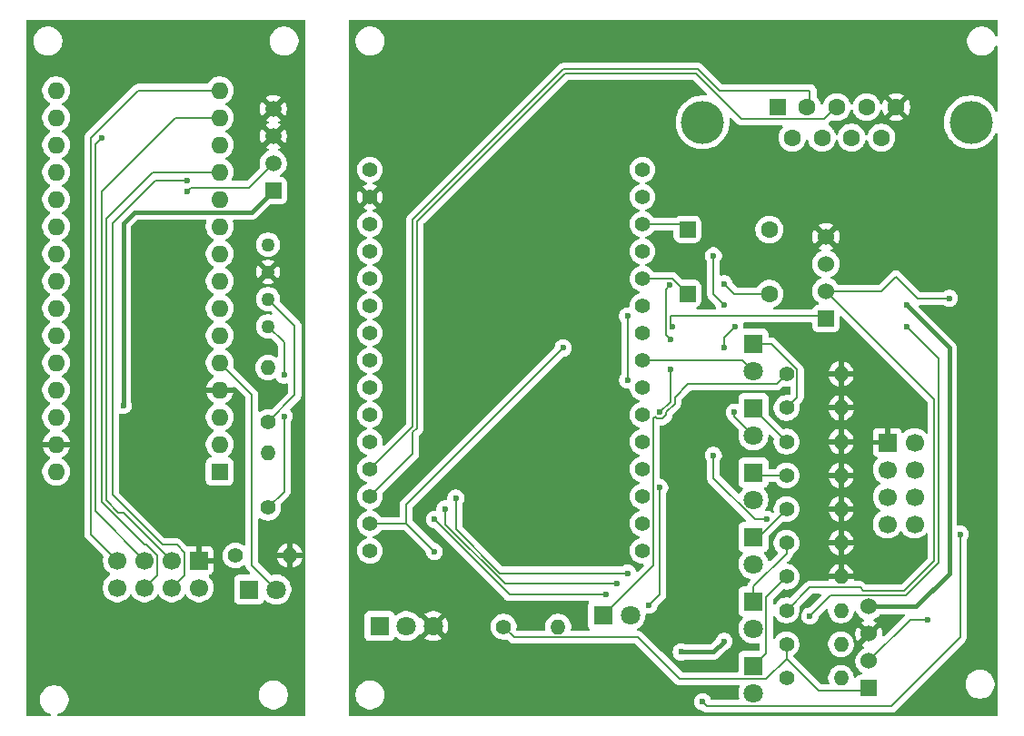
<source format=gbl>
G04 #@! TF.GenerationSoftware,KiCad,Pcbnew,9.0.1*
G04 #@! TF.CreationDate,2025-05-10T06:39:09-07:00*
G04 #@! TF.ProjectId,ARDU_RF_TEMP,41524455-5f52-4465-9f54-454d502e6b69,rev?*
G04 #@! TF.SameCoordinates,Original*
G04 #@! TF.FileFunction,Copper,L2,Bot*
G04 #@! TF.FilePolarity,Positive*
%FSLAX46Y46*%
G04 Gerber Fmt 4.6, Leading zero omitted, Abs format (unit mm)*
G04 Created by KiCad (PCBNEW 9.0.1) date 2025-05-10 06:39:09*
%MOMM*%
%LPD*%
G01*
G04 APERTURE LIST*
G04 Aperture macros list*
%AMRoundRect*
0 Rectangle with rounded corners*
0 $1 Rounding radius*
0 $2 $3 $4 $5 $6 $7 $8 $9 X,Y pos of 4 corners*
0 Add a 4 corners polygon primitive as box body*
4,1,4,$2,$3,$4,$5,$6,$7,$8,$9,$2,$3,0*
0 Add four circle primitives for the rounded corners*
1,1,$1+$1,$2,$3*
1,1,$1+$1,$4,$5*
1,1,$1+$1,$6,$7*
1,1,$1+$1,$8,$9*
0 Add four rect primitives between the rounded corners*
20,1,$1+$1,$2,$3,$4,$5,0*
20,1,$1+$1,$4,$5,$6,$7,0*
20,1,$1+$1,$6,$7,$8,$9,0*
20,1,$1+$1,$8,$9,$2,$3,0*%
G04 Aperture macros list end*
G04 #@! TA.AperFunction,ComponentPad*
%ADD10R,1.800000X1.800000*%
G04 #@! TD*
G04 #@! TA.AperFunction,ComponentPad*
%ADD11C,1.800000*%
G04 #@! TD*
G04 #@! TA.AperFunction,ComponentPad*
%ADD12C,1.400000*%
G04 #@! TD*
G04 #@! TA.AperFunction,ComponentPad*
%ADD13O,1.400000X1.400000*%
G04 #@! TD*
G04 #@! TA.AperFunction,ComponentPad*
%ADD14RoundRect,0.250000X-0.550000X-0.550000X0.550000X-0.550000X0.550000X0.550000X-0.550000X0.550000X0*%
G04 #@! TD*
G04 #@! TA.AperFunction,ComponentPad*
%ADD15C,1.600000*%
G04 #@! TD*
G04 #@! TA.AperFunction,ComponentPad*
%ADD16R,1.600000X1.600000*%
G04 #@! TD*
G04 #@! TA.AperFunction,ComponentPad*
%ADD17O,1.600000X1.600000*%
G04 #@! TD*
G04 #@! TA.AperFunction,ComponentPad*
%ADD18R,1.500000X1.500000*%
G04 #@! TD*
G04 #@! TA.AperFunction,ComponentPad*
%ADD19C,1.500000*%
G04 #@! TD*
G04 #@! TA.AperFunction,ComponentPad*
%ADD20C,4.000000*%
G04 #@! TD*
G04 #@! TA.AperFunction,ComponentPad*
%ADD21C,1.408000*%
G04 #@! TD*
G04 #@! TA.AperFunction,ComponentPad*
%ADD22R,1.524000X1.524000*%
G04 #@! TD*
G04 #@! TA.AperFunction,ComponentPad*
%ADD23C,1.524000*%
G04 #@! TD*
G04 #@! TA.AperFunction,ComponentPad*
%ADD24C,1.270000*%
G04 #@! TD*
G04 #@! TA.AperFunction,ComponentPad*
%ADD25R,1.700000X1.700000*%
G04 #@! TD*
G04 #@! TA.AperFunction,ComponentPad*
%ADD26C,1.700000*%
G04 #@! TD*
G04 #@! TA.AperFunction,ViaPad*
%ADD27C,0.600000*%
G04 #@! TD*
G04 #@! TA.AperFunction,Conductor*
%ADD28C,0.200000*%
G04 #@! TD*
G04 #@! TA.AperFunction,Conductor*
%ADD29C,0.400000*%
G04 #@! TD*
G04 APERTURE END LIST*
D10*
X34730000Y-67165000D03*
D11*
X37270000Y-67165000D03*
D12*
X33460000Y-64000000D03*
D13*
X38540000Y-64000000D03*
D12*
X84820000Y-47067500D03*
D13*
X89900000Y-47067500D03*
D10*
X81735000Y-62277500D03*
D11*
X81735000Y-64817500D03*
D14*
X75595000Y-33580000D03*
D15*
X83215000Y-33580000D03*
D12*
X36500000Y-51540000D03*
D13*
X36500000Y-46460000D03*
D10*
X81735000Y-74297500D03*
D11*
X81735000Y-76837500D03*
D10*
X81735000Y-44247500D03*
D11*
X81735000Y-46787500D03*
D12*
X84820000Y-53367500D03*
D13*
X89900000Y-53367500D03*
D12*
X84820000Y-59667500D03*
D13*
X89900000Y-59667500D03*
D16*
X32000000Y-56160000D03*
D17*
X32000000Y-53620000D03*
X32000000Y-51080000D03*
X32000000Y-48540000D03*
X32000000Y-46000000D03*
X32000000Y-43460000D03*
X32000000Y-40920000D03*
X32000000Y-38380000D03*
X32000000Y-35840000D03*
X32000000Y-33300000D03*
X32000000Y-30760000D03*
X32000000Y-28220000D03*
X32000000Y-25680000D03*
X32000000Y-23140000D03*
X32000000Y-20600000D03*
X16760000Y-20600000D03*
X16760000Y-23140000D03*
X16760000Y-25680000D03*
X16760000Y-28220000D03*
X16760000Y-30760000D03*
X16760000Y-33300000D03*
X16760000Y-35840000D03*
X16760000Y-38380000D03*
X16760000Y-40920000D03*
X16760000Y-43460000D03*
X16760000Y-46000000D03*
X16760000Y-48540000D03*
X16760000Y-51080000D03*
X16760000Y-53620000D03*
X16760000Y-56160000D03*
D18*
X37000000Y-29940000D03*
D19*
X37000000Y-27400000D03*
X37000000Y-24860000D03*
X37000000Y-22320000D03*
D12*
X36500000Y-59540000D03*
D13*
X36500000Y-54460000D03*
D12*
X84820000Y-50217500D03*
D13*
X89900000Y-50217500D03*
D10*
X67730000Y-69580000D03*
D11*
X70270000Y-69580000D03*
D12*
X84820000Y-69117500D03*
D13*
X89900000Y-69117500D03*
D20*
X77000000Y-23580000D03*
X102000000Y-23580000D03*
D16*
X83960000Y-22160000D03*
D15*
X86730000Y-22160000D03*
X89500000Y-22160000D03*
X92270000Y-22160000D03*
X95040000Y-22160000D03*
X85345000Y-25000000D03*
X88115000Y-25000000D03*
X90885000Y-25000000D03*
X93655000Y-25000000D03*
D14*
X75595000Y-39580000D03*
D15*
X83215000Y-39580000D03*
D21*
X71400000Y-63560000D03*
X71400000Y-61020000D03*
X71400000Y-58480000D03*
X71400000Y-55940000D03*
X71400000Y-53400000D03*
X71400000Y-50860000D03*
X71400000Y-48320000D03*
X71400000Y-45780000D03*
X71400000Y-43240000D03*
X71400000Y-40700000D03*
X71400000Y-38160000D03*
X71400000Y-35620000D03*
X71400000Y-33080000D03*
X71400000Y-30540000D03*
X71400000Y-28000000D03*
X46000000Y-28000000D03*
X46000000Y-30540000D03*
X46000000Y-33080000D03*
X46000000Y-35620000D03*
X46000000Y-38160000D03*
X46000000Y-40700000D03*
X46000000Y-43240000D03*
X46000000Y-45780000D03*
X46000000Y-48320000D03*
X46000000Y-50860000D03*
X46000000Y-53400000D03*
X46000000Y-55940000D03*
X46000000Y-58480000D03*
X46000000Y-61020000D03*
X46000000Y-63560000D03*
D10*
X81735000Y-68287500D03*
D11*
X81735000Y-70827500D03*
D12*
X84820000Y-56517500D03*
D13*
X89900000Y-56517500D03*
D10*
X81735000Y-50257500D03*
D11*
X81735000Y-52797500D03*
D12*
X84820000Y-72267500D03*
D13*
X89900000Y-72267500D03*
D22*
X92489800Y-76377500D03*
D23*
X92489800Y-73837500D03*
X92489800Y-71297500D03*
X92489800Y-68757500D03*
D22*
X88489800Y-41877500D03*
D23*
X88489800Y-39337500D03*
X88489800Y-36797500D03*
X88489800Y-34257500D03*
D10*
X81735000Y-56267500D03*
D11*
X81735000Y-58807500D03*
D10*
X46900000Y-70580000D03*
D11*
X49400000Y-70580000D03*
X51900000Y-70580000D03*
D24*
X36500000Y-42620000D03*
X36500000Y-40080000D03*
X36500000Y-37540000D03*
X36500000Y-35000000D03*
D12*
X84820000Y-75417500D03*
D13*
X89900000Y-75417500D03*
D25*
X30080000Y-64460000D03*
D26*
X30080000Y-67000000D03*
X27540000Y-64460000D03*
X27540000Y-67000000D03*
X25000000Y-64460000D03*
X25000000Y-67000000D03*
X22460000Y-64460000D03*
X22460000Y-67000000D03*
D12*
X84820000Y-62817500D03*
D13*
X89900000Y-62817500D03*
D12*
X84820000Y-65967500D03*
D13*
X89900000Y-65967500D03*
D25*
X94210500Y-53447500D03*
D26*
X96750500Y-53447500D03*
X94210500Y-55987500D03*
X96750500Y-55987500D03*
X94210500Y-58527500D03*
X96750500Y-58527500D03*
X94210500Y-61067500D03*
X96750500Y-61067500D03*
D12*
X58460000Y-70640000D03*
D13*
X63540000Y-70640000D03*
D27*
X38000000Y-47160000D03*
X38000000Y-51000000D03*
X23000000Y-50000000D03*
X29000000Y-30000000D03*
X64000000Y-44640000D03*
X74199000Y-42640000D03*
X52000000Y-63640000D03*
X100000000Y-40000000D03*
X68000000Y-67640000D03*
X52000000Y-60640000D03*
X98000000Y-70000000D03*
X101000000Y-62000000D03*
X77000000Y-77640000D03*
X53000000Y-59640000D03*
X69000000Y-66640000D03*
X70000000Y-65640000D03*
X54000000Y-58640000D03*
X82999485Y-60639485D03*
X70000000Y-41635000D03*
X78000000Y-54640000D03*
X70000000Y-47640000D03*
X21000000Y-25000000D03*
X29000000Y-29000000D03*
X74000000Y-46640000D03*
X73000000Y-50640000D03*
X72000000Y-68640000D03*
X74000000Y-43840000D03*
X73005000Y-57640000D03*
X79000000Y-38640000D03*
X73963235Y-38796765D03*
X96000000Y-42640000D03*
X87000000Y-69640000D03*
X78000000Y-36040000D03*
X80000000Y-42640000D03*
X79000000Y-44640000D03*
X79000000Y-40640000D03*
X79934000Y-50640000D03*
X75000000Y-73000000D03*
X79000000Y-72000000D03*
X96000000Y-40640000D03*
D28*
X35000000Y-64895000D02*
X35000000Y-49000000D01*
X37270000Y-67165000D02*
X35000000Y-64895000D01*
X35000000Y-49000000D02*
X32000000Y-46000000D01*
X38000000Y-44120000D02*
X36500000Y-42620000D01*
X36500000Y-59540000D02*
X38000000Y-58040000D01*
X38000000Y-58040000D02*
X38000000Y-51000000D01*
X38000000Y-47160000D02*
X38000000Y-44120000D01*
X36500000Y-40080000D02*
X39000000Y-42580000D01*
X39000000Y-42580000D02*
X39000000Y-49040000D01*
X39000000Y-49040000D02*
X36500000Y-51540000D01*
D29*
X34979000Y-31961000D02*
X37000000Y-29940000D01*
X23000000Y-50000000D02*
X23000000Y-33000000D01*
X23000000Y-33000000D02*
X24039000Y-31961000D01*
X24039000Y-31961000D02*
X34979000Y-31961000D01*
D28*
X29000000Y-30000000D02*
X29341000Y-29659000D01*
X34741000Y-29659000D02*
X37000000Y-27400000D01*
X29341000Y-29659000D02*
X34741000Y-29659000D01*
X49380000Y-59260000D02*
X49380000Y-61020000D01*
X74000000Y-41640000D02*
X74000000Y-42441000D01*
X92227300Y-76640000D02*
X92489800Y-76377500D01*
X82936000Y-75498500D02*
X74858500Y-75498500D01*
X84820000Y-73614500D02*
X87845500Y-76640000D01*
X64000000Y-44640000D02*
X49380000Y-59260000D01*
X71000000Y-71640000D02*
X59460000Y-71640000D01*
X52000000Y-63640000D02*
X49380000Y-61020000D01*
X74858500Y-75498500D02*
X71000000Y-71640000D01*
X88252300Y-41640000D02*
X74000000Y-41640000D01*
X84820000Y-73614500D02*
X82936000Y-75498500D01*
X84820000Y-72267500D02*
X84820000Y-73614500D01*
X88489800Y-41877500D02*
X88252300Y-41640000D01*
X74000000Y-42441000D02*
X74199000Y-42640000D01*
X59460000Y-71640000D02*
X58460000Y-70640000D01*
X87845500Y-76640000D02*
X92227300Y-76640000D01*
X49380000Y-61020000D02*
X46000000Y-61020000D01*
X98599000Y-64473900D02*
X95779400Y-67293500D01*
X91996500Y-67293500D02*
X91671500Y-66968500D01*
X95000000Y-38000000D02*
X93662500Y-39337500D01*
X97000000Y-40000000D02*
X95000000Y-38000000D01*
X92489800Y-73837500D02*
X96327300Y-70000000D01*
X96327300Y-70000000D02*
X98000000Y-70000000D01*
X93662500Y-39337500D02*
X88489800Y-39337500D01*
X52000000Y-60640000D02*
X59000000Y-67640000D01*
X95779400Y-67293500D02*
X91996500Y-67293500D01*
X59000000Y-67640000D02*
X68000000Y-67640000D01*
X88489800Y-39337500D02*
X98599000Y-49446700D01*
X91671500Y-66968500D02*
X86969000Y-66968500D01*
X86969000Y-66968500D02*
X84820000Y-69117500D01*
X100000000Y-40000000D02*
X97000000Y-40000000D01*
X98599000Y-49446700D02*
X98599000Y-64473900D01*
X82936000Y-67851500D02*
X82936000Y-73096500D01*
X84820000Y-65967500D02*
X82936000Y-67851500D01*
X82936000Y-73096500D02*
X81735000Y-74297500D01*
X81735000Y-68287500D02*
X81735000Y-66905000D01*
X84820000Y-63820000D02*
X84820000Y-62817500D01*
X81735000Y-66905000D02*
X84820000Y-63820000D01*
X82210000Y-62277500D02*
X81735000Y-62277500D01*
X84820000Y-59667500D02*
X82210000Y-62277500D01*
X81985000Y-56517500D02*
X81735000Y-56267500D01*
X84820000Y-56517500D02*
X81985000Y-56517500D01*
X73601000Y-50888943D02*
X73601000Y-50606100D01*
X72751057Y-51241000D02*
X73248943Y-51241000D01*
X72405000Y-64905000D02*
X72405000Y-51235000D01*
X73248943Y-51241000D02*
X73601000Y-50888943D01*
X74401000Y-49239000D02*
X75651500Y-47988500D01*
X67730000Y-69580000D02*
X72405000Y-64905000D01*
X83899000Y-47988500D02*
X84820000Y-47067500D01*
X72575029Y-51064971D02*
X72751057Y-51241000D01*
X73601000Y-50606100D02*
X74401000Y-49806100D01*
X72405000Y-51235000D02*
X72575029Y-51064971D01*
X75651500Y-47988500D02*
X83899000Y-47988500D01*
X74401000Y-49806100D02*
X74401000Y-49239000D01*
X85821000Y-49216500D02*
X85821000Y-46652872D01*
X84820000Y-50217500D02*
X85821000Y-49216500D01*
X83415628Y-44247500D02*
X81735000Y-44247500D01*
X85821000Y-46652872D02*
X83415628Y-44247500D01*
X84820000Y-53367500D02*
X81735000Y-50282500D01*
X81735000Y-50282500D02*
X81735000Y-50257500D01*
X101000000Y-71640000D02*
X94601500Y-78038500D01*
X101000000Y-62000000D02*
X101000000Y-71640000D01*
X77398500Y-78038500D02*
X77000000Y-77640000D01*
X94601500Y-78038500D02*
X77398500Y-78038500D01*
X53000000Y-59640000D02*
X53000000Y-61072900D01*
X53000000Y-61072900D02*
X58567100Y-66640000D01*
X58567100Y-66640000D02*
X69000000Y-66640000D01*
X54000000Y-58640000D02*
X54000000Y-61505800D01*
X54000000Y-61505800D02*
X58134200Y-65640000D01*
X58134200Y-65640000D02*
X70000000Y-65640000D01*
X70000000Y-41635000D02*
X70000000Y-47640000D01*
X78000000Y-56770971D02*
X81868514Y-60639485D01*
X78000000Y-54640000D02*
X78000000Y-56770971D01*
X81868514Y-60639485D02*
X82999485Y-60639485D01*
X22567100Y-60000000D02*
X21401000Y-58833900D01*
X27540000Y-64460000D02*
X23080000Y-60000000D01*
X23080000Y-60000000D02*
X22567100Y-60000000D01*
X25780000Y-28220000D02*
X32000000Y-28220000D01*
X21401000Y-32599000D02*
X25780000Y-28220000D01*
X21401000Y-58833900D02*
X21401000Y-32599000D01*
X24400000Y-20600000D02*
X20000000Y-25000000D01*
X20000000Y-62000000D02*
X22460000Y-64460000D01*
X20000000Y-25000000D02*
X20000000Y-62000000D01*
X32000000Y-20600000D02*
X24400000Y-20600000D01*
X20401000Y-59861000D02*
X20401000Y-25599000D01*
X25000000Y-64460000D02*
X20401000Y-59861000D01*
X20401000Y-25599000D02*
X21000000Y-25000000D01*
X26151000Y-65849000D02*
X26151000Y-63983240D01*
X25167760Y-63000000D02*
X25000000Y-63000000D01*
X25000000Y-67000000D02*
X26151000Y-65849000D01*
X21000000Y-59000000D02*
X21000000Y-30000000D01*
X26151000Y-63983240D02*
X25167760Y-63000000D01*
X27860000Y-23140000D02*
X32000000Y-23140000D01*
X21000000Y-30000000D02*
X27860000Y-23140000D01*
X25000000Y-63000000D02*
X21000000Y-59000000D01*
X22000000Y-58352900D02*
X22000000Y-33000000D01*
X28691000Y-65849000D02*
X28691000Y-63691000D01*
X27540000Y-67000000D02*
X28691000Y-65849000D01*
X28691000Y-63691000D02*
X28000000Y-63000000D01*
X28000000Y-63000000D02*
X26647100Y-63000000D01*
X22000000Y-33000000D02*
X26000000Y-29000000D01*
X26647100Y-63000000D02*
X22000000Y-58352900D01*
X26000000Y-29000000D02*
X29000000Y-29000000D01*
X73000000Y-50640000D02*
X74000000Y-49640000D01*
X73599000Y-43439000D02*
X73599000Y-41640000D01*
X73599000Y-41640000D02*
X73599000Y-39161000D01*
X73599000Y-39161000D02*
X73963235Y-38796765D01*
X74000000Y-49640000D02*
X74000000Y-46640000D01*
X79000000Y-38640000D02*
X79940000Y-39580000D01*
X73005000Y-67635000D02*
X73005000Y-57640000D01*
X74000000Y-43840000D02*
X73599000Y-43439000D01*
X72000000Y-68640000D02*
X73005000Y-67635000D01*
X79940000Y-39580000D02*
X83215000Y-39580000D01*
X99000000Y-64640000D02*
X95945500Y-67694500D01*
X99000000Y-45640000D02*
X99000000Y-64640000D01*
X96000000Y-42640000D02*
X99000000Y-45640000D01*
X95945500Y-67694500D02*
X88945500Y-67694500D01*
X88945500Y-67694500D02*
X87000000Y-69640000D01*
X79000000Y-40640000D02*
X78000000Y-39640000D01*
X80000000Y-42640000D02*
X79000000Y-43640000D01*
X78000000Y-39640000D02*
X78000000Y-36040000D01*
X79000000Y-43640000D02*
X79000000Y-44640000D01*
X79934000Y-50996500D02*
X81735000Y-52797500D01*
X79934000Y-50640000D02*
X79934000Y-50996500D01*
X71400000Y-45780000D02*
X80727500Y-45780000D01*
X80727500Y-45780000D02*
X81735000Y-46787500D01*
X50000000Y-54480000D02*
X50000000Y-52507100D01*
X50401000Y-52106100D02*
X50401000Y-32806100D01*
X46000000Y-58480000D02*
X50000000Y-54480000D01*
X76401000Y-19041000D02*
X80621000Y-23261000D01*
X88299000Y-23261000D02*
X89400000Y-22160000D01*
X80621000Y-23261000D02*
X88299000Y-23261000D01*
X50000000Y-52507100D02*
X50401000Y-52106100D01*
X64166100Y-19041000D02*
X76401000Y-19041000D01*
X50401000Y-32806100D02*
X64166100Y-19041000D01*
X76567100Y-18640000D02*
X78567100Y-20640000D01*
X46000000Y-55940000D02*
X50000000Y-51940000D01*
X50000000Y-51940000D02*
X50000000Y-32640000D01*
X87000000Y-20640000D02*
X87000000Y-21790000D01*
X64000000Y-18640000D02*
X76567100Y-18640000D01*
X78567100Y-20640000D02*
X87000000Y-20640000D01*
X87000000Y-21790000D02*
X86630000Y-22160000D01*
X50000000Y-32640000D02*
X64000000Y-18640000D01*
X71400000Y-33080000D02*
X75095000Y-33080000D01*
X75095000Y-33080000D02*
X75595000Y-33580000D01*
X74175000Y-38160000D02*
X75595000Y-39580000D01*
X71400000Y-38160000D02*
X74175000Y-38160000D01*
D29*
X78000000Y-73000000D02*
X79000000Y-72000000D01*
X100000000Y-65640000D02*
X96882500Y-68757500D01*
X96000000Y-40640000D02*
X100000000Y-44640000D01*
X96882500Y-68757500D02*
X92489800Y-68757500D01*
X100000000Y-44640000D02*
X100000000Y-65640000D01*
X75000000Y-73000000D02*
X78000000Y-73000000D01*
G04 #@! TA.AperFunction,Conductor*
G36*
X87989442Y-67588685D02*
G01*
X88035197Y-67641489D01*
X88045141Y-67710647D01*
X88016116Y-67774203D01*
X88010084Y-67780681D01*
X86985339Y-68805425D01*
X86924016Y-68838910D01*
X86921850Y-68839361D01*
X86766508Y-68870261D01*
X86766498Y-68870264D01*
X86620827Y-68930602D01*
X86620814Y-68930609D01*
X86489711Y-69018210D01*
X86489707Y-69018213D01*
X86378213Y-69129707D01*
X86378210Y-69129711D01*
X86290609Y-69260814D01*
X86290604Y-69260824D01*
X86245365Y-69370040D01*
X86245363Y-69370047D01*
X86230263Y-69406503D01*
X86201396Y-69551621D01*
X86201391Y-69551646D01*
X86199500Y-69561155D01*
X86199500Y-69718846D01*
X86230261Y-69873489D01*
X86230264Y-69873501D01*
X86290602Y-70019172D01*
X86290609Y-70019185D01*
X86378210Y-70150288D01*
X86378213Y-70150292D01*
X86489707Y-70261786D01*
X86489711Y-70261789D01*
X86620814Y-70349390D01*
X86620827Y-70349397D01*
X86766498Y-70409735D01*
X86766503Y-70409737D01*
X86921153Y-70440499D01*
X86921156Y-70440500D01*
X86921158Y-70440500D01*
X87078844Y-70440500D01*
X87078845Y-70440499D01*
X87233497Y-70409737D01*
X87379179Y-70349394D01*
X87510289Y-70261789D01*
X87621789Y-70150289D01*
X87709394Y-70019179D01*
X87721931Y-69988913D01*
X87749995Y-69921158D01*
X87769737Y-69873497D01*
X87799412Y-69724312D01*
X87800638Y-69718150D01*
X87833023Y-69656239D01*
X87834520Y-69654714D01*
X88487819Y-69001414D01*
X88549142Y-68967930D01*
X88618834Y-68972914D01*
X88674767Y-69014786D01*
X88699184Y-69080250D01*
X88699500Y-69089096D01*
X88699500Y-69211986D01*
X88729059Y-69398618D01*
X88787454Y-69578336D01*
X88859046Y-69718842D01*
X88873240Y-69746699D01*
X88984310Y-69899573D01*
X89117927Y-70033190D01*
X89270801Y-70144260D01*
X89282632Y-70150288D01*
X89439163Y-70230045D01*
X89439165Y-70230045D01*
X89439168Y-70230047D01*
X89506883Y-70252049D01*
X89618881Y-70288440D01*
X89805514Y-70318000D01*
X89805519Y-70318000D01*
X89994486Y-70318000D01*
X90181118Y-70288440D01*
X90360832Y-70230047D01*
X90529199Y-70144260D01*
X90682073Y-70033190D01*
X90815690Y-69899573D01*
X90926760Y-69746699D01*
X91012547Y-69578332D01*
X91070940Y-69398618D01*
X91089159Y-69283587D01*
X91119088Y-69220453D01*
X91178399Y-69183521D01*
X91248262Y-69184519D01*
X91306495Y-69223129D01*
X91322117Y-69246690D01*
X91389131Y-69378211D01*
X91410013Y-69419194D01*
X91526819Y-69579964D01*
X91667336Y-69720481D01*
X91828106Y-69837287D01*
X91985132Y-69917296D01*
X92035927Y-69965269D01*
X92052722Y-70033090D01*
X92030185Y-70099225D01*
X91985132Y-70138264D01*
X91828366Y-70218141D01*
X91791083Y-70245229D01*
X91791082Y-70245230D01*
X92353858Y-70808004D01*
X92293719Y-70824119D01*
X92177880Y-70890998D01*
X92083298Y-70985580D01*
X92016419Y-71101419D01*
X92000304Y-71161557D01*
X91437530Y-70598782D01*
X91437529Y-70598783D01*
X91410443Y-70636064D01*
X91320257Y-70813062D01*
X91258875Y-71001976D01*
X91258875Y-71001979D01*
X91227800Y-71198178D01*
X91227800Y-71396821D01*
X91258875Y-71593020D01*
X91258875Y-71593023D01*
X91320257Y-71781937D01*
X91410441Y-71958932D01*
X91437530Y-71996215D01*
X91437531Y-71996216D01*
X92000304Y-71433442D01*
X92016419Y-71493581D01*
X92083298Y-71609420D01*
X92177880Y-71704002D01*
X92293719Y-71770881D01*
X92353857Y-71786995D01*
X91791083Y-72349768D01*
X91791083Y-72349769D01*
X91828367Y-72376858D01*
X91985131Y-72456734D01*
X92035927Y-72504709D01*
X92052722Y-72572530D01*
X92030184Y-72638665D01*
X91985131Y-72677704D01*
X91828105Y-72757713D01*
X91667333Y-72874521D01*
X91526821Y-73015033D01*
X91410013Y-73175805D01*
X91319794Y-73352867D01*
X91319793Y-73352870D01*
X91258387Y-73541862D01*
X91227300Y-73738139D01*
X91227300Y-73936860D01*
X91258387Y-74133137D01*
X91319793Y-74322129D01*
X91319794Y-74322132D01*
X91410013Y-74499194D01*
X91526819Y-74659964D01*
X91667336Y-74800481D01*
X91667339Y-74800483D01*
X91791487Y-74890682D01*
X91834153Y-74946012D01*
X91840132Y-75015625D01*
X91807526Y-75077420D01*
X91746688Y-75111777D01*
X91718605Y-75115000D01*
X91679931Y-75115000D01*
X91679923Y-75115001D01*
X91620316Y-75121408D01*
X91485471Y-75171702D01*
X91485464Y-75171706D01*
X91370255Y-75257952D01*
X91370253Y-75257954D01*
X91314938Y-75331844D01*
X91259004Y-75373714D01*
X91189312Y-75378697D01*
X91127990Y-75345210D01*
X91094506Y-75283886D01*
X91093200Y-75276928D01*
X91070940Y-75136382D01*
X91070940Y-75136381D01*
X91012545Y-74956663D01*
X90964149Y-74861681D01*
X90926760Y-74788301D01*
X90815690Y-74635427D01*
X90682073Y-74501810D01*
X90529199Y-74390740D01*
X90360836Y-74304954D01*
X90181118Y-74246559D01*
X89994486Y-74217000D01*
X89994481Y-74217000D01*
X89805519Y-74217000D01*
X89805514Y-74217000D01*
X89618881Y-74246559D01*
X89439163Y-74304954D01*
X89270800Y-74390740D01*
X89189560Y-74449765D01*
X89117927Y-74501810D01*
X89117925Y-74501812D01*
X89117924Y-74501812D01*
X88984312Y-74635424D01*
X88984312Y-74635425D01*
X88984310Y-74635427D01*
X88949925Y-74682754D01*
X88873240Y-74788300D01*
X88787454Y-74956663D01*
X88729059Y-75136381D01*
X88699500Y-75323013D01*
X88699500Y-75511986D01*
X88729059Y-75698618D01*
X88750608Y-75764936D01*
X88787080Y-75877184D01*
X88789075Y-75947022D01*
X88752995Y-76006855D01*
X88690295Y-76037684D01*
X88669149Y-76039500D01*
X88145597Y-76039500D01*
X88078558Y-76019815D01*
X88057916Y-76003181D01*
X85493822Y-73439087D01*
X85460337Y-73377764D01*
X85465321Y-73308072D01*
X85507193Y-73252139D01*
X85508416Y-73251235D01*
X85602073Y-73183190D01*
X85735690Y-73049573D01*
X85846760Y-72896699D01*
X85932547Y-72728332D01*
X85990940Y-72548618D01*
X85997011Y-72510288D01*
X86020500Y-72361986D01*
X86020500Y-72173013D01*
X88699500Y-72173013D01*
X88699500Y-72361986D01*
X88729059Y-72548618D01*
X88787454Y-72728336D01*
X88831919Y-72815602D01*
X88873240Y-72896699D01*
X88984310Y-73049573D01*
X89117927Y-73183190D01*
X89270801Y-73294260D01*
X89337577Y-73328284D01*
X89439163Y-73380045D01*
X89439165Y-73380045D01*
X89439168Y-73380047D01*
X89535497Y-73411346D01*
X89618881Y-73438440D01*
X89805514Y-73468000D01*
X89805519Y-73468000D01*
X89994486Y-73468000D01*
X90181118Y-73438440D01*
X90228723Y-73422972D01*
X90360832Y-73380047D01*
X90529199Y-73294260D01*
X90682073Y-73183190D01*
X90815690Y-73049573D01*
X90926760Y-72896699D01*
X91012547Y-72728332D01*
X91070940Y-72548618D01*
X91077011Y-72510288D01*
X91100500Y-72361986D01*
X91100500Y-72173013D01*
X91070940Y-71986381D01*
X91041489Y-71895742D01*
X91012547Y-71806668D01*
X91012545Y-71806665D01*
X91012545Y-71806663D01*
X90943703Y-71671554D01*
X90926760Y-71638301D01*
X90815690Y-71485427D01*
X90682073Y-71351810D01*
X90529199Y-71240740D01*
X90360836Y-71154954D01*
X90181118Y-71096559D01*
X89994486Y-71067000D01*
X89994481Y-71067000D01*
X89805519Y-71067000D01*
X89805514Y-71067000D01*
X89618881Y-71096559D01*
X89439163Y-71154954D01*
X89270800Y-71240740D01*
X89183579Y-71304110D01*
X89117927Y-71351810D01*
X89117925Y-71351812D01*
X89117924Y-71351812D01*
X88984312Y-71485424D01*
X88984312Y-71485425D01*
X88984310Y-71485427D01*
X88953473Y-71527870D01*
X88873240Y-71638300D01*
X88787454Y-71806663D01*
X88729059Y-71986381D01*
X88699500Y-72173013D01*
X86020500Y-72173013D01*
X85990940Y-71986381D01*
X85961489Y-71895742D01*
X85932547Y-71806668D01*
X85932545Y-71806665D01*
X85932545Y-71806663D01*
X85863703Y-71671554D01*
X85846760Y-71638301D01*
X85735690Y-71485427D01*
X85602073Y-71351810D01*
X85449199Y-71240740D01*
X85280836Y-71154954D01*
X85101118Y-71096559D01*
X84914486Y-71067000D01*
X84914481Y-71067000D01*
X84725519Y-71067000D01*
X84725514Y-71067000D01*
X84538881Y-71096559D01*
X84359163Y-71154954D01*
X84190800Y-71240740D01*
X84103579Y-71304110D01*
X84037927Y-71351810D01*
X84037925Y-71351812D01*
X84037924Y-71351812D01*
X83904312Y-71485424D01*
X83904312Y-71485425D01*
X83904310Y-71485427D01*
X83873473Y-71527870D01*
X83793240Y-71638300D01*
X83770985Y-71681979D01*
X83723010Y-71732775D01*
X83655189Y-71749570D01*
X83589054Y-71727033D01*
X83545603Y-71672317D01*
X83536500Y-71625684D01*
X83536500Y-69759315D01*
X83556185Y-69692276D01*
X83608989Y-69646521D01*
X83678147Y-69636577D01*
X83741703Y-69665602D01*
X83770985Y-69703021D01*
X83793238Y-69746697D01*
X83809033Y-69768436D01*
X83904310Y-69899573D01*
X84037927Y-70033190D01*
X84190801Y-70144260D01*
X84202632Y-70150288D01*
X84359163Y-70230045D01*
X84359165Y-70230045D01*
X84359168Y-70230047D01*
X84426883Y-70252049D01*
X84538881Y-70288440D01*
X84725514Y-70318000D01*
X84725519Y-70318000D01*
X84914486Y-70318000D01*
X85101118Y-70288440D01*
X85280832Y-70230047D01*
X85449199Y-70144260D01*
X85602073Y-70033190D01*
X85735690Y-69899573D01*
X85846760Y-69746699D01*
X85932547Y-69578332D01*
X85990940Y-69398618D01*
X86016796Y-69235370D01*
X86020500Y-69211985D01*
X86020500Y-69023013D01*
X85995274Y-68863746D01*
X86004228Y-68794453D01*
X86030063Y-68756670D01*
X87181416Y-67605319D01*
X87242739Y-67571834D01*
X87269097Y-67569000D01*
X87922403Y-67569000D01*
X87989442Y-67588685D01*
G37*
G04 #@! TD.AperFunction*
G04 #@! TA.AperFunction,Conductor*
G36*
X89957502Y-41654883D02*
G01*
X89963980Y-41660915D01*
X97962181Y-49659116D01*
X97995666Y-49720439D01*
X97998500Y-49746797D01*
X97998500Y-52486714D01*
X97978815Y-52553753D01*
X97926011Y-52599508D01*
X97856853Y-52609452D01*
X97793297Y-52580427D01*
X97784068Y-52571133D01*
X97784049Y-52571153D01*
X97630286Y-52417390D01*
X97458320Y-52292451D01*
X97268914Y-52195944D01*
X97268913Y-52195943D01*
X97268912Y-52195943D01*
X97066743Y-52130254D01*
X97066741Y-52130253D01*
X97066740Y-52130253D01*
X96905457Y-52104708D01*
X96856787Y-52097000D01*
X96644213Y-52097000D01*
X96595542Y-52104708D01*
X96434260Y-52130253D01*
X96232085Y-52195944D01*
X96042679Y-52292451D01*
X95870715Y-52417389D01*
X95756785Y-52531319D01*
X95695462Y-52564803D01*
X95625770Y-52559819D01*
X95569837Y-52517947D01*
X95552922Y-52486970D01*
X95503854Y-52355413D01*
X95503850Y-52355406D01*
X95417690Y-52240312D01*
X95417687Y-52240309D01*
X95302593Y-52154149D01*
X95302586Y-52154145D01*
X95167879Y-52103903D01*
X95167872Y-52103901D01*
X95108344Y-52097500D01*
X94460500Y-52097500D01*
X94460500Y-53014488D01*
X94403493Y-52981575D01*
X94276326Y-52947500D01*
X94144674Y-52947500D01*
X94017507Y-52981575D01*
X93960500Y-53014488D01*
X93960500Y-52097500D01*
X93312655Y-52097500D01*
X93253127Y-52103901D01*
X93253120Y-52103903D01*
X93118413Y-52154145D01*
X93118406Y-52154149D01*
X93003312Y-52240309D01*
X93003309Y-52240312D01*
X92917149Y-52355406D01*
X92917145Y-52355413D01*
X92866903Y-52490120D01*
X92866901Y-52490127D01*
X92860500Y-52549655D01*
X92860500Y-53197500D01*
X93777488Y-53197500D01*
X93744575Y-53254507D01*
X93710500Y-53381674D01*
X93710500Y-53513326D01*
X93744575Y-53640493D01*
X93777488Y-53697500D01*
X92860500Y-53697500D01*
X92860500Y-54345344D01*
X92866901Y-54404872D01*
X92866903Y-54404879D01*
X92917145Y-54539586D01*
X92917149Y-54539593D01*
X93003309Y-54654687D01*
X93003312Y-54654690D01*
X93118406Y-54740850D01*
X93118413Y-54740854D01*
X93249970Y-54789922D01*
X93305904Y-54831793D01*
X93330321Y-54897258D01*
X93315469Y-54965531D01*
X93294319Y-54993785D01*
X93180389Y-55107715D01*
X93055451Y-55279679D01*
X92958944Y-55469085D01*
X92958943Y-55469087D01*
X92958943Y-55469088D01*
X92956167Y-55477632D01*
X92893253Y-55671260D01*
X92860000Y-55881213D01*
X92860000Y-56093786D01*
X92887513Y-56267500D01*
X92893254Y-56303743D01*
X92947736Y-56471422D01*
X92958944Y-56505914D01*
X93055451Y-56695320D01*
X93180390Y-56867286D01*
X93330713Y-57017609D01*
X93502682Y-57142550D01*
X93511446Y-57147016D01*
X93562242Y-57194991D01*
X93579036Y-57262812D01*
X93556498Y-57328947D01*
X93511446Y-57367984D01*
X93502682Y-57372449D01*
X93330713Y-57497390D01*
X93180390Y-57647713D01*
X93055451Y-57819679D01*
X92958944Y-58009085D01*
X92958943Y-58009087D01*
X92958943Y-58009088D01*
X92955664Y-58019179D01*
X92893253Y-58211260D01*
X92865704Y-58385199D01*
X92860000Y-58421213D01*
X92860000Y-58633787D01*
X92870034Y-58697144D01*
X92883075Y-58779480D01*
X92893254Y-58843743D01*
X92953192Y-59028213D01*
X92958944Y-59045914D01*
X93055451Y-59235320D01*
X93180390Y-59407286D01*
X93330713Y-59557609D01*
X93502682Y-59682550D01*
X93511446Y-59687016D01*
X93562242Y-59734991D01*
X93579036Y-59802812D01*
X93556498Y-59868947D01*
X93511446Y-59907984D01*
X93502682Y-59912449D01*
X93330713Y-60037390D01*
X93180390Y-60187713D01*
X93055451Y-60359679D01*
X92958944Y-60549085D01*
X92958943Y-60549087D01*
X92958943Y-60549088D01*
X92956167Y-60557632D01*
X92893253Y-60751260D01*
X92860000Y-60961213D01*
X92860000Y-61173786D01*
X92892377Y-61378211D01*
X92893254Y-61383743D01*
X92927685Y-61489711D01*
X92958944Y-61585914D01*
X93055451Y-61775320D01*
X93180390Y-61947286D01*
X93330713Y-62097609D01*
X93502679Y-62222548D01*
X93502681Y-62222549D01*
X93502684Y-62222551D01*
X93692088Y-62319057D01*
X93894257Y-62384746D01*
X94104213Y-62418000D01*
X94104214Y-62418000D01*
X94316786Y-62418000D01*
X94316787Y-62418000D01*
X94526743Y-62384746D01*
X94728912Y-62319057D01*
X94918316Y-62222551D01*
X94947655Y-62201235D01*
X95090286Y-62097609D01*
X95090288Y-62097606D01*
X95090292Y-62097604D01*
X95240604Y-61947292D01*
X95240606Y-61947288D01*
X95240609Y-61947286D01*
X95365548Y-61775320D01*
X95365547Y-61775320D01*
X95365551Y-61775316D01*
X95370014Y-61766554D01*
X95417988Y-61715759D01*
X95485808Y-61698963D01*
X95551944Y-61721499D01*
X95590986Y-61766556D01*
X95595451Y-61775320D01*
X95720390Y-61947286D01*
X95870713Y-62097609D01*
X96042679Y-62222548D01*
X96042681Y-62222549D01*
X96042684Y-62222551D01*
X96232088Y-62319057D01*
X96434257Y-62384746D01*
X96644213Y-62418000D01*
X96644214Y-62418000D01*
X96856786Y-62418000D01*
X96856787Y-62418000D01*
X97066743Y-62384746D01*
X97268912Y-62319057D01*
X97458316Y-62222551D01*
X97487655Y-62201235D01*
X97630286Y-62097609D01*
X97630288Y-62097606D01*
X97630292Y-62097604D01*
X97780604Y-61947292D01*
X97780604Y-61947291D01*
X97784049Y-61943847D01*
X97784895Y-61944693D01*
X97838721Y-61909559D01*
X97908589Y-61909063D01*
X97967634Y-61946419D01*
X97997109Y-62009767D01*
X97998500Y-62028285D01*
X97998500Y-64173802D01*
X97978815Y-64240841D01*
X97962181Y-64261483D01*
X95566984Y-66656681D01*
X95505661Y-66690166D01*
X95479303Y-66693000D01*
X92296597Y-66693000D01*
X92267156Y-66684355D01*
X92237170Y-66677832D01*
X92232154Y-66674077D01*
X92229558Y-66673315D01*
X92208916Y-66656681D01*
X92159090Y-66606855D01*
X92159088Y-66606852D01*
X92040217Y-66487981D01*
X92040209Y-66487975D01*
X91930231Y-66424480D01*
X91930230Y-66424479D01*
X91911290Y-66413545D01*
X91903285Y-66408923D01*
X91750557Y-66367999D01*
X91592443Y-66367999D01*
X91584847Y-66367999D01*
X91584831Y-66368000D01*
X91196710Y-66368000D01*
X91129671Y-66348315D01*
X91083916Y-66295511D01*
X91073972Y-66226353D01*
X91074237Y-66224601D01*
X91075362Y-66217500D01*
X90144975Y-66217500D01*
X90180070Y-66182405D01*
X90226148Y-66102595D01*
X90250000Y-66013578D01*
X90250000Y-65921422D01*
X90226148Y-65832405D01*
X90180070Y-65752595D01*
X90144975Y-65717500D01*
X90150000Y-65717500D01*
X91075362Y-65717500D01*
X91070451Y-65686497D01*
X91012085Y-65506862D01*
X90926329Y-65338559D01*
X90815314Y-65185758D01*
X90815310Y-65185753D01*
X90681746Y-65052189D01*
X90681741Y-65052185D01*
X90528940Y-64941170D01*
X90360635Y-64855413D01*
X90181004Y-64797049D01*
X90180995Y-64797047D01*
X90150000Y-64792137D01*
X90150000Y-65717500D01*
X90144975Y-65717500D01*
X90114905Y-65687430D01*
X90035095Y-65641352D01*
X89946078Y-65617500D01*
X89853922Y-65617500D01*
X89764905Y-65641352D01*
X89685095Y-65687430D01*
X89619930Y-65752595D01*
X89573852Y-65832405D01*
X89550000Y-65921422D01*
X89550000Y-66013578D01*
X89573852Y-66102595D01*
X89619930Y-66182405D01*
X89655025Y-66217500D01*
X88724638Y-66217500D01*
X88725763Y-66224601D01*
X88716809Y-66293895D01*
X88671813Y-66347347D01*
X88605062Y-66367987D01*
X88603290Y-66368000D01*
X87055669Y-66368000D01*
X87055653Y-66367999D01*
X87048057Y-66367999D01*
X86889943Y-66367999D01*
X86737215Y-66408923D01*
X86737213Y-66408924D01*
X86710268Y-66424479D01*
X86710269Y-66424480D01*
X86600287Y-66487977D01*
X86600282Y-66487981D01*
X86488478Y-66599786D01*
X85180830Y-67907433D01*
X85119507Y-67940918D01*
X85073751Y-67942225D01*
X84914486Y-67917000D01*
X84914481Y-67917000D01*
X84725519Y-67917000D01*
X84725514Y-67917000D01*
X84538881Y-67946559D01*
X84359163Y-68004954D01*
X84190800Y-68090740D01*
X84137162Y-68129711D01*
X84037927Y-68201810D01*
X84037925Y-68201812D01*
X84037924Y-68201812D01*
X83904312Y-68335424D01*
X83904312Y-68335425D01*
X83904310Y-68335427D01*
X83880035Y-68368839D01*
X83793240Y-68488300D01*
X83770985Y-68531979D01*
X83723010Y-68582775D01*
X83655189Y-68599570D01*
X83589054Y-68577033D01*
X83545603Y-68522317D01*
X83536500Y-68475684D01*
X83536500Y-68151596D01*
X83556185Y-68084557D01*
X83572815Y-68063919D01*
X84459169Y-67177564D01*
X84520490Y-67144081D01*
X84566246Y-67142774D01*
X84725514Y-67168000D01*
X84725519Y-67168000D01*
X84914486Y-67168000D01*
X85101118Y-67138440D01*
X85131753Y-67128486D01*
X85280832Y-67080047D01*
X85449199Y-66994260D01*
X85602073Y-66883190D01*
X85735690Y-66749573D01*
X85846760Y-66596699D01*
X85932547Y-66428332D01*
X85990940Y-66248618D01*
X85997133Y-66209519D01*
X86020500Y-66061986D01*
X86020500Y-65873014D01*
X86004811Y-65773962D01*
X86004811Y-65773960D01*
X85995869Y-65717500D01*
X88724638Y-65717500D01*
X89650000Y-65717500D01*
X89650000Y-64792137D01*
X89649999Y-64792137D01*
X89619004Y-64797047D01*
X89618995Y-64797049D01*
X89439364Y-64855413D01*
X89271059Y-64941170D01*
X89118258Y-65052185D01*
X89118253Y-65052189D01*
X88984689Y-65185753D01*
X88984685Y-65185758D01*
X88873670Y-65338559D01*
X88787914Y-65506862D01*
X88729548Y-65686497D01*
X88724638Y-65717500D01*
X85995869Y-65717500D01*
X85990940Y-65686382D01*
X85990940Y-65686381D01*
X85934691Y-65513267D01*
X85932547Y-65506668D01*
X85932545Y-65506665D01*
X85932545Y-65506663D01*
X85881513Y-65406507D01*
X85846760Y-65338301D01*
X85735690Y-65185427D01*
X85602073Y-65051810D01*
X85449199Y-64940740D01*
X85423648Y-64927721D01*
X85280836Y-64854954D01*
X85101118Y-64796559D01*
X84988886Y-64778784D01*
X84925751Y-64748855D01*
X84888820Y-64689543D01*
X84889818Y-64619681D01*
X84920601Y-64568632D01*
X85178506Y-64310728D01*
X85178511Y-64310724D01*
X85188714Y-64300520D01*
X85188716Y-64300520D01*
X85300520Y-64188716D01*
X85363750Y-64079198D01*
X85379577Y-64051785D01*
X85420501Y-63899057D01*
X85420501Y-63898475D01*
X85422424Y-63892635D01*
X85440353Y-63866631D01*
X85456795Y-63839658D01*
X85461709Y-63835659D01*
X85462086Y-63835113D01*
X85462692Y-63834859D01*
X85467320Y-63831094D01*
X85467871Y-63830694D01*
X85602073Y-63733190D01*
X85735690Y-63599573D01*
X85846760Y-63446699D01*
X85932547Y-63278332D01*
X85990940Y-63098618D01*
X85995868Y-63067500D01*
X88724638Y-63067500D01*
X88729548Y-63098502D01*
X88787914Y-63278137D01*
X88873670Y-63446440D01*
X88984685Y-63599241D01*
X88984689Y-63599246D01*
X89118253Y-63732810D01*
X89118258Y-63732814D01*
X89271059Y-63843829D01*
X89439362Y-63929585D01*
X89618997Y-63987951D01*
X89650000Y-63992862D01*
X89650000Y-63992861D01*
X90150000Y-63992861D01*
X90181002Y-63987951D01*
X90360637Y-63929585D01*
X90528940Y-63843829D01*
X90681741Y-63732814D01*
X90681746Y-63732810D01*
X90815310Y-63599246D01*
X90815314Y-63599241D01*
X90926329Y-63446440D01*
X91012085Y-63278137D01*
X91070451Y-63098502D01*
X91075362Y-63067500D01*
X90150000Y-63067500D01*
X90150000Y-63992861D01*
X89650000Y-63992861D01*
X89650000Y-63067500D01*
X88724638Y-63067500D01*
X85995868Y-63067500D01*
X86007363Y-62994923D01*
X86020500Y-62911985D01*
X86020500Y-62771422D01*
X89550000Y-62771422D01*
X89550000Y-62863578D01*
X89573852Y-62952595D01*
X89619930Y-63032405D01*
X89685095Y-63097570D01*
X89764905Y-63143648D01*
X89853922Y-63167500D01*
X89946078Y-63167500D01*
X90035095Y-63143648D01*
X90114905Y-63097570D01*
X90180070Y-63032405D01*
X90226148Y-62952595D01*
X90250000Y-62863578D01*
X90250000Y-62771422D01*
X90226148Y-62682405D01*
X90180070Y-62602595D01*
X90144975Y-62567500D01*
X90150000Y-62567500D01*
X91075362Y-62567500D01*
X91070451Y-62536497D01*
X91012085Y-62356862D01*
X90926329Y-62188559D01*
X90815314Y-62035758D01*
X90815310Y-62035753D01*
X90681746Y-61902189D01*
X90681741Y-61902185D01*
X90528940Y-61791170D01*
X90360635Y-61705413D01*
X90181004Y-61647049D01*
X90180995Y-61647047D01*
X90150000Y-61642137D01*
X90150000Y-62567500D01*
X90144975Y-62567500D01*
X90114905Y-62537430D01*
X90035095Y-62491352D01*
X89946078Y-62467500D01*
X89853922Y-62467500D01*
X89764905Y-62491352D01*
X89685095Y-62537430D01*
X89619930Y-62602595D01*
X89573852Y-62682405D01*
X89550000Y-62771422D01*
X86020500Y-62771422D01*
X86020500Y-62723014D01*
X86004811Y-62623962D01*
X86004811Y-62623960D01*
X85995869Y-62567500D01*
X88724638Y-62567500D01*
X89650000Y-62567500D01*
X89650000Y-61642137D01*
X89649999Y-61642137D01*
X89619004Y-61647047D01*
X89618995Y-61647049D01*
X89439364Y-61705413D01*
X89271059Y-61791170D01*
X89118258Y-61902185D01*
X89118253Y-61902189D01*
X88984689Y-62035753D01*
X88984685Y-62035758D01*
X88873670Y-62188559D01*
X88787914Y-62356862D01*
X88729548Y-62536497D01*
X88724638Y-62567500D01*
X85995869Y-62567500D01*
X85990940Y-62536382D01*
X85990940Y-62536381D01*
X85932545Y-62356663D01*
X85864211Y-62222551D01*
X85846760Y-62188301D01*
X85735690Y-62035427D01*
X85602073Y-61901810D01*
X85449199Y-61790740D01*
X85280836Y-61704954D01*
X85101118Y-61646559D01*
X84914486Y-61617000D01*
X84914481Y-61617000D01*
X84725519Y-61617000D01*
X84725514Y-61617000D01*
X84538881Y-61646559D01*
X84359163Y-61704954D01*
X84190800Y-61790740D01*
X84171614Y-61804680D01*
X84037927Y-61901810D01*
X84037925Y-61901812D01*
X84037924Y-61901812D01*
X83904312Y-62035424D01*
X83904312Y-62035425D01*
X83904310Y-62035427D01*
X83893591Y-62050181D01*
X83793240Y-62188300D01*
X83707454Y-62356663D01*
X83649059Y-62536381D01*
X83619500Y-62723013D01*
X83619500Y-62911986D01*
X83649059Y-63098618D01*
X83707454Y-63278336D01*
X83779550Y-63419831D01*
X83793240Y-63446699D01*
X83904310Y-63599573D01*
X83904312Y-63599575D01*
X83960069Y-63655332D01*
X83993554Y-63716655D01*
X83988570Y-63786347D01*
X83960069Y-63830694D01*
X83293194Y-64497569D01*
X83231871Y-64531054D01*
X83162179Y-64526070D01*
X83106246Y-64484198D01*
X83087582Y-64448205D01*
X83032897Y-64279899D01*
X83032895Y-64279893D01*
X82998237Y-64211875D01*
X82932815Y-64083478D01*
X82866979Y-63992862D01*
X82803247Y-63905141D01*
X82803243Y-63905136D01*
X82753071Y-63854964D01*
X82719586Y-63793641D01*
X82724570Y-63723949D01*
X82766442Y-63668016D01*
X82797420Y-63651101D01*
X82877326Y-63621298D01*
X82877326Y-63621297D01*
X82877331Y-63621296D01*
X82992546Y-63535046D01*
X83078796Y-63419831D01*
X83129091Y-63284983D01*
X83135500Y-63225373D01*
X83135499Y-62252595D01*
X83155183Y-62185557D01*
X83171813Y-62164920D01*
X84459169Y-60877564D01*
X84520490Y-60844081D01*
X84566246Y-60842774D01*
X84725514Y-60868000D01*
X84725519Y-60868000D01*
X84914486Y-60868000D01*
X85101118Y-60838440D01*
X85131753Y-60828486D01*
X85280832Y-60780047D01*
X85449199Y-60694260D01*
X85602073Y-60583190D01*
X85735690Y-60449573D01*
X85846760Y-60296699D01*
X85932547Y-60128332D01*
X85990940Y-59948618D01*
X85995869Y-59917500D01*
X88724638Y-59917500D01*
X88729548Y-59948502D01*
X88787914Y-60128137D01*
X88873670Y-60296440D01*
X88984685Y-60449241D01*
X88984689Y-60449246D01*
X89118253Y-60582810D01*
X89118258Y-60582814D01*
X89271059Y-60693829D01*
X89439362Y-60779585D01*
X89618997Y-60837951D01*
X89650000Y-60842862D01*
X89650000Y-60842861D01*
X90150000Y-60842861D01*
X90181002Y-60837951D01*
X90360637Y-60779585D01*
X90528940Y-60693829D01*
X90681741Y-60582814D01*
X90681746Y-60582810D01*
X90815310Y-60449246D01*
X90815314Y-60449241D01*
X90926329Y-60296440D01*
X91012085Y-60128137D01*
X91070451Y-59948502D01*
X91075362Y-59917500D01*
X90150000Y-59917500D01*
X90150000Y-60842861D01*
X89650000Y-60842861D01*
X89650000Y-59917500D01*
X88724638Y-59917500D01*
X85995869Y-59917500D01*
X86003350Y-59870263D01*
X86004811Y-59861040D01*
X86004811Y-59861038D01*
X86020500Y-59761985D01*
X86020500Y-59621422D01*
X89550000Y-59621422D01*
X89550000Y-59713578D01*
X89573852Y-59802595D01*
X89619930Y-59882405D01*
X89685095Y-59947570D01*
X89764905Y-59993648D01*
X89853922Y-60017500D01*
X89946078Y-60017500D01*
X90035095Y-59993648D01*
X90114905Y-59947570D01*
X90180070Y-59882405D01*
X90226148Y-59802595D01*
X90250000Y-59713578D01*
X90250000Y-59621422D01*
X90226148Y-59532405D01*
X90180070Y-59452595D01*
X90144975Y-59417500D01*
X90150000Y-59417500D01*
X91075362Y-59417500D01*
X91070451Y-59386497D01*
X91012085Y-59206862D01*
X90926329Y-59038559D01*
X90815314Y-58885758D01*
X90815310Y-58885753D01*
X90681746Y-58752189D01*
X90681741Y-58752185D01*
X90528940Y-58641170D01*
X90360635Y-58555413D01*
X90181004Y-58497049D01*
X90180995Y-58497047D01*
X90150000Y-58492137D01*
X90150000Y-59417500D01*
X90144975Y-59417500D01*
X90114905Y-59387430D01*
X90035095Y-59341352D01*
X89946078Y-59317500D01*
X89853922Y-59317500D01*
X89764905Y-59341352D01*
X89685095Y-59387430D01*
X89619930Y-59452595D01*
X89573852Y-59532405D01*
X89550000Y-59621422D01*
X86020500Y-59621422D01*
X86020500Y-59573014D01*
X86004811Y-59473962D01*
X86004811Y-59473960D01*
X85995869Y-59417500D01*
X88724638Y-59417500D01*
X89650000Y-59417500D01*
X89650000Y-58492137D01*
X89649999Y-58492137D01*
X89619004Y-58497047D01*
X89618995Y-58497049D01*
X89439364Y-58555413D01*
X89271059Y-58641170D01*
X89118258Y-58752185D01*
X89118253Y-58752189D01*
X88984689Y-58885753D01*
X88984685Y-58885758D01*
X88873670Y-59038559D01*
X88787914Y-59206862D01*
X88729548Y-59386497D01*
X88724638Y-59417500D01*
X85995869Y-59417500D01*
X85990940Y-59386382D01*
X85990940Y-59386381D01*
X85950140Y-59260814D01*
X85932547Y-59206668D01*
X85932545Y-59206665D01*
X85932545Y-59206663D01*
X85846759Y-59038300D01*
X85839432Y-59028215D01*
X85735690Y-58885427D01*
X85602073Y-58751810D01*
X85449199Y-58640740D01*
X85435551Y-58633786D01*
X85280836Y-58554954D01*
X85101118Y-58496559D01*
X84914486Y-58467000D01*
X84914481Y-58467000D01*
X84725519Y-58467000D01*
X84725514Y-58467000D01*
X84538881Y-58496559D01*
X84359163Y-58554954D01*
X84190800Y-58640740D01*
X84112983Y-58697278D01*
X84037927Y-58751810D01*
X84037925Y-58751812D01*
X84037924Y-58751812D01*
X83904312Y-58885424D01*
X83904312Y-58885425D01*
X83904310Y-58885427D01*
X83871485Y-58930607D01*
X83793240Y-59038300D01*
X83707454Y-59206663D01*
X83649059Y-59386381D01*
X83619500Y-59573013D01*
X83619500Y-59761986D01*
X83633433Y-59849956D01*
X83624478Y-59919250D01*
X83579482Y-59972702D01*
X83512731Y-59993341D01*
X83445417Y-59974616D01*
X83442069Y-59972456D01*
X83378670Y-59930094D01*
X83378657Y-59930087D01*
X83232986Y-59869749D01*
X83232974Y-59869746D01*
X83078330Y-59838985D01*
X83078327Y-59838985D01*
X82960060Y-59838985D01*
X82893021Y-59819300D01*
X82847266Y-59766496D01*
X82837322Y-59697338D01*
X82859742Y-59642100D01*
X82909935Y-59573014D01*
X82932815Y-59541522D01*
X83032895Y-59345106D01*
X83101015Y-59135451D01*
X83135500Y-58917722D01*
X83135500Y-58697278D01*
X83101015Y-58479549D01*
X83032895Y-58269894D01*
X83032895Y-58269893D01*
X82979485Y-58165073D01*
X82932815Y-58073478D01*
X82892663Y-58018213D01*
X82803247Y-57895141D01*
X82803243Y-57895136D01*
X82753071Y-57844964D01*
X82719586Y-57783641D01*
X82724570Y-57713949D01*
X82766442Y-57658016D01*
X82797420Y-57641101D01*
X82877326Y-57611298D01*
X82877326Y-57611297D01*
X82877331Y-57611296D01*
X82992546Y-57525046D01*
X83078796Y-57409831D01*
X83129091Y-57274983D01*
X83134062Y-57228742D01*
X83160799Y-57164194D01*
X83218191Y-57124346D01*
X83257351Y-57118000D01*
X83709208Y-57118000D01*
X83776247Y-57137685D01*
X83809524Y-57169112D01*
X83904310Y-57299573D01*
X84037927Y-57433190D01*
X84190801Y-57544260D01*
X84234870Y-57566714D01*
X84359163Y-57630045D01*
X84359165Y-57630045D01*
X84359168Y-57630047D01*
X84445247Y-57658016D01*
X84538881Y-57688440D01*
X84725514Y-57718000D01*
X84725519Y-57718000D01*
X84914486Y-57718000D01*
X85101118Y-57688440D01*
X85102623Y-57687951D01*
X85280832Y-57630047D01*
X85449199Y-57544260D01*
X85602073Y-57433190D01*
X85735690Y-57299573D01*
X85846760Y-57146699D01*
X85932547Y-56978332D01*
X85990940Y-56798618D01*
X85995869Y-56767500D01*
X88724638Y-56767500D01*
X88729548Y-56798502D01*
X88787914Y-56978137D01*
X88873670Y-57146440D01*
X88984685Y-57299241D01*
X88984689Y-57299246D01*
X89118253Y-57432810D01*
X89118258Y-57432814D01*
X89271059Y-57543829D01*
X89439362Y-57629585D01*
X89618997Y-57687951D01*
X89650000Y-57692862D01*
X89650000Y-57692861D01*
X90150000Y-57692861D01*
X90181002Y-57687951D01*
X90360637Y-57629585D01*
X90528940Y-57543829D01*
X90681741Y-57432814D01*
X90681746Y-57432810D01*
X90815310Y-57299246D01*
X90815314Y-57299241D01*
X90926329Y-57146440D01*
X91012085Y-56978137D01*
X91070451Y-56798502D01*
X91075362Y-56767500D01*
X90150000Y-56767500D01*
X90150000Y-57692861D01*
X89650000Y-57692861D01*
X89650000Y-56767500D01*
X88724638Y-56767500D01*
X85995869Y-56767500D01*
X86001427Y-56732405D01*
X86004811Y-56711040D01*
X86004811Y-56711038D01*
X86020500Y-56611985D01*
X86020500Y-56471422D01*
X89550000Y-56471422D01*
X89550000Y-56563578D01*
X89573852Y-56652595D01*
X89619930Y-56732405D01*
X89685095Y-56797570D01*
X89764905Y-56843648D01*
X89853922Y-56867500D01*
X89946078Y-56867500D01*
X90035095Y-56843648D01*
X90114905Y-56797570D01*
X90180070Y-56732405D01*
X90226148Y-56652595D01*
X90250000Y-56563578D01*
X90250000Y-56471422D01*
X90226148Y-56382405D01*
X90180070Y-56302595D01*
X90144975Y-56267500D01*
X90150000Y-56267500D01*
X91075362Y-56267500D01*
X91070451Y-56236497D01*
X91012085Y-56056862D01*
X90926329Y-55888559D01*
X90815314Y-55735758D01*
X90815310Y-55735753D01*
X90681746Y-55602189D01*
X90681741Y-55602185D01*
X90528940Y-55491170D01*
X90360635Y-55405413D01*
X90181004Y-55347049D01*
X90180995Y-55347047D01*
X90150000Y-55342137D01*
X90150000Y-56267500D01*
X90144975Y-56267500D01*
X90114905Y-56237430D01*
X90035095Y-56191352D01*
X89946078Y-56167500D01*
X89853922Y-56167500D01*
X89764905Y-56191352D01*
X89685095Y-56237430D01*
X89619930Y-56302595D01*
X89573852Y-56382405D01*
X89550000Y-56471422D01*
X86020500Y-56471422D01*
X86020500Y-56423014D01*
X86004811Y-56323962D01*
X86004811Y-56323960D01*
X85995869Y-56267500D01*
X88724638Y-56267500D01*
X89650000Y-56267500D01*
X89650000Y-55342137D01*
X89649999Y-55342137D01*
X89619004Y-55347047D01*
X89618995Y-55347049D01*
X89439364Y-55405413D01*
X89271059Y-55491170D01*
X89118258Y-55602185D01*
X89118253Y-55602189D01*
X88984689Y-55735753D01*
X88984685Y-55735758D01*
X88873670Y-55888559D01*
X88787914Y-56056862D01*
X88729548Y-56236497D01*
X88724638Y-56267500D01*
X85995869Y-56267500D01*
X85990940Y-56236382D01*
X85990940Y-56236381D01*
X85932545Y-56056663D01*
X85861383Y-55917000D01*
X85846760Y-55888301D01*
X85735690Y-55735427D01*
X85602073Y-55601810D01*
X85449199Y-55490740D01*
X85423473Y-55477632D01*
X85280836Y-55404954D01*
X85101118Y-55346559D01*
X84914486Y-55317000D01*
X84914481Y-55317000D01*
X84725519Y-55317000D01*
X84725514Y-55317000D01*
X84538881Y-55346559D01*
X84359163Y-55404954D01*
X84190800Y-55490740D01*
X84103579Y-55554110D01*
X84037927Y-55601810D01*
X84037925Y-55601812D01*
X84037924Y-55601812D01*
X83904312Y-55735424D01*
X83904312Y-55735425D01*
X83904310Y-55735427D01*
X83824556Y-55845199D01*
X83809526Y-55865886D01*
X83754196Y-55908551D01*
X83709208Y-55917000D01*
X83259499Y-55917000D01*
X83192460Y-55897315D01*
X83146705Y-55844511D01*
X83135499Y-55793000D01*
X83135499Y-55319629D01*
X83135498Y-55319623D01*
X83135497Y-55319616D01*
X83129091Y-55260017D01*
X83113252Y-55217551D01*
X83078797Y-55125171D01*
X83078793Y-55125164D01*
X82992547Y-55009955D01*
X82992544Y-55009952D01*
X82877335Y-54923706D01*
X82877328Y-54923702D01*
X82742482Y-54873408D01*
X82742483Y-54873408D01*
X82682883Y-54867001D01*
X82682881Y-54867000D01*
X82682873Y-54867000D01*
X82682864Y-54867000D01*
X80787129Y-54867000D01*
X80787123Y-54867001D01*
X80727516Y-54873408D01*
X80592671Y-54923702D01*
X80592664Y-54923706D01*
X80477455Y-55009952D01*
X80477452Y-55009955D01*
X80391206Y-55125164D01*
X80391202Y-55125171D01*
X80340908Y-55260017D01*
X80338794Y-55279684D01*
X80334501Y-55319623D01*
X80334500Y-55319635D01*
X80334500Y-57215370D01*
X80334501Y-57215376D01*
X80340908Y-57274983D01*
X80391202Y-57409828D01*
X80391206Y-57409835D01*
X80477452Y-57525044D01*
X80477455Y-57525047D01*
X80592664Y-57611293D01*
X80592671Y-57611297D01*
X80672580Y-57641101D01*
X80728514Y-57682972D01*
X80752931Y-57748436D01*
X80738080Y-57816709D01*
X80716929Y-57844963D01*
X80666756Y-57895136D01*
X80666752Y-57895141D01*
X80537185Y-58073476D01*
X80484564Y-58176750D01*
X80436590Y-58227545D01*
X80368769Y-58244340D01*
X80302634Y-58221802D01*
X80286399Y-58208135D01*
X78636819Y-56558555D01*
X78603334Y-56497232D01*
X78600500Y-56470874D01*
X78600500Y-55219765D01*
X78620185Y-55152726D01*
X78621398Y-55150874D01*
X78709390Y-55019185D01*
X78709390Y-55019184D01*
X78709394Y-55019179D01*
X78769737Y-54873497D01*
X78800500Y-54718842D01*
X78800500Y-54561158D01*
X78800500Y-54561155D01*
X78800499Y-54561153D01*
X78791568Y-54516254D01*
X78769737Y-54406503D01*
X78764666Y-54394260D01*
X78709397Y-54260827D01*
X78709390Y-54260814D01*
X78621789Y-54129711D01*
X78621786Y-54129707D01*
X78510292Y-54018213D01*
X78510288Y-54018210D01*
X78379185Y-53930609D01*
X78379172Y-53930602D01*
X78233501Y-53870264D01*
X78233489Y-53870261D01*
X78078845Y-53839500D01*
X78078842Y-53839500D01*
X77921158Y-53839500D01*
X77921155Y-53839500D01*
X77766510Y-53870261D01*
X77766498Y-53870264D01*
X77620827Y-53930602D01*
X77620814Y-53930609D01*
X77489711Y-54018210D01*
X77489707Y-54018213D01*
X77378213Y-54129707D01*
X77378210Y-54129711D01*
X77290609Y-54260814D01*
X77290602Y-54260827D01*
X77230264Y-54406498D01*
X77230261Y-54406510D01*
X77199500Y-54561153D01*
X77199500Y-54718846D01*
X77230261Y-54873489D01*
X77230264Y-54873501D01*
X77290602Y-55019172D01*
X77290609Y-55019185D01*
X77378602Y-55150874D01*
X77399480Y-55217551D01*
X77399500Y-55219765D01*
X77399500Y-56684301D01*
X77399499Y-56684319D01*
X77399499Y-56850025D01*
X77399498Y-56850025D01*
X77440423Y-57002756D01*
X77469358Y-57052871D01*
X77469359Y-57052875D01*
X77469360Y-57052875D01*
X77514757Y-57131507D01*
X77519479Y-57139685D01*
X77519481Y-57139688D01*
X77638349Y-57258556D01*
X77638355Y-57258561D01*
X81045113Y-60665319D01*
X81078598Y-60726642D01*
X81073614Y-60796334D01*
X81031742Y-60852267D01*
X80966278Y-60876684D01*
X80957433Y-60877000D01*
X80787130Y-60877000D01*
X80787123Y-60877001D01*
X80727516Y-60883408D01*
X80592671Y-60933702D01*
X80592664Y-60933706D01*
X80477455Y-61019952D01*
X80477452Y-61019955D01*
X80391206Y-61135164D01*
X80391202Y-61135171D01*
X80340908Y-61270017D01*
X80334501Y-61329616D01*
X80334500Y-61329635D01*
X80334500Y-63225370D01*
X80334501Y-63225376D01*
X80340908Y-63284983D01*
X80391202Y-63419828D01*
X80391206Y-63419835D01*
X80477452Y-63535044D01*
X80477455Y-63535047D01*
X80592664Y-63621293D01*
X80592671Y-63621297D01*
X80672580Y-63651101D01*
X80728514Y-63692972D01*
X80752931Y-63758436D01*
X80738080Y-63826709D01*
X80716929Y-63854963D01*
X80666756Y-63905136D01*
X80666752Y-63905141D01*
X80537187Y-64083474D01*
X80437104Y-64279893D01*
X80437103Y-64279896D01*
X80368985Y-64489547D01*
X80334500Y-64707278D01*
X80334500Y-64927721D01*
X80368985Y-65145452D01*
X80437103Y-65355103D01*
X80437104Y-65355106D01*
X80493818Y-65466411D01*
X80515153Y-65508283D01*
X80537187Y-65551525D01*
X80666752Y-65729858D01*
X80666756Y-65729863D01*
X80822636Y-65885743D01*
X80822641Y-65885747D01*
X80952076Y-65979786D01*
X81000978Y-66015315D01*
X81129375Y-66080737D01*
X81197393Y-66115395D01*
X81197399Y-66115397D01*
X81365705Y-66170082D01*
X81367975Y-66171634D01*
X81370720Y-66171831D01*
X81396643Y-66191236D01*
X81423381Y-66209519D01*
X81424452Y-66212053D01*
X81426654Y-66213702D01*
X81437968Y-66244035D01*
X81450580Y-66273877D01*
X81450110Y-66276588D01*
X81451072Y-66279166D01*
X81444188Y-66310808D01*
X81438666Y-66342724D01*
X81436626Y-66345573D01*
X81436221Y-66347439D01*
X81415070Y-66375693D01*
X81366287Y-66424477D01*
X81366286Y-66424478D01*
X81254481Y-66536282D01*
X81254479Y-66536284D01*
X81240119Y-66561158D01*
X81219600Y-66596699D01*
X81175423Y-66673215D01*
X81140987Y-66801726D01*
X81138483Y-66808136D01*
X81121150Y-66830553D01*
X81106399Y-66854755D01*
X81100057Y-66857835D01*
X81095747Y-66863411D01*
X81069043Y-66872900D01*
X81043552Y-66885283D01*
X81031325Y-66886304D01*
X81029910Y-66886807D01*
X81028697Y-66886523D01*
X81022991Y-66887000D01*
X80787130Y-66887000D01*
X80787123Y-66887001D01*
X80727516Y-66893408D01*
X80592671Y-66943702D01*
X80592664Y-66943706D01*
X80477455Y-67029952D01*
X80477452Y-67029955D01*
X80391206Y-67145164D01*
X80391202Y-67145171D01*
X80340908Y-67280017D01*
X80334501Y-67339616D01*
X80334500Y-67339635D01*
X80334500Y-69235370D01*
X80334501Y-69235376D01*
X80340908Y-69294983D01*
X80391202Y-69429828D01*
X80391206Y-69429835D01*
X80477452Y-69545044D01*
X80477455Y-69545047D01*
X80592664Y-69631293D01*
X80592671Y-69631297D01*
X80672580Y-69661101D01*
X80728514Y-69702972D01*
X80752931Y-69768436D01*
X80738080Y-69836709D01*
X80716929Y-69864963D01*
X80666756Y-69915136D01*
X80666752Y-69915141D01*
X80537187Y-70093474D01*
X80437104Y-70289893D01*
X80437103Y-70289896D01*
X80368985Y-70499547D01*
X80347243Y-70636819D01*
X80334500Y-70717278D01*
X80334500Y-70937722D01*
X80336722Y-70951750D01*
X80368985Y-71155452D01*
X80437103Y-71365103D01*
X80437104Y-71365106D01*
X80466132Y-71422075D01*
X80534213Y-71555690D01*
X80537187Y-71561525D01*
X80666752Y-71739858D01*
X80666756Y-71739863D01*
X80822636Y-71895743D01*
X80822641Y-71895747D01*
X80947391Y-71986382D01*
X81000978Y-72025315D01*
X81129375Y-72090737D01*
X81197393Y-72125395D01*
X81197396Y-72125396D01*
X81290677Y-72155704D01*
X81407049Y-72193515D01*
X81624778Y-72228000D01*
X81624779Y-72228000D01*
X81845221Y-72228000D01*
X81845222Y-72228000D01*
X82062951Y-72193515D01*
X82173183Y-72157698D01*
X82243023Y-72155704D01*
X82302856Y-72191784D01*
X82333684Y-72254485D01*
X82335500Y-72275630D01*
X82335500Y-72773000D01*
X82315815Y-72840039D01*
X82263011Y-72885794D01*
X82211500Y-72897000D01*
X80787129Y-72897000D01*
X80787123Y-72897001D01*
X80727516Y-72903408D01*
X80592671Y-72953702D01*
X80592664Y-72953706D01*
X80477455Y-73039952D01*
X80477452Y-73039955D01*
X80391206Y-73155164D01*
X80391202Y-73155171D01*
X80340908Y-73290017D01*
X80334501Y-73349616D01*
X80334500Y-73349635D01*
X80334501Y-74774000D01*
X80314816Y-74841039D01*
X80262013Y-74886794D01*
X80210501Y-74898000D01*
X75158597Y-74898000D01*
X75091558Y-74878315D01*
X75070916Y-74861681D01*
X73130388Y-72921153D01*
X74199500Y-72921153D01*
X74199500Y-73078846D01*
X74230261Y-73233489D01*
X74230264Y-73233501D01*
X74290602Y-73379172D01*
X74290609Y-73379185D01*
X74378210Y-73510288D01*
X74378213Y-73510292D01*
X74489707Y-73621786D01*
X74489711Y-73621789D01*
X74620814Y-73709390D01*
X74620827Y-73709397D01*
X74762679Y-73768153D01*
X74766503Y-73769737D01*
X74906564Y-73797597D01*
X74921153Y-73800499D01*
X74921156Y-73800500D01*
X74921158Y-73800500D01*
X75078844Y-73800500D01*
X75078845Y-73800499D01*
X75233497Y-73769737D01*
X75309782Y-73738139D01*
X75377864Y-73709939D01*
X75425316Y-73700500D01*
X78068996Y-73700500D01*
X78160040Y-73682389D01*
X78204328Y-73673580D01*
X78268069Y-73647177D01*
X78331807Y-73620777D01*
X78331808Y-73620776D01*
X78331811Y-73620775D01*
X78446543Y-73544114D01*
X79194586Y-72796069D01*
X79234810Y-72769192D01*
X79333449Y-72728336D01*
X79379173Y-72709397D01*
X79379176Y-72709395D01*
X79379179Y-72709394D01*
X79510289Y-72621789D01*
X79621789Y-72510289D01*
X79709394Y-72379179D01*
X79769737Y-72233497D01*
X79800500Y-72078842D01*
X79800500Y-71921158D01*
X79800500Y-71921155D01*
X79800499Y-71921153D01*
X79795444Y-71895742D01*
X79769737Y-71766503D01*
X79763956Y-71752547D01*
X79709397Y-71620827D01*
X79709390Y-71620814D01*
X79621789Y-71489711D01*
X79621786Y-71489707D01*
X79510292Y-71378213D01*
X79510288Y-71378210D01*
X79379185Y-71290609D01*
X79379172Y-71290602D01*
X79233501Y-71230264D01*
X79233489Y-71230261D01*
X79078845Y-71199500D01*
X79078842Y-71199500D01*
X78921158Y-71199500D01*
X78921155Y-71199500D01*
X78766510Y-71230261D01*
X78766498Y-71230264D01*
X78620827Y-71290602D01*
X78620814Y-71290609D01*
X78489711Y-71378210D01*
X78489707Y-71378213D01*
X78378213Y-71489707D01*
X78378210Y-71489711D01*
X78290609Y-71620814D01*
X78290604Y-71620823D01*
X78230809Y-71765184D01*
X78203929Y-71805412D01*
X77746162Y-72263181D01*
X77684839Y-72296666D01*
X77658481Y-72299500D01*
X75425316Y-72299500D01*
X75377864Y-72290061D01*
X75233501Y-72230264D01*
X75233489Y-72230261D01*
X75078845Y-72199500D01*
X75078842Y-72199500D01*
X74921158Y-72199500D01*
X74921155Y-72199500D01*
X74766510Y-72230261D01*
X74766498Y-72230264D01*
X74620827Y-72290602D01*
X74620814Y-72290609D01*
X74489711Y-72378210D01*
X74489707Y-72378213D01*
X74378213Y-72489707D01*
X74378210Y-72489711D01*
X74290609Y-72620814D01*
X74290602Y-72620827D01*
X74230264Y-72766498D01*
X74230261Y-72766510D01*
X74199500Y-72921153D01*
X73130388Y-72921153D01*
X71487590Y-71278355D01*
X71487588Y-71278352D01*
X71368717Y-71159481D01*
X71368709Y-71159475D01*
X71267135Y-71100832D01*
X71267134Y-71100831D01*
X71267134Y-71100832D01*
X71231785Y-71080423D01*
X71181690Y-71067000D01*
X71079057Y-71039499D01*
X71006936Y-71039499D01*
X70939897Y-71019814D01*
X70894142Y-70967010D01*
X70884198Y-70897852D01*
X70913223Y-70834296D01*
X70950640Y-70805014D01*
X71004022Y-70777815D01*
X71182365Y-70648242D01*
X71338242Y-70492365D01*
X71467815Y-70314022D01*
X71567895Y-70117606D01*
X71636015Y-69907951D01*
X71670500Y-69690222D01*
X71670500Y-69541735D01*
X71690185Y-69474696D01*
X71742989Y-69428941D01*
X71812147Y-69418997D01*
X71818688Y-69420117D01*
X71834353Y-69423233D01*
X71921155Y-69440500D01*
X71921158Y-69440500D01*
X72078844Y-69440500D01*
X72078845Y-69440499D01*
X72233497Y-69409737D01*
X72379179Y-69349394D01*
X72510289Y-69261789D01*
X72621789Y-69150289D01*
X72709394Y-69019179D01*
X72769737Y-68873497D01*
X72792976Y-68756667D01*
X72800638Y-68718150D01*
X72833023Y-68656239D01*
X72834515Y-68654719D01*
X73485520Y-68003716D01*
X73564577Y-67866784D01*
X73605501Y-67714057D01*
X73605501Y-67555942D01*
X73605501Y-67548347D01*
X73605500Y-67548329D01*
X73605500Y-58219765D01*
X73625185Y-58152726D01*
X73626398Y-58150874D01*
X73678113Y-58073478D01*
X73714394Y-58019179D01*
X73774737Y-57873497D01*
X73805500Y-57718842D01*
X73805500Y-57561158D01*
X73805500Y-57561155D01*
X73805499Y-57561153D01*
X73780045Y-57433190D01*
X73774737Y-57406503D01*
X73760632Y-57372451D01*
X73714397Y-57260827D01*
X73714390Y-57260814D01*
X73626789Y-57129711D01*
X73626786Y-57129707D01*
X73515292Y-57018213D01*
X73515288Y-57018210D01*
X73384185Y-56930609D01*
X73384172Y-56930602D01*
X73238501Y-56870264D01*
X73238491Y-56870261D01*
X73105308Y-56843769D01*
X73043397Y-56811384D01*
X73008823Y-56750668D01*
X73005500Y-56722152D01*
X73005500Y-51965500D01*
X73008050Y-51956814D01*
X73006762Y-51947853D01*
X73017740Y-51923812D01*
X73025185Y-51898461D01*
X73032025Y-51892533D01*
X73035787Y-51884297D01*
X73058021Y-51870007D01*
X73077989Y-51852706D01*
X73088503Y-51850418D01*
X73094565Y-51846523D01*
X73129500Y-51841500D01*
X73162274Y-51841500D01*
X73162290Y-51841501D01*
X73169886Y-51841501D01*
X73327997Y-51841501D01*
X73328000Y-51841501D01*
X73480728Y-51800577D01*
X73530847Y-51771639D01*
X73617659Y-51721520D01*
X73729463Y-51609716D01*
X73729464Y-51609714D01*
X74081520Y-51257659D01*
X74160577Y-51120728D01*
X74201501Y-50968000D01*
X74201501Y-50906195D01*
X74221186Y-50839156D01*
X74237816Y-50818518D01*
X74495181Y-50561153D01*
X79133500Y-50561153D01*
X79133500Y-50718846D01*
X79164261Y-50873489D01*
X79164264Y-50873501D01*
X79224602Y-51019172D01*
X79224609Y-51019185D01*
X79312210Y-51150288D01*
X79312213Y-51150292D01*
X79345819Y-51183897D01*
X79346017Y-51184163D01*
X79346167Y-51184246D01*
X79346895Y-51185341D01*
X79367206Y-51212584D01*
X79373170Y-51223610D01*
X79374423Y-51228285D01*
X79393767Y-51261789D01*
X79394625Y-51263275D01*
X79453479Y-51365214D01*
X79453481Y-51365217D01*
X79572349Y-51484085D01*
X79572355Y-51484090D01*
X80361561Y-52273296D01*
X80395046Y-52334619D01*
X80391811Y-52399294D01*
X80368985Y-52469545D01*
X80334500Y-52687278D01*
X80334500Y-52907721D01*
X80368985Y-53125452D01*
X80437103Y-53335103D01*
X80437104Y-53335106D01*
X80537187Y-53531525D01*
X80666752Y-53709858D01*
X80666756Y-53709863D01*
X80822636Y-53865743D01*
X80822641Y-53865747D01*
X80911913Y-53930606D01*
X81000978Y-53995315D01*
X81129375Y-54060737D01*
X81197393Y-54095395D01*
X81197396Y-54095396D01*
X81302221Y-54129455D01*
X81407049Y-54163515D01*
X81624778Y-54198000D01*
X81624779Y-54198000D01*
X81845221Y-54198000D01*
X81845222Y-54198000D01*
X82062951Y-54163515D01*
X82272606Y-54095395D01*
X82469022Y-53995315D01*
X82647365Y-53865742D01*
X82803242Y-53709865D01*
X82932815Y-53531522D01*
X83032895Y-53335106D01*
X83101015Y-53125451D01*
X83135500Y-52907722D01*
X83135500Y-52831597D01*
X83155185Y-52764558D01*
X83207989Y-52718803D01*
X83277147Y-52708859D01*
X83340703Y-52737884D01*
X83347181Y-52743916D01*
X83609933Y-53006668D01*
X83643418Y-53067991D01*
X83644725Y-53113747D01*
X83619500Y-53273013D01*
X83619500Y-53461986D01*
X83649059Y-53648618D01*
X83707454Y-53828336D01*
X83768172Y-53947500D01*
X83793240Y-53996699D01*
X83904310Y-54149573D01*
X84037927Y-54283190D01*
X84190801Y-54394260D01*
X84218327Y-54408285D01*
X84359163Y-54480045D01*
X84359165Y-54480045D01*
X84359168Y-54480047D01*
X84455497Y-54511346D01*
X84538881Y-54538440D01*
X84725514Y-54568000D01*
X84725519Y-54568000D01*
X84914486Y-54568000D01*
X85101118Y-54538440D01*
X85111533Y-54535056D01*
X85280832Y-54480047D01*
X85449199Y-54394260D01*
X85602073Y-54283190D01*
X85735690Y-54149573D01*
X85846760Y-53996699D01*
X85932547Y-53828332D01*
X85990940Y-53648618D01*
X85995869Y-53617500D01*
X88724638Y-53617500D01*
X88729548Y-53648502D01*
X88787914Y-53828137D01*
X88873670Y-53996440D01*
X88984685Y-54149241D01*
X88984689Y-54149246D01*
X89118253Y-54282810D01*
X89118258Y-54282814D01*
X89271059Y-54393829D01*
X89439362Y-54479585D01*
X89618997Y-54537951D01*
X89650000Y-54542862D01*
X89650000Y-54542861D01*
X90150000Y-54542861D01*
X90181002Y-54537951D01*
X90360637Y-54479585D01*
X90528940Y-54393829D01*
X90681741Y-54282814D01*
X90681746Y-54282810D01*
X90815310Y-54149246D01*
X90815314Y-54149241D01*
X90926329Y-53996440D01*
X91012085Y-53828137D01*
X91070451Y-53648502D01*
X91075362Y-53617500D01*
X90150000Y-53617500D01*
X90150000Y-54542861D01*
X89650000Y-54542861D01*
X89650000Y-53617500D01*
X88724638Y-53617500D01*
X85995869Y-53617500D01*
X86001427Y-53582405D01*
X86004811Y-53561040D01*
X86004811Y-53561038D01*
X86005960Y-53553787D01*
X86007363Y-53544923D01*
X86020500Y-53461985D01*
X86020500Y-53321422D01*
X89550000Y-53321422D01*
X89550000Y-53413578D01*
X89573852Y-53502595D01*
X89619930Y-53582405D01*
X89685095Y-53647570D01*
X89764905Y-53693648D01*
X89853922Y-53717500D01*
X89946078Y-53717500D01*
X90035095Y-53693648D01*
X90114905Y-53647570D01*
X90180070Y-53582405D01*
X90226148Y-53502595D01*
X90250000Y-53413578D01*
X90250000Y-53321422D01*
X90226148Y-53232405D01*
X90180070Y-53152595D01*
X90144975Y-53117500D01*
X90150000Y-53117500D01*
X91075362Y-53117500D01*
X91070451Y-53086497D01*
X91012085Y-52906862D01*
X90926329Y-52738559D01*
X90839637Y-52619236D01*
X90839636Y-52619235D01*
X90815312Y-52585755D01*
X90681746Y-52452189D01*
X90681741Y-52452185D01*
X90528940Y-52341170D01*
X90360635Y-52255413D01*
X90181004Y-52197049D01*
X90180995Y-52197047D01*
X90150000Y-52192137D01*
X90150000Y-53117500D01*
X90144975Y-53117500D01*
X90114905Y-53087430D01*
X90035095Y-53041352D01*
X89946078Y-53017500D01*
X89853922Y-53017500D01*
X89764905Y-53041352D01*
X89685095Y-53087430D01*
X89619930Y-53152595D01*
X89573852Y-53232405D01*
X89550000Y-53321422D01*
X86020500Y-53321422D01*
X86020500Y-53273014D01*
X86004811Y-53173962D01*
X86004811Y-53173960D01*
X85995869Y-53117500D01*
X88724638Y-53117500D01*
X89650000Y-53117500D01*
X89650000Y-52192137D01*
X89649999Y-52192137D01*
X89619004Y-52197047D01*
X89618995Y-52197049D01*
X89439364Y-52255413D01*
X89271059Y-52341170D01*
X89118258Y-52452185D01*
X89118253Y-52452189D01*
X88984689Y-52585753D01*
X88984685Y-52585758D01*
X88873670Y-52738559D01*
X88787914Y-52906862D01*
X88729548Y-53086497D01*
X88724638Y-53117500D01*
X85995869Y-53117500D01*
X85990940Y-53086382D01*
X85990940Y-53086381D01*
X85942606Y-52937627D01*
X85932547Y-52906668D01*
X85932545Y-52906665D01*
X85932545Y-52906663D01*
X85862251Y-52768704D01*
X85846760Y-52738301D01*
X85735690Y-52585427D01*
X85602073Y-52451810D01*
X85449199Y-52340740D01*
X85422286Y-52327027D01*
X85280836Y-52254954D01*
X85101118Y-52196559D01*
X84914486Y-52167000D01*
X84914481Y-52167000D01*
X84725519Y-52167000D01*
X84725514Y-52167000D01*
X84566247Y-52192225D01*
X84496953Y-52183270D01*
X84459168Y-52157433D01*
X83171818Y-50870083D01*
X83138333Y-50808760D01*
X83135499Y-50782402D01*
X83135499Y-49309629D01*
X83135498Y-49309623D01*
X83135497Y-49309616D01*
X83129091Y-49250017D01*
X83124885Y-49238741D01*
X83078797Y-49115171D01*
X83078793Y-49115164D01*
X82992547Y-48999955D01*
X82992544Y-48999952D01*
X82877335Y-48913706D01*
X82877328Y-48913702D01*
X82742482Y-48863408D01*
X82742483Y-48863408D01*
X82682883Y-48857001D01*
X82682881Y-48857000D01*
X82682873Y-48857000D01*
X82682864Y-48857000D01*
X80787129Y-48857000D01*
X80787123Y-48857001D01*
X80727516Y-48863408D01*
X80592671Y-48913702D01*
X80592664Y-48913706D01*
X80477455Y-48999952D01*
X80477452Y-48999955D01*
X80391206Y-49115164D01*
X80391202Y-49115171D01*
X80340908Y-49250017D01*
X80334501Y-49309616D01*
X80334501Y-49309623D01*
X80334500Y-49309635D01*
X80334500Y-49753858D01*
X80314815Y-49820897D01*
X80262011Y-49866652D01*
X80192853Y-49876596D01*
X80173544Y-49871305D01*
X80173324Y-49872031D01*
X80167500Y-49870264D01*
X80167497Y-49870263D01*
X80167492Y-49870262D01*
X80167489Y-49870261D01*
X80012845Y-49839500D01*
X80012842Y-49839500D01*
X79855158Y-49839500D01*
X79855155Y-49839500D01*
X79700510Y-49870261D01*
X79700498Y-49870264D01*
X79554827Y-49930602D01*
X79554814Y-49930609D01*
X79423711Y-50018210D01*
X79423707Y-50018213D01*
X79312213Y-50129707D01*
X79312210Y-50129711D01*
X79224609Y-50260814D01*
X79224602Y-50260827D01*
X79164264Y-50406498D01*
X79164261Y-50406510D01*
X79133500Y-50561153D01*
X74495181Y-50561153D01*
X74759506Y-50296827D01*
X74759511Y-50296824D01*
X74769714Y-50286620D01*
X74769716Y-50286620D01*
X74881520Y-50174816D01*
X74945768Y-50063535D01*
X74960577Y-50037885D01*
X75001501Y-49885157D01*
X75001501Y-49727043D01*
X75001501Y-49719448D01*
X75001500Y-49719430D01*
X75001500Y-49539097D01*
X75021185Y-49472058D01*
X75037819Y-49451416D01*
X75863916Y-48625319D01*
X75925239Y-48591834D01*
X75951597Y-48589000D01*
X83812331Y-48589000D01*
X83812347Y-48589001D01*
X83819943Y-48589001D01*
X83978054Y-48589001D01*
X83978057Y-48589001D01*
X84130785Y-48548077D01*
X84180904Y-48519139D01*
X84267716Y-48469020D01*
X84379520Y-48357216D01*
X84379520Y-48357214D01*
X84389728Y-48347007D01*
X84389730Y-48347004D01*
X84459169Y-48277564D01*
X84520490Y-48244081D01*
X84566246Y-48242774D01*
X84725514Y-48268000D01*
X84725519Y-48268000D01*
X84914485Y-48268000D01*
X84983094Y-48257132D01*
X85077104Y-48242243D01*
X85146395Y-48251197D01*
X85199847Y-48296193D01*
X85220487Y-48362944D01*
X85220500Y-48364716D01*
X85220500Y-48916400D01*
X85211855Y-48945840D01*
X85205332Y-48975827D01*
X85201577Y-48980842D01*
X85200815Y-48983439D01*
X85184181Y-49004081D01*
X85180829Y-49007433D01*
X85119506Y-49040918D01*
X85073750Y-49042225D01*
X84914486Y-49017000D01*
X84914481Y-49017000D01*
X84725519Y-49017000D01*
X84725514Y-49017000D01*
X84538881Y-49046559D01*
X84359163Y-49104954D01*
X84190800Y-49190740D01*
X84109215Y-49250016D01*
X84037927Y-49301810D01*
X84037925Y-49301812D01*
X84037924Y-49301812D01*
X83904312Y-49435424D01*
X83904312Y-49435425D01*
X83904310Y-49435427D01*
X83877696Y-49472058D01*
X83793240Y-49588300D01*
X83707454Y-49756663D01*
X83649059Y-49936381D01*
X83619500Y-50123013D01*
X83619500Y-50311986D01*
X83649059Y-50498618D01*
X83707454Y-50678336D01*
X83751716Y-50765204D01*
X83793240Y-50846699D01*
X83904310Y-50999573D01*
X84037927Y-51133190D01*
X84190801Y-51244260D01*
X84270347Y-51284790D01*
X84359163Y-51330045D01*
X84359165Y-51330045D01*
X84359168Y-51330047D01*
X84455497Y-51361346D01*
X84538881Y-51388440D01*
X84725514Y-51418000D01*
X84725519Y-51418000D01*
X84914486Y-51418000D01*
X85101118Y-51388440D01*
X85102623Y-51387951D01*
X85280832Y-51330047D01*
X85449199Y-51244260D01*
X85602073Y-51133190D01*
X85735690Y-50999573D01*
X85846760Y-50846699D01*
X85932547Y-50678332D01*
X85990940Y-50498618D01*
X85995868Y-50467500D01*
X88724638Y-50467500D01*
X88729548Y-50498502D01*
X88787914Y-50678137D01*
X88873670Y-50846440D01*
X88984685Y-50999241D01*
X88984689Y-50999246D01*
X89118253Y-51132810D01*
X89118258Y-51132814D01*
X89271059Y-51243829D01*
X89439362Y-51329585D01*
X89618997Y-51387951D01*
X89650000Y-51392862D01*
X89650000Y-51392861D01*
X90150000Y-51392861D01*
X90181002Y-51387951D01*
X90360637Y-51329585D01*
X90528940Y-51243829D01*
X90681741Y-51132814D01*
X90681746Y-51132810D01*
X90815310Y-50999246D01*
X90815314Y-50999241D01*
X90926329Y-50846440D01*
X91012085Y-50678137D01*
X91070451Y-50498502D01*
X91075362Y-50467500D01*
X90150000Y-50467500D01*
X90150000Y-51392861D01*
X89650000Y-51392861D01*
X89650000Y-50467500D01*
X88724638Y-50467500D01*
X85995868Y-50467500D01*
X86007363Y-50394923D01*
X86020500Y-50311985D01*
X86020500Y-50171422D01*
X89550000Y-50171422D01*
X89550000Y-50263578D01*
X89573852Y-50352595D01*
X89619930Y-50432405D01*
X89685095Y-50497570D01*
X89764905Y-50543648D01*
X89853922Y-50567500D01*
X89946078Y-50567500D01*
X90035095Y-50543648D01*
X90114905Y-50497570D01*
X90180070Y-50432405D01*
X90226148Y-50352595D01*
X90250000Y-50263578D01*
X90250000Y-50171422D01*
X90226148Y-50082405D01*
X90180070Y-50002595D01*
X90144975Y-49967500D01*
X90150000Y-49967500D01*
X91075362Y-49967500D01*
X91070451Y-49936497D01*
X91012085Y-49756862D01*
X90926329Y-49588559D01*
X90815314Y-49435758D01*
X90815310Y-49435753D01*
X90681746Y-49302189D01*
X90681741Y-49302185D01*
X90528940Y-49191170D01*
X90360635Y-49105413D01*
X90181004Y-49047049D01*
X90180995Y-49047047D01*
X90150000Y-49042137D01*
X90150000Y-49967500D01*
X90144975Y-49967500D01*
X90114905Y-49937430D01*
X90035095Y-49891352D01*
X89946078Y-49867500D01*
X89853922Y-49867500D01*
X89764905Y-49891352D01*
X89685095Y-49937430D01*
X89619930Y-50002595D01*
X89573852Y-50082405D01*
X89550000Y-50171422D01*
X86020500Y-50171422D01*
X86020500Y-50123014D01*
X86004811Y-50023962D01*
X86004811Y-50023961D01*
X86001427Y-50002595D01*
X85995869Y-49967500D01*
X88724638Y-49967500D01*
X89650000Y-49967500D01*
X89650000Y-49042137D01*
X89649999Y-49042137D01*
X89619004Y-49047047D01*
X89618995Y-49047049D01*
X89439364Y-49105413D01*
X89271059Y-49191170D01*
X89118258Y-49302185D01*
X89118253Y-49302189D01*
X88984689Y-49435753D01*
X88984685Y-49435758D01*
X88873670Y-49588559D01*
X88787914Y-49756862D01*
X88729548Y-49936497D01*
X88724638Y-49967500D01*
X85995869Y-49967500D01*
X85995274Y-49963746D01*
X86004229Y-49894454D01*
X86030061Y-49856673D01*
X86301520Y-49585216D01*
X86380577Y-49448284D01*
X86421501Y-49295557D01*
X86421501Y-49137442D01*
X86421501Y-49129847D01*
X86421500Y-49129829D01*
X86421500Y-47317500D01*
X88724638Y-47317500D01*
X88729548Y-47348502D01*
X88787914Y-47528137D01*
X88873670Y-47696440D01*
X88984685Y-47849241D01*
X88984689Y-47849246D01*
X89118253Y-47982810D01*
X89118258Y-47982814D01*
X89271059Y-48093829D01*
X89439362Y-48179585D01*
X89618997Y-48237951D01*
X89650000Y-48242862D01*
X89650000Y-48242861D01*
X90150000Y-48242861D01*
X90181002Y-48237951D01*
X90360637Y-48179585D01*
X90528940Y-48093829D01*
X90681741Y-47982814D01*
X90681746Y-47982810D01*
X90815310Y-47849246D01*
X90815314Y-47849241D01*
X90926329Y-47696440D01*
X91012085Y-47528137D01*
X91070451Y-47348502D01*
X91075362Y-47317500D01*
X90150000Y-47317500D01*
X90150000Y-48242861D01*
X89650000Y-48242861D01*
X89650000Y-47317500D01*
X88724638Y-47317500D01*
X86421500Y-47317500D01*
X86421500Y-47021422D01*
X89550000Y-47021422D01*
X89550000Y-47113578D01*
X89573852Y-47202595D01*
X89619930Y-47282405D01*
X89685095Y-47347570D01*
X89764905Y-47393648D01*
X89853922Y-47417500D01*
X89946078Y-47417500D01*
X90035095Y-47393648D01*
X90114905Y-47347570D01*
X90180070Y-47282405D01*
X90226148Y-47202595D01*
X90250000Y-47113578D01*
X90250000Y-47021422D01*
X90226148Y-46932405D01*
X90180070Y-46852595D01*
X90144975Y-46817500D01*
X90150000Y-46817500D01*
X91075362Y-46817500D01*
X91070451Y-46786497D01*
X91012085Y-46606862D01*
X90926329Y-46438559D01*
X90815314Y-46285758D01*
X90815310Y-46285753D01*
X90681746Y-46152189D01*
X90681741Y-46152185D01*
X90528940Y-46041170D01*
X90360635Y-45955413D01*
X90181004Y-45897049D01*
X90180995Y-45897047D01*
X90150000Y-45892137D01*
X90150000Y-46817500D01*
X90144975Y-46817500D01*
X90114905Y-46787430D01*
X90035095Y-46741352D01*
X89946078Y-46717500D01*
X89853922Y-46717500D01*
X89764905Y-46741352D01*
X89685095Y-46787430D01*
X89619930Y-46852595D01*
X89573852Y-46932405D01*
X89550000Y-47021422D01*
X86421500Y-47021422D01*
X86421500Y-46817500D01*
X88724638Y-46817500D01*
X89650000Y-46817500D01*
X89650000Y-45892137D01*
X89649999Y-45892137D01*
X89619004Y-45897047D01*
X89618995Y-45897049D01*
X89439364Y-45955413D01*
X89271059Y-46041170D01*
X89118258Y-46152185D01*
X89118253Y-46152189D01*
X88984689Y-46285753D01*
X88984685Y-46285758D01*
X88873670Y-46438559D01*
X88787914Y-46606862D01*
X88729548Y-46786497D01*
X88724638Y-46817500D01*
X86421500Y-46817500D01*
X86421500Y-46741932D01*
X86421501Y-46741919D01*
X86421501Y-46573816D01*
X86418109Y-46561158D01*
X86380577Y-46421088D01*
X86374924Y-46411296D01*
X86301524Y-46284162D01*
X86301518Y-46284154D01*
X83903218Y-43885855D01*
X83903216Y-43885852D01*
X83784345Y-43766981D01*
X83784337Y-43766975D01*
X83672433Y-43702368D01*
X83672432Y-43702367D01*
X83654846Y-43692214D01*
X83647413Y-43687923D01*
X83494685Y-43646999D01*
X83336571Y-43646999D01*
X83328975Y-43646999D01*
X83328959Y-43647000D01*
X83259499Y-43647000D01*
X83192460Y-43627315D01*
X83146705Y-43574511D01*
X83135499Y-43523000D01*
X83135499Y-43299629D01*
X83135498Y-43299623D01*
X83131942Y-43266544D01*
X83129091Y-43240017D01*
X83095624Y-43150288D01*
X83078797Y-43105171D01*
X83078793Y-43105164D01*
X82992547Y-42989955D01*
X82992544Y-42989952D01*
X82877335Y-42903706D01*
X82877328Y-42903702D01*
X82742482Y-42853408D01*
X82742483Y-42853408D01*
X82682883Y-42847001D01*
X82682881Y-42847000D01*
X82682873Y-42847000D01*
X82682865Y-42847000D01*
X80924500Y-42847000D01*
X80857461Y-42827315D01*
X80811706Y-42774511D01*
X80800500Y-42723000D01*
X80800500Y-42561155D01*
X80800499Y-42561153D01*
X80769737Y-42406503D01*
X80769732Y-42406492D01*
X80767969Y-42400676D01*
X80770720Y-42399841D01*
X80764497Y-42342641D01*
X80795691Y-42280122D01*
X80855734Y-42244392D01*
X80886555Y-42240500D01*
X87103301Y-42240500D01*
X87170340Y-42260185D01*
X87216095Y-42312989D01*
X87227301Y-42364500D01*
X87227301Y-42687376D01*
X87233708Y-42746983D01*
X87284002Y-42881828D01*
X87284006Y-42881835D01*
X87370252Y-42997044D01*
X87370255Y-42997047D01*
X87485464Y-43083293D01*
X87485471Y-43083297D01*
X87620317Y-43133591D01*
X87620316Y-43133591D01*
X87627244Y-43134335D01*
X87679927Y-43140000D01*
X89299672Y-43139999D01*
X89359283Y-43133591D01*
X89494131Y-43083296D01*
X89609346Y-42997046D01*
X89695596Y-42881831D01*
X89745891Y-42746983D01*
X89752300Y-42687373D01*
X89752299Y-41748595D01*
X89771983Y-41681557D01*
X89824787Y-41635802D01*
X89893946Y-41625858D01*
X89957502Y-41654883D01*
G37*
G04 #@! TD.AperFunction*
G04 #@! TA.AperFunction,Conductor*
G36*
X95787741Y-69477685D02*
G01*
X95833496Y-69530489D01*
X95843440Y-69599647D01*
X95814415Y-69663203D01*
X95808383Y-69669681D01*
X93959656Y-71518406D01*
X93898333Y-71551891D01*
X93828641Y-71546907D01*
X93772708Y-71505035D01*
X93748291Y-71439571D01*
X93749502Y-71411324D01*
X93751800Y-71396817D01*
X93751800Y-71198178D01*
X93720724Y-71001979D01*
X93720724Y-71001976D01*
X93659342Y-70813062D01*
X93569158Y-70636067D01*
X93542068Y-70598783D01*
X92979295Y-71161557D01*
X92963181Y-71101419D01*
X92896302Y-70985580D01*
X92801720Y-70890998D01*
X92685881Y-70824119D01*
X92625742Y-70808004D01*
X93188516Y-70245231D01*
X93188515Y-70245230D01*
X93151232Y-70218141D01*
X92994468Y-70138265D01*
X92943672Y-70090290D01*
X92926877Y-70022469D01*
X92949415Y-69956334D01*
X92994467Y-69917296D01*
X93151494Y-69837287D01*
X93312264Y-69720481D01*
X93452781Y-69579964D01*
X93504257Y-69509113D01*
X93559586Y-69466449D01*
X93604574Y-69458000D01*
X95720702Y-69458000D01*
X95787741Y-69477685D01*
G37*
G04 #@! TD.AperFunction*
G04 #@! TA.AperFunction,Conductor*
G36*
X104442539Y-14019685D02*
G01*
X104488294Y-14072489D01*
X104499500Y-14124000D01*
X104499500Y-15461773D01*
X104479815Y-15528812D01*
X104427011Y-15574567D01*
X104357853Y-15584511D01*
X104294297Y-15555486D01*
X104257570Y-15500094D01*
X104251557Y-15481588D01*
X104155051Y-15292184D01*
X104155049Y-15292181D01*
X104155048Y-15292179D01*
X104030109Y-15120213D01*
X103879786Y-14969890D01*
X103707820Y-14844951D01*
X103518414Y-14748444D01*
X103518413Y-14748443D01*
X103518412Y-14748443D01*
X103316243Y-14682754D01*
X103316241Y-14682753D01*
X103316240Y-14682753D01*
X103154957Y-14657208D01*
X103106287Y-14649500D01*
X102893713Y-14649500D01*
X102845042Y-14657208D01*
X102683760Y-14682753D01*
X102481585Y-14748444D01*
X102292179Y-14844951D01*
X102120213Y-14969890D01*
X101969890Y-15120213D01*
X101844951Y-15292179D01*
X101748444Y-15481585D01*
X101682753Y-15683760D01*
X101649500Y-15893713D01*
X101649500Y-16106287D01*
X101682754Y-16316243D01*
X101734075Y-16474193D01*
X101748444Y-16518414D01*
X101844951Y-16707820D01*
X101969890Y-16879786D01*
X102120213Y-17030109D01*
X102292179Y-17155048D01*
X102292181Y-17155049D01*
X102292184Y-17155051D01*
X102481588Y-17251557D01*
X102683757Y-17317246D01*
X102893713Y-17350500D01*
X102893714Y-17350500D01*
X103106286Y-17350500D01*
X103106287Y-17350500D01*
X103316243Y-17317246D01*
X103518412Y-17251557D01*
X103707816Y-17155051D01*
X103729789Y-17139086D01*
X103879786Y-17030109D01*
X103879788Y-17030106D01*
X103879792Y-17030104D01*
X104030104Y-16879792D01*
X104030106Y-16879788D01*
X104030109Y-16879786D01*
X104155048Y-16707820D01*
X104155047Y-16707820D01*
X104155051Y-16707816D01*
X104251557Y-16518412D01*
X104257569Y-16499907D01*
X104297006Y-16442232D01*
X104361365Y-16415034D01*
X104430211Y-16426949D01*
X104481687Y-16474193D01*
X104499500Y-16538226D01*
X104499500Y-22463919D01*
X104479815Y-22530958D01*
X104427011Y-22576713D01*
X104357853Y-22586657D01*
X104294297Y-22557632D01*
X104263780Y-22517721D01*
X104191946Y-22368557D01*
X104191945Y-22368555D01*
X104042523Y-22130752D01*
X103867416Y-21911175D01*
X103668825Y-21712584D01*
X103645615Y-21694075D01*
X103602887Y-21660000D01*
X103449248Y-21537477D01*
X103240275Y-21406170D01*
X103211442Y-21388053D01*
X102958411Y-21266200D01*
X102693329Y-21173443D01*
X102693317Y-21173439D01*
X102419512Y-21110945D01*
X102419494Y-21110942D01*
X102140431Y-21079500D01*
X102140425Y-21079500D01*
X101859575Y-21079500D01*
X101859568Y-21079500D01*
X101580505Y-21110942D01*
X101580487Y-21110945D01*
X101306682Y-21173439D01*
X101306670Y-21173443D01*
X101041588Y-21266200D01*
X100788557Y-21388053D01*
X100550753Y-21537476D01*
X100331175Y-21712583D01*
X100132583Y-21911175D01*
X99957476Y-22130753D01*
X99808053Y-22368557D01*
X99686200Y-22621588D01*
X99593443Y-22886670D01*
X99593439Y-22886682D01*
X99530945Y-23160487D01*
X99530942Y-23160505D01*
X99499500Y-23439568D01*
X99499500Y-23720431D01*
X99530942Y-23999494D01*
X99530945Y-23999512D01*
X99593439Y-24273317D01*
X99593443Y-24273329D01*
X99686200Y-24538411D01*
X99808053Y-24791442D01*
X99808055Y-24791445D01*
X99957477Y-25029248D01*
X100015775Y-25102351D01*
X100122284Y-25235910D01*
X100132584Y-25248825D01*
X100331175Y-25447416D01*
X100550752Y-25622523D01*
X100788555Y-25771945D01*
X101041592Y-25893801D01*
X101240680Y-25963465D01*
X101306670Y-25986556D01*
X101306682Y-25986560D01*
X101580491Y-26049055D01*
X101580497Y-26049055D01*
X101580505Y-26049057D01*
X101766547Y-26070018D01*
X101859569Y-26080499D01*
X101859572Y-26080500D01*
X101859575Y-26080500D01*
X102140428Y-26080500D01*
X102140429Y-26080499D01*
X102283055Y-26064429D01*
X102419494Y-26049057D01*
X102419499Y-26049056D01*
X102419509Y-26049055D01*
X102693318Y-25986560D01*
X102958408Y-25893801D01*
X103211445Y-25771945D01*
X103449248Y-25622523D01*
X103668825Y-25447416D01*
X103867416Y-25248825D01*
X104042523Y-25029248D01*
X104191945Y-24791445D01*
X104212479Y-24748806D01*
X104263780Y-24642279D01*
X104310602Y-24590419D01*
X104378029Y-24572106D01*
X104444653Y-24593154D01*
X104489322Y-24646880D01*
X104499500Y-24696080D01*
X104499500Y-78876000D01*
X104479815Y-78943039D01*
X104427011Y-78988794D01*
X104375500Y-79000000D01*
X44124000Y-79000000D01*
X44056961Y-78980315D01*
X44011206Y-78927511D01*
X44000000Y-78876000D01*
X44000000Y-76893713D01*
X44649500Y-76893713D01*
X44649500Y-77106286D01*
X44679603Y-77296353D01*
X44682754Y-77316243D01*
X44722315Y-77438000D01*
X44748444Y-77518414D01*
X44844951Y-77707820D01*
X44969890Y-77879786D01*
X45120213Y-78030109D01*
X45292179Y-78155048D01*
X45292181Y-78155049D01*
X45292184Y-78155051D01*
X45481588Y-78251557D01*
X45683757Y-78317246D01*
X45893713Y-78350500D01*
X45893714Y-78350500D01*
X46106286Y-78350500D01*
X46106287Y-78350500D01*
X46316243Y-78317246D01*
X46518412Y-78251557D01*
X46707816Y-78155051D01*
X46729789Y-78139086D01*
X46879786Y-78030109D01*
X46879788Y-78030106D01*
X46879792Y-78030104D01*
X47030104Y-77879792D01*
X47030106Y-77879788D01*
X47030109Y-77879786D01*
X47155048Y-77707820D01*
X47155047Y-77707820D01*
X47155051Y-77707816D01*
X47251557Y-77518412D01*
X47317246Y-77316243D01*
X47350500Y-77106287D01*
X47350500Y-76893713D01*
X47317246Y-76683757D01*
X47251557Y-76481588D01*
X47155051Y-76292184D01*
X47155049Y-76292181D01*
X47155048Y-76292179D01*
X47030109Y-76120213D01*
X46879786Y-75969890D01*
X46707820Y-75844951D01*
X46518414Y-75748444D01*
X46518413Y-75748443D01*
X46518412Y-75748443D01*
X46316243Y-75682754D01*
X46316241Y-75682753D01*
X46316240Y-75682753D01*
X46154957Y-75657208D01*
X46106287Y-75649500D01*
X45893713Y-75649500D01*
X45845042Y-75657208D01*
X45683760Y-75682753D01*
X45481585Y-75748444D01*
X45292179Y-75844951D01*
X45120213Y-75969890D01*
X44969890Y-76120213D01*
X44844951Y-76292179D01*
X44748444Y-76481585D01*
X44682753Y-76683760D01*
X44649500Y-76893713D01*
X44000000Y-76893713D01*
X44000000Y-69632135D01*
X45499500Y-69632135D01*
X45499500Y-71527870D01*
X45499501Y-71527876D01*
X45505908Y-71587483D01*
X45556202Y-71722328D01*
X45556206Y-71722335D01*
X45642452Y-71837544D01*
X45642455Y-71837547D01*
X45757664Y-71923793D01*
X45757671Y-71923797D01*
X45892517Y-71974091D01*
X45892516Y-71974091D01*
X45899444Y-71974835D01*
X45952127Y-71980500D01*
X47847872Y-71980499D01*
X47907483Y-71974091D01*
X48042331Y-71923796D01*
X48157546Y-71837546D01*
X48243796Y-71722331D01*
X48245017Y-71719057D01*
X48262735Y-71671554D01*
X48304606Y-71615620D01*
X48370070Y-71591202D01*
X48438343Y-71606053D01*
X48466598Y-71627205D01*
X48487636Y-71648243D01*
X48487641Y-71648247D01*
X48585104Y-71719057D01*
X48665978Y-71777815D01*
X48789003Y-71840500D01*
X48862393Y-71877895D01*
X48862396Y-71877896D01*
X48967221Y-71911955D01*
X49072049Y-71946015D01*
X49289778Y-71980500D01*
X49289779Y-71980500D01*
X49510221Y-71980500D01*
X49510222Y-71980500D01*
X49727951Y-71946015D01*
X49937606Y-71877895D01*
X50134022Y-71777815D01*
X50312365Y-71648242D01*
X50468242Y-71492365D01*
X50549991Y-71379845D01*
X50605320Y-71337180D01*
X50674933Y-71331201D01*
X50736728Y-71363806D01*
X50748582Y-71377485D01*
X50748932Y-71377513D01*
X51417037Y-70709408D01*
X51434075Y-70772993D01*
X51499901Y-70887007D01*
X51592993Y-70980099D01*
X51707007Y-71045925D01*
X51770590Y-71062962D01*
X51102485Y-71731065D01*
X51102485Y-71731066D01*
X51166243Y-71777388D01*
X51362589Y-71877432D01*
X51572164Y-71945526D01*
X51789819Y-71980000D01*
X52010181Y-71980000D01*
X52227835Y-71945526D01*
X52437410Y-71877432D01*
X52633760Y-71777386D01*
X52697513Y-71731066D01*
X52697514Y-71731066D01*
X52029409Y-71062962D01*
X52092993Y-71045925D01*
X52207007Y-70980099D01*
X52300099Y-70887007D01*
X52365925Y-70772993D01*
X52382962Y-70709409D01*
X53051066Y-71377514D01*
X53051066Y-71377513D01*
X53097386Y-71313760D01*
X53197432Y-71117410D01*
X53265526Y-70907835D01*
X53300000Y-70690181D01*
X53300000Y-70469818D01*
X53265526Y-70252164D01*
X53197432Y-70042589D01*
X53097388Y-69846243D01*
X53051066Y-69782485D01*
X53051065Y-69782485D01*
X52382962Y-70450589D01*
X52365925Y-70387007D01*
X52300099Y-70272993D01*
X52207007Y-70179901D01*
X52092993Y-70114075D01*
X52029407Y-70097037D01*
X52697513Y-69428932D01*
X52633756Y-69382611D01*
X52437410Y-69282567D01*
X52227835Y-69214473D01*
X52010181Y-69180000D01*
X51789819Y-69180000D01*
X51572164Y-69214473D01*
X51362589Y-69282567D01*
X51166233Y-69382616D01*
X51102485Y-69428931D01*
X51102485Y-69428932D01*
X51770590Y-70097037D01*
X51707007Y-70114075D01*
X51592993Y-70179901D01*
X51499901Y-70272993D01*
X51434075Y-70387007D01*
X51417037Y-70450590D01*
X50748932Y-69782485D01*
X50747448Y-69782602D01*
X50695296Y-69822817D01*
X50625682Y-69828796D01*
X50563887Y-69796190D01*
X50549990Y-69780151D01*
X50468247Y-69667641D01*
X50468243Y-69667636D01*
X50312363Y-69511756D01*
X50312358Y-69511752D01*
X50134025Y-69382187D01*
X50134024Y-69382186D01*
X50134022Y-69382185D01*
X50016791Y-69322452D01*
X49937606Y-69282104D01*
X49937603Y-69282103D01*
X49727952Y-69213985D01*
X49619086Y-69196742D01*
X49510222Y-69179500D01*
X49289778Y-69179500D01*
X49217201Y-69190995D01*
X49072047Y-69213985D01*
X48862396Y-69282103D01*
X48862393Y-69282104D01*
X48665974Y-69382187D01*
X48487641Y-69511752D01*
X48487635Y-69511757D01*
X48466596Y-69532796D01*
X48405273Y-69566280D01*
X48335581Y-69561294D01*
X48279648Y-69519421D01*
X48262735Y-69488446D01*
X48243797Y-69437671D01*
X48243793Y-69437664D01*
X48157547Y-69322455D01*
X48157544Y-69322452D01*
X48042335Y-69236206D01*
X48042328Y-69236202D01*
X47907482Y-69185908D01*
X47907483Y-69185908D01*
X47847883Y-69179501D01*
X47847881Y-69179500D01*
X47847873Y-69179500D01*
X47847864Y-69179500D01*
X45952129Y-69179500D01*
X45952123Y-69179501D01*
X45892516Y-69185908D01*
X45757671Y-69236202D01*
X45757664Y-69236206D01*
X45642455Y-69322452D01*
X45642452Y-69322455D01*
X45556206Y-69437664D01*
X45556202Y-69437671D01*
X45505908Y-69572517D01*
X45499501Y-69632116D01*
X45499500Y-69632135D01*
X44000000Y-69632135D01*
X44000000Y-43334799D01*
X44795499Y-43334799D01*
X44824524Y-43518054D01*
X44825158Y-43522055D01*
X44883746Y-43702368D01*
X44969819Y-43871296D01*
X45081259Y-44024679D01*
X45215321Y-44158741D01*
X45368704Y-44270181D01*
X45443291Y-44308185D01*
X45537627Y-44356252D01*
X45537629Y-44356252D01*
X45537632Y-44356254D01*
X45647860Y-44392069D01*
X45705534Y-44431507D01*
X45732732Y-44495866D01*
X45720817Y-44564712D01*
X45673573Y-44616188D01*
X45647861Y-44627929D01*
X45609178Y-44640499D01*
X45537627Y-44663747D01*
X45368703Y-44749819D01*
X45215319Y-44861260D01*
X45081260Y-44995319D01*
X44969819Y-45148703D01*
X44883747Y-45317627D01*
X44825157Y-45497949D01*
X44795500Y-45685199D01*
X44795500Y-45874800D01*
X44823879Y-46053980D01*
X44825158Y-46062055D01*
X44854445Y-46152189D01*
X44883747Y-46242372D01*
X44954218Y-46380678D01*
X44969819Y-46411296D01*
X45081259Y-46564679D01*
X45215321Y-46698741D01*
X45368704Y-46810181D01*
X45448515Y-46850846D01*
X45537627Y-46896252D01*
X45537629Y-46896252D01*
X45537632Y-46896254D01*
X45647860Y-46932069D01*
X45705534Y-46971507D01*
X45732732Y-47035866D01*
X45720817Y-47104712D01*
X45673573Y-47156188D01*
X45647861Y-47167929D01*
X45605838Y-47181583D01*
X45537627Y-47203747D01*
X45368703Y-47289819D01*
X45215319Y-47401260D01*
X45081260Y-47535319D01*
X44969819Y-47688703D01*
X44883747Y-47857627D01*
X44848791Y-47965212D01*
X44835186Y-48007084D01*
X44825157Y-48037949D01*
X44795500Y-48225199D01*
X44795500Y-48414800D01*
X44823539Y-48591834D01*
X44825158Y-48602055D01*
X44864750Y-48723905D01*
X44883747Y-48782372D01*
X44967039Y-48945840D01*
X44969819Y-48951296D01*
X45081259Y-49104679D01*
X45215321Y-49238741D01*
X45368704Y-49350181D01*
X45448515Y-49390846D01*
X45537627Y-49436252D01*
X45537629Y-49436252D01*
X45537632Y-49436254D01*
X45647860Y-49472069D01*
X45705534Y-49511507D01*
X45732732Y-49575866D01*
X45720817Y-49644712D01*
X45673573Y-49696188D01*
X45647861Y-49707929D01*
X45612468Y-49719430D01*
X45537627Y-49743747D01*
X45368703Y-49829819D01*
X45215319Y-49941260D01*
X45081260Y-50075319D01*
X44969819Y-50228703D01*
X44883747Y-50397627D01*
X44850933Y-50498618D01*
X44830613Y-50561158D01*
X44825157Y-50577949D01*
X44795500Y-50765199D01*
X44795500Y-50954800D01*
X44823694Y-51132810D01*
X44825158Y-51142055D01*
X44838840Y-51184163D01*
X44883747Y-51322372D01*
X44966145Y-51484085D01*
X44969819Y-51491296D01*
X45081259Y-51644679D01*
X45215321Y-51778741D01*
X45368704Y-51890181D01*
X45434709Y-51923812D01*
X45537627Y-51976252D01*
X45537629Y-51976252D01*
X45537632Y-51976254D01*
X45647860Y-52012069D01*
X45705534Y-52051507D01*
X45732732Y-52115866D01*
X45720817Y-52184712D01*
X45673573Y-52236188D01*
X45647861Y-52247929D01*
X45626247Y-52254953D01*
X45537627Y-52283747D01*
X45368703Y-52369819D01*
X45215319Y-52481260D01*
X45081260Y-52615319D01*
X44969819Y-52768703D01*
X44883747Y-52937627D01*
X44825157Y-53117949D01*
X44795500Y-53305199D01*
X44795500Y-53494800D01*
X44819696Y-53647570D01*
X44825158Y-53682055D01*
X44864750Y-53803905D01*
X44883747Y-53862372D01*
X44936504Y-53965912D01*
X44969819Y-54031296D01*
X45081259Y-54184679D01*
X45215321Y-54318741D01*
X45368704Y-54430181D01*
X45448515Y-54470846D01*
X45537627Y-54516252D01*
X45537629Y-54516252D01*
X45537632Y-54516254D01*
X45647860Y-54552069D01*
X45705534Y-54591507D01*
X45732732Y-54655866D01*
X45720817Y-54724712D01*
X45673573Y-54776188D01*
X45647861Y-54787929D01*
X45605838Y-54801583D01*
X45537627Y-54823747D01*
X45368703Y-54909819D01*
X45215319Y-55021260D01*
X45081260Y-55155319D01*
X44969819Y-55308703D01*
X44883747Y-55477627D01*
X44825157Y-55657949D01*
X44795500Y-55845199D01*
X44795500Y-56034800D01*
X44820295Y-56191352D01*
X44825158Y-56222055D01*
X44858269Y-56323960D01*
X44883747Y-56402372D01*
X44963327Y-56558555D01*
X44969819Y-56571296D01*
X45081259Y-56724679D01*
X45215321Y-56858741D01*
X45368704Y-56970181D01*
X45432636Y-57002756D01*
X45537627Y-57056252D01*
X45537629Y-57056252D01*
X45537632Y-57056254D01*
X45647860Y-57092069D01*
X45705534Y-57131507D01*
X45732732Y-57195866D01*
X45720817Y-57264712D01*
X45673573Y-57316188D01*
X45647861Y-57327929D01*
X45605838Y-57341583D01*
X45537627Y-57363747D01*
X45368703Y-57449819D01*
X45215319Y-57561260D01*
X45081260Y-57695319D01*
X44969819Y-57848703D01*
X44883747Y-58017627D01*
X44865601Y-58073476D01*
X44840453Y-58150874D01*
X44825157Y-58197949D01*
X44795500Y-58385199D01*
X44795500Y-58574800D01*
X44823595Y-58752185D01*
X44825158Y-58762055D01*
X44864750Y-58883905D01*
X44883747Y-58942372D01*
X44936504Y-59045912D01*
X44969819Y-59111296D01*
X45081259Y-59264679D01*
X45215321Y-59398741D01*
X45368704Y-59510181D01*
X45430214Y-59541522D01*
X45537627Y-59596252D01*
X45537629Y-59596252D01*
X45537632Y-59596254D01*
X45647860Y-59632069D01*
X45705534Y-59671507D01*
X45732732Y-59735866D01*
X45720817Y-59804712D01*
X45673573Y-59856188D01*
X45647861Y-59867929D01*
X45605838Y-59881583D01*
X45537627Y-59903747D01*
X45368703Y-59989819D01*
X45215319Y-60101260D01*
X45081260Y-60235319D01*
X44969819Y-60388703D01*
X44883747Y-60557627D01*
X44825157Y-60737949D01*
X44795500Y-60925199D01*
X44795500Y-61114800D01*
X44825157Y-61302050D01*
X44825158Y-61302055D01*
X44860147Y-61409738D01*
X44883747Y-61482372D01*
X44954291Y-61620821D01*
X44969819Y-61651296D01*
X45081259Y-61804679D01*
X45215321Y-61938741D01*
X45368704Y-62050181D01*
X45448515Y-62090846D01*
X45537627Y-62136252D01*
X45537629Y-62136252D01*
X45537632Y-62136254D01*
X45647860Y-62172069D01*
X45705534Y-62211507D01*
X45732732Y-62275866D01*
X45720817Y-62344712D01*
X45673573Y-62396188D01*
X45647861Y-62407929D01*
X45616869Y-62418000D01*
X45537627Y-62443747D01*
X45368703Y-62529819D01*
X45215319Y-62641260D01*
X45081260Y-62775319D01*
X44969819Y-62928703D01*
X44883747Y-63097627D01*
X44825157Y-63277949D01*
X44795500Y-63465199D01*
X44795500Y-63654800D01*
X44824145Y-63835659D01*
X44825158Y-63842055D01*
X44845654Y-63905135D01*
X44883747Y-64022372D01*
X44948924Y-64150288D01*
X44969819Y-64191296D01*
X45081259Y-64344679D01*
X45215321Y-64478741D01*
X45368704Y-64590181D01*
X45426601Y-64619681D01*
X45537627Y-64676252D01*
X45537629Y-64676252D01*
X45537632Y-64676254D01*
X45717945Y-64734842D01*
X45811574Y-64749671D01*
X45905200Y-64764500D01*
X45905204Y-64764500D01*
X46094800Y-64764500D01*
X46178022Y-64751318D01*
X46282055Y-64734842D01*
X46462368Y-64676254D01*
X46631296Y-64590181D01*
X46784679Y-64478741D01*
X46918741Y-64344679D01*
X47030181Y-64191296D01*
X47116254Y-64022368D01*
X47174842Y-63842055D01*
X47192084Y-63733190D01*
X47204500Y-63654800D01*
X47204500Y-63465199D01*
X47188023Y-63361171D01*
X47174842Y-63277945D01*
X47116254Y-63097632D01*
X47116252Y-63097629D01*
X47116252Y-63097627D01*
X47042354Y-62952595D01*
X47030181Y-62928704D01*
X46918741Y-62775321D01*
X46784679Y-62641259D01*
X46631296Y-62529819D01*
X46462368Y-62443746D01*
X46352139Y-62407930D01*
X46294465Y-62368493D01*
X46267267Y-62304135D01*
X46279182Y-62235288D01*
X46326426Y-62183813D01*
X46352138Y-62172070D01*
X46462368Y-62136254D01*
X46631296Y-62050181D01*
X46784679Y-61938741D01*
X46918741Y-61804679D01*
X47015419Y-61671613D01*
X47070750Y-61628949D01*
X47115737Y-61620500D01*
X49079903Y-61620500D01*
X49146942Y-61640185D01*
X49167584Y-61656819D01*
X51165425Y-63654660D01*
X51198910Y-63715983D01*
X51199361Y-63718149D01*
X51230261Y-63873491D01*
X51230264Y-63873501D01*
X51290602Y-64019172D01*
X51290609Y-64019185D01*
X51378210Y-64150288D01*
X51378213Y-64150292D01*
X51489707Y-64261786D01*
X51489711Y-64261789D01*
X51620814Y-64349390D01*
X51620827Y-64349397D01*
X51766498Y-64409735D01*
X51766503Y-64409737D01*
X51921153Y-64440499D01*
X51921156Y-64440500D01*
X51921158Y-64440500D01*
X52078844Y-64440500D01*
X52078845Y-64440499D01*
X52233497Y-64409737D01*
X52379179Y-64349394D01*
X52510289Y-64261789D01*
X52621789Y-64150289D01*
X52709394Y-64019179D01*
X52769737Y-63873497D01*
X52800500Y-63718842D01*
X52800500Y-63561158D01*
X52800500Y-63561155D01*
X52800499Y-63561153D01*
X52795306Y-63535046D01*
X52769737Y-63406503D01*
X52769735Y-63406498D01*
X52709397Y-63260827D01*
X52709390Y-63260814D01*
X52621789Y-63129711D01*
X52621786Y-63129707D01*
X52510292Y-63018213D01*
X52510288Y-63018210D01*
X52379185Y-62930609D01*
X52379172Y-62930602D01*
X52233501Y-62870264D01*
X52233491Y-62870261D01*
X52078151Y-62839362D01*
X52016241Y-62806977D01*
X52014662Y-62805426D01*
X50016819Y-60807583D01*
X50002115Y-60780655D01*
X49985523Y-60754837D01*
X49984631Y-60748636D01*
X49983334Y-60746260D01*
X49980500Y-60719902D01*
X49980500Y-60561153D01*
X51199500Y-60561153D01*
X51199500Y-60718846D01*
X51230261Y-60873489D01*
X51230264Y-60873501D01*
X51290602Y-61019172D01*
X51290609Y-61019185D01*
X51378210Y-61150288D01*
X51378213Y-61150292D01*
X51489707Y-61261786D01*
X51489711Y-61261789D01*
X51620814Y-61349390D01*
X51620827Y-61349397D01*
X51703747Y-61383743D01*
X51766503Y-61409737D01*
X51831147Y-61422595D01*
X51921849Y-61440638D01*
X51983760Y-61473023D01*
X51985339Y-61474574D01*
X58515139Y-68004374D01*
X58515149Y-68004385D01*
X58519479Y-68008715D01*
X58519480Y-68008716D01*
X58631284Y-68120520D01*
X58685111Y-68151596D01*
X58718095Y-68170639D01*
X58718097Y-68170641D01*
X58756151Y-68192611D01*
X58768215Y-68199577D01*
X58920943Y-68240501D01*
X58920946Y-68240501D01*
X59086653Y-68240501D01*
X59086669Y-68240500D01*
X66286082Y-68240500D01*
X66353121Y-68260185D01*
X66398876Y-68312989D01*
X66408820Y-68382147D01*
X66389305Y-68429258D01*
X66390454Y-68429886D01*
X66386202Y-68437671D01*
X66335908Y-68572517D01*
X66329501Y-68632116D01*
X66329500Y-68632135D01*
X66329500Y-70527870D01*
X66329501Y-70527876D01*
X66335908Y-70587483D01*
X66386202Y-70722328D01*
X66386206Y-70722335D01*
X66475181Y-70841189D01*
X66499599Y-70906653D01*
X66484748Y-70974926D01*
X66435343Y-71024332D01*
X66375915Y-71039500D01*
X64837375Y-71039500D01*
X64770336Y-71019815D01*
X64724581Y-70967011D01*
X64714637Y-70897853D01*
X64714902Y-70896102D01*
X64740500Y-70734486D01*
X64740500Y-70545513D01*
X64710940Y-70358881D01*
X64669078Y-70230045D01*
X64652547Y-70179168D01*
X64652545Y-70179165D01*
X64652545Y-70179163D01*
X64607262Y-70090290D01*
X64566760Y-70010801D01*
X64455690Y-69857927D01*
X64322073Y-69724310D01*
X64169199Y-69613240D01*
X64142521Y-69599647D01*
X64000836Y-69527454D01*
X63821118Y-69469059D01*
X63634486Y-69439500D01*
X63634481Y-69439500D01*
X63445519Y-69439500D01*
X63445514Y-69439500D01*
X63258881Y-69469059D01*
X63079163Y-69527454D01*
X62910800Y-69613240D01*
X62851618Y-69656239D01*
X62757927Y-69724310D01*
X62757925Y-69724312D01*
X62757924Y-69724312D01*
X62624312Y-69857924D01*
X62624312Y-69857925D01*
X62624310Y-69857927D01*
X62612998Y-69873497D01*
X62513240Y-70010800D01*
X62427454Y-70179163D01*
X62369059Y-70358881D01*
X62339500Y-70545513D01*
X62339500Y-70734486D01*
X62365098Y-70896102D01*
X62356144Y-70965395D01*
X62311148Y-71018847D01*
X62244396Y-71039487D01*
X62242625Y-71039500D01*
X59760098Y-71039500D01*
X59730657Y-71030855D01*
X59700671Y-71024332D01*
X59695655Y-71020577D01*
X59693059Y-71019815D01*
X59672417Y-71003181D01*
X59670066Y-71000830D01*
X59636581Y-70939507D01*
X59635274Y-70893753D01*
X59653637Y-70777812D01*
X59660500Y-70734485D01*
X59660500Y-70545513D01*
X59630940Y-70358881D01*
X59589078Y-70230045D01*
X59572547Y-70179168D01*
X59572545Y-70179165D01*
X59572545Y-70179163D01*
X59527262Y-70090290D01*
X59486760Y-70010801D01*
X59375690Y-69857927D01*
X59242073Y-69724310D01*
X59089199Y-69613240D01*
X59062521Y-69599647D01*
X58920836Y-69527454D01*
X58741118Y-69469059D01*
X58554486Y-69439500D01*
X58554481Y-69439500D01*
X58365519Y-69439500D01*
X58365514Y-69439500D01*
X58178881Y-69469059D01*
X57999163Y-69527454D01*
X57830800Y-69613240D01*
X57771618Y-69656239D01*
X57677927Y-69724310D01*
X57677925Y-69724312D01*
X57677924Y-69724312D01*
X57544312Y-69857924D01*
X57544312Y-69857925D01*
X57544310Y-69857927D01*
X57532998Y-69873497D01*
X57433240Y-70010800D01*
X57347454Y-70179163D01*
X57289059Y-70358881D01*
X57259500Y-70545513D01*
X57259500Y-70734486D01*
X57289059Y-70921118D01*
X57347454Y-71100836D01*
X57413583Y-71230620D01*
X57433240Y-71269199D01*
X57544310Y-71422073D01*
X57677927Y-71555690D01*
X57830801Y-71666760D01*
X57903893Y-71704002D01*
X57999163Y-71752545D01*
X57999165Y-71752545D01*
X57999168Y-71752547D01*
X58089621Y-71781937D01*
X58178881Y-71810940D01*
X58365514Y-71840500D01*
X58365519Y-71840500D01*
X58554485Y-71840500D01*
X58635808Y-71827619D01*
X58713752Y-71815274D01*
X58783044Y-71824228D01*
X58820830Y-71850066D01*
X59091284Y-72120520D01*
X59091286Y-72120521D01*
X59091290Y-72120524D01*
X59214718Y-72191784D01*
X59228216Y-72199577D01*
X59380943Y-72240501D01*
X59380945Y-72240501D01*
X59546654Y-72240501D01*
X59546670Y-72240500D01*
X70699903Y-72240500D01*
X70766942Y-72260185D01*
X70787584Y-72276819D01*
X74373639Y-75862874D01*
X74373649Y-75862885D01*
X74377979Y-75867215D01*
X74377980Y-75867216D01*
X74489784Y-75979020D01*
X74537997Y-76006855D01*
X74576595Y-76029139D01*
X74576597Y-76029141D01*
X74614651Y-76051111D01*
X74626715Y-76058077D01*
X74779443Y-76099001D01*
X74779446Y-76099001D01*
X74945153Y-76099001D01*
X74945169Y-76099000D01*
X80337116Y-76099000D01*
X80404155Y-76118685D01*
X80449910Y-76171489D01*
X80459854Y-76240647D01*
X80447600Y-76279296D01*
X80437106Y-76299889D01*
X80437103Y-76299896D01*
X80368985Y-76509547D01*
X80334500Y-76727278D01*
X80334500Y-76947721D01*
X80368985Y-77165454D01*
X80404800Y-77275683D01*
X80406795Y-77345524D01*
X80370714Y-77405356D01*
X80308013Y-77436184D01*
X80286869Y-77438000D01*
X77865637Y-77438000D01*
X77798598Y-77418315D01*
X77752843Y-77365511D01*
X77751103Y-77361517D01*
X77709394Y-77260821D01*
X77709392Y-77260818D01*
X77709390Y-77260814D01*
X77621789Y-77129711D01*
X77621786Y-77129707D01*
X77510292Y-77018213D01*
X77510288Y-77018210D01*
X77379185Y-76930609D01*
X77379172Y-76930602D01*
X77233501Y-76870264D01*
X77233489Y-76870261D01*
X77078845Y-76839500D01*
X77078842Y-76839500D01*
X76921158Y-76839500D01*
X76921155Y-76839500D01*
X76766510Y-76870261D01*
X76766498Y-76870264D01*
X76620827Y-76930602D01*
X76620814Y-76930609D01*
X76489711Y-77018210D01*
X76489707Y-77018213D01*
X76378213Y-77129707D01*
X76378210Y-77129711D01*
X76290609Y-77260814D01*
X76290602Y-77260827D01*
X76230264Y-77406498D01*
X76230261Y-77406510D01*
X76199500Y-77561153D01*
X76199500Y-77718846D01*
X76230261Y-77873489D01*
X76230264Y-77873501D01*
X76290602Y-78019172D01*
X76290609Y-78019185D01*
X76378210Y-78150288D01*
X76378213Y-78150292D01*
X76489707Y-78261786D01*
X76489711Y-78261789D01*
X76620814Y-78349390D01*
X76620827Y-78349397D01*
X76760409Y-78407213D01*
X76766503Y-78409737D01*
X76921158Y-78440500D01*
X76921847Y-78440637D01*
X76970646Y-78462012D01*
X76978480Y-78467716D01*
X77029784Y-78519020D01*
X77116595Y-78569139D01*
X77122281Y-78572422D01*
X77122284Y-78572424D01*
X77146384Y-78586338D01*
X77166715Y-78598077D01*
X77319443Y-78639000D01*
X94514831Y-78639000D01*
X94514847Y-78639001D01*
X94522443Y-78639001D01*
X94680554Y-78639001D01*
X94680557Y-78639001D01*
X94833285Y-78598077D01*
X94883404Y-78569139D01*
X94970216Y-78519020D01*
X95082020Y-78407216D01*
X95082020Y-78407214D01*
X95092228Y-78397007D01*
X95092230Y-78397004D01*
X97595521Y-75893713D01*
X101502500Y-75893713D01*
X101502500Y-76106287D01*
X101510652Y-76157754D01*
X101533164Y-76299894D01*
X101535754Y-76316243D01*
X101598563Y-76509549D01*
X101601444Y-76518414D01*
X101697951Y-76707820D01*
X101822890Y-76879786D01*
X101973213Y-77030109D01*
X102145179Y-77155048D01*
X102145181Y-77155049D01*
X102145184Y-77155051D01*
X102334588Y-77251557D01*
X102536757Y-77317246D01*
X102746713Y-77350500D01*
X102746714Y-77350500D01*
X102959286Y-77350500D01*
X102959287Y-77350500D01*
X103169243Y-77317246D01*
X103371412Y-77251557D01*
X103560816Y-77155051D01*
X103608344Y-77120520D01*
X103732786Y-77030109D01*
X103732788Y-77030106D01*
X103732792Y-77030104D01*
X103883104Y-76879792D01*
X103883106Y-76879788D01*
X103883109Y-76879786D01*
X104008048Y-76707820D01*
X104008047Y-76707820D01*
X104008051Y-76707816D01*
X104104557Y-76518412D01*
X104170246Y-76316243D01*
X104203500Y-76106287D01*
X104203500Y-75893713D01*
X104170246Y-75683757D01*
X104104557Y-75481588D01*
X104008051Y-75292184D01*
X104008049Y-75292181D01*
X104008048Y-75292179D01*
X103883109Y-75120213D01*
X103732786Y-74969890D01*
X103560820Y-74844951D01*
X103371414Y-74748444D01*
X103371413Y-74748443D01*
X103371412Y-74748443D01*
X103169243Y-74682754D01*
X103169241Y-74682753D01*
X103169240Y-74682753D01*
X103007957Y-74657208D01*
X102959287Y-74649500D01*
X102746713Y-74649500D01*
X102698042Y-74657208D01*
X102536760Y-74682753D01*
X102334585Y-74748444D01*
X102145179Y-74844951D01*
X101973213Y-74969890D01*
X101822890Y-75120213D01*
X101697951Y-75292179D01*
X101601444Y-75481585D01*
X101535753Y-75683760D01*
X101510223Y-75844951D01*
X101502500Y-75893713D01*
X97595521Y-75893713D01*
X101358506Y-72130728D01*
X101358511Y-72130724D01*
X101368714Y-72120520D01*
X101368716Y-72120520D01*
X101480520Y-72008716D01*
X101559577Y-71871784D01*
X101600500Y-71719057D01*
X101600500Y-62579765D01*
X101620185Y-62512726D01*
X101621398Y-62510874D01*
X101690183Y-62407931D01*
X101709394Y-62379179D01*
X101769737Y-62233497D01*
X101800500Y-62078842D01*
X101800500Y-61921158D01*
X101800500Y-61921155D01*
X101800499Y-61921153D01*
X101777331Y-61804680D01*
X101769737Y-61766503D01*
X101751096Y-61721499D01*
X101709397Y-61620827D01*
X101709390Y-61620814D01*
X101621789Y-61489711D01*
X101621786Y-61489707D01*
X101510292Y-61378213D01*
X101510288Y-61378210D01*
X101379185Y-61290609D01*
X101379172Y-61290602D01*
X101233501Y-61230264D01*
X101233489Y-61230261D01*
X101078845Y-61199500D01*
X101078842Y-61199500D01*
X100921158Y-61199500D01*
X100921155Y-61199500D01*
X100848691Y-61213914D01*
X100779100Y-61207687D01*
X100723922Y-61164824D01*
X100700678Y-61098934D01*
X100700500Y-61092297D01*
X100700500Y-44571004D01*
X100673581Y-44435676D01*
X100673580Y-44435674D01*
X100673580Y-44435672D01*
X100670818Y-44429004D01*
X100665635Y-44416490D01*
X100665623Y-44416463D01*
X100661500Y-44406510D01*
X100620775Y-44308189D01*
X100544114Y-44193457D01*
X100544112Y-44193454D01*
X100544111Y-44193453D01*
X97162838Y-40812181D01*
X97129353Y-40750858D01*
X97134337Y-40681166D01*
X97176209Y-40625233D01*
X97241673Y-40600816D01*
X97250519Y-40600500D01*
X99420234Y-40600500D01*
X99487273Y-40620185D01*
X99489125Y-40621398D01*
X99620814Y-40709390D01*
X99620827Y-40709397D01*
X99766498Y-40769735D01*
X99766503Y-40769737D01*
X99906423Y-40797569D01*
X99921153Y-40800499D01*
X99921156Y-40800500D01*
X99921158Y-40800500D01*
X100078844Y-40800500D01*
X100078845Y-40800499D01*
X100233497Y-40769737D01*
X100363272Y-40715983D01*
X100379172Y-40709397D01*
X100379172Y-40709396D01*
X100379179Y-40709394D01*
X100510289Y-40621789D01*
X100621789Y-40510289D01*
X100709394Y-40379179D01*
X100769737Y-40233497D01*
X100800500Y-40078842D01*
X100800500Y-39921158D01*
X100800500Y-39921155D01*
X100800499Y-39921153D01*
X100789954Y-39868139D01*
X100769737Y-39766503D01*
X100752985Y-39726059D01*
X100709397Y-39620827D01*
X100709390Y-39620814D01*
X100621789Y-39489711D01*
X100621786Y-39489707D01*
X100510292Y-39378213D01*
X100510288Y-39378210D01*
X100379185Y-39290609D01*
X100379172Y-39290602D01*
X100233501Y-39230264D01*
X100233489Y-39230261D01*
X100078845Y-39199500D01*
X100078842Y-39199500D01*
X99921158Y-39199500D01*
X99921155Y-39199500D01*
X99766510Y-39230261D01*
X99766498Y-39230264D01*
X99620827Y-39290602D01*
X99620814Y-39290609D01*
X99489125Y-39378602D01*
X99422447Y-39399480D01*
X99420234Y-39399500D01*
X97300097Y-39399500D01*
X97233058Y-39379815D01*
X97212416Y-39363181D01*
X95487590Y-37638355D01*
X95487588Y-37638352D01*
X95368718Y-37519482D01*
X95368716Y-37519480D01*
X95231785Y-37440423D01*
X95079058Y-37399499D01*
X95079057Y-37399499D01*
X94920943Y-37399499D01*
X94768215Y-37440423D01*
X94768214Y-37440423D01*
X94768212Y-37440424D01*
X94735705Y-37459193D01*
X94735702Y-37459194D01*
X94631290Y-37519475D01*
X94631282Y-37519481D01*
X93450084Y-38700681D01*
X93388761Y-38734166D01*
X93362403Y-38737000D01*
X89676530Y-38737000D01*
X89609491Y-38717315D01*
X89572608Y-38679633D01*
X89572451Y-38679748D01*
X89571672Y-38678676D01*
X89570800Y-38677785D01*
X89569589Y-38675809D01*
X89530762Y-38622368D01*
X89452781Y-38515036D01*
X89312264Y-38374519D01*
X89151494Y-38257713D01*
X88995018Y-38177984D01*
X88944223Y-38130010D01*
X88927428Y-38062189D01*
X88949965Y-37996054D01*
X88995018Y-37957015D01*
X89151494Y-37877287D01*
X89312264Y-37760481D01*
X89452781Y-37619964D01*
X89569587Y-37459194D01*
X89659805Y-37282132D01*
X89721213Y-37093136D01*
X89752300Y-36896861D01*
X89752300Y-36698139D01*
X89721213Y-36501864D01*
X89659805Y-36312868D01*
X89659805Y-36312867D01*
X89569586Y-36135805D01*
X89530762Y-36082368D01*
X89452781Y-35975036D01*
X89312264Y-35834519D01*
X89151494Y-35717713D01*
X88994467Y-35637703D01*
X88943672Y-35589729D01*
X88926877Y-35521908D01*
X88949414Y-35455773D01*
X88994469Y-35416734D01*
X89151222Y-35336864D01*
X89188516Y-35309768D01*
X88625742Y-34746994D01*
X88685881Y-34730881D01*
X88801720Y-34664002D01*
X88896302Y-34569420D01*
X88963181Y-34453581D01*
X88979295Y-34393442D01*
X89542068Y-34956215D01*
X89569162Y-34918925D01*
X89659342Y-34741937D01*
X89720724Y-34553023D01*
X89720724Y-34553020D01*
X89751800Y-34356821D01*
X89751800Y-34158178D01*
X89720724Y-33961979D01*
X89720724Y-33961976D01*
X89659342Y-33773062D01*
X89569158Y-33596067D01*
X89542068Y-33558783D01*
X88979294Y-34121557D01*
X88963181Y-34061419D01*
X88896302Y-33945580D01*
X88801720Y-33850998D01*
X88685881Y-33784119D01*
X88625742Y-33768004D01*
X89188516Y-33205231D01*
X89188515Y-33205230D01*
X89151232Y-33178141D01*
X88974237Y-33087957D01*
X88785322Y-33026575D01*
X88589121Y-32995500D01*
X88390479Y-32995500D01*
X88194279Y-33026575D01*
X88194276Y-33026575D01*
X88005362Y-33087957D01*
X87828364Y-33178143D01*
X87791083Y-33205229D01*
X87791082Y-33205230D01*
X88353858Y-33768004D01*
X88293719Y-33784119D01*
X88177880Y-33850998D01*
X88083298Y-33945580D01*
X88016419Y-34061419D01*
X88000304Y-34121557D01*
X87437530Y-33558782D01*
X87437529Y-33558783D01*
X87410443Y-33596064D01*
X87320257Y-33773062D01*
X87258875Y-33961976D01*
X87258875Y-33961979D01*
X87227800Y-34158178D01*
X87227800Y-34356821D01*
X87258875Y-34553020D01*
X87258875Y-34553023D01*
X87320257Y-34741937D01*
X87410441Y-34918932D01*
X87437530Y-34956215D01*
X88000304Y-34393441D01*
X88016419Y-34453581D01*
X88083298Y-34569420D01*
X88177880Y-34664002D01*
X88293719Y-34730881D01*
X88353857Y-34746994D01*
X87791083Y-35309768D01*
X87791083Y-35309769D01*
X87828367Y-35336858D01*
X87985131Y-35416734D01*
X88035927Y-35464709D01*
X88052722Y-35532530D01*
X88030184Y-35598665D01*
X87985131Y-35637704D01*
X87828105Y-35717713D01*
X87667333Y-35834521D01*
X87526821Y-35975033D01*
X87410013Y-36135805D01*
X87319794Y-36312867D01*
X87319793Y-36312870D01*
X87258387Y-36501862D01*
X87227300Y-36698139D01*
X87227300Y-36896860D01*
X87258387Y-37093137D01*
X87319793Y-37282129D01*
X87319794Y-37282132D01*
X87400449Y-37440423D01*
X87410013Y-37459194D01*
X87526819Y-37619964D01*
X87667336Y-37760481D01*
X87828106Y-37877287D01*
X87932742Y-37930602D01*
X87984580Y-37957015D01*
X88035376Y-38004990D01*
X88052171Y-38072811D01*
X88029633Y-38138946D01*
X87984580Y-38177985D01*
X87828105Y-38257713D01*
X87667333Y-38374521D01*
X87526821Y-38515033D01*
X87410013Y-38675805D01*
X87319794Y-38852867D01*
X87319793Y-38852870D01*
X87258387Y-39041862D01*
X87252546Y-39078741D01*
X87227300Y-39238139D01*
X87227300Y-39436861D01*
X87228452Y-39444135D01*
X87258387Y-39633137D01*
X87319793Y-39822129D01*
X87319794Y-39822132D01*
X87375067Y-39930609D01*
X87410013Y-39999194D01*
X87526819Y-40159964D01*
X87667336Y-40300481D01*
X87667339Y-40300483D01*
X87791487Y-40390682D01*
X87834153Y-40446012D01*
X87840132Y-40515625D01*
X87807526Y-40577420D01*
X87746688Y-40611777D01*
X87718605Y-40615000D01*
X87679931Y-40615000D01*
X87679923Y-40615001D01*
X87620316Y-40621408D01*
X87485471Y-40671702D01*
X87485464Y-40671706D01*
X87370255Y-40757952D01*
X87370252Y-40757955D01*
X87284006Y-40873164D01*
X87284002Y-40873171D01*
X87252053Y-40958833D01*
X87210182Y-41014767D01*
X87144718Y-41039184D01*
X87135871Y-41039500D01*
X83714530Y-41039500D01*
X83647491Y-41019815D01*
X83601736Y-40967011D01*
X83591792Y-40897853D01*
X83620817Y-40834297D01*
X83676211Y-40797569D01*
X83714219Y-40785220D01*
X83896610Y-40692287D01*
X84002987Y-40615000D01*
X84062213Y-40571971D01*
X84062215Y-40571968D01*
X84062219Y-40571966D01*
X84206966Y-40427219D01*
X84206968Y-40427215D01*
X84206971Y-40427213D01*
X84299044Y-40300483D01*
X84327287Y-40261610D01*
X84420220Y-40079219D01*
X84483477Y-39884534D01*
X84515500Y-39682352D01*
X84515500Y-39477648D01*
X84499751Y-39378213D01*
X84483477Y-39275465D01*
X84420598Y-39081945D01*
X84420220Y-39080781D01*
X84420218Y-39080778D01*
X84420218Y-39080776D01*
X84368865Y-38979992D01*
X84327287Y-38898390D01*
X84278510Y-38831253D01*
X84206971Y-38732786D01*
X84062213Y-38588028D01*
X83896613Y-38467715D01*
X83896612Y-38467714D01*
X83896610Y-38467713D01*
X83836898Y-38437288D01*
X83714223Y-38374781D01*
X83519534Y-38311522D01*
X83344995Y-38283878D01*
X83317352Y-38279500D01*
X83112648Y-38279500D01*
X83088329Y-38283351D01*
X82910465Y-38311522D01*
X82715776Y-38374781D01*
X82533386Y-38467715D01*
X82367786Y-38588028D01*
X82223028Y-38732786D01*
X82102715Y-38898385D01*
X82100145Y-38903430D01*
X82097606Y-38908414D01*
X82095883Y-38911795D01*
X82047909Y-38962591D01*
X81985398Y-38979500D01*
X80240098Y-38979500D01*
X80173059Y-38959815D01*
X80152417Y-38943181D01*
X79834573Y-38625337D01*
X79801088Y-38564014D01*
X79800637Y-38561847D01*
X79781913Y-38467715D01*
X79769737Y-38406503D01*
X79769735Y-38406498D01*
X79709397Y-38260827D01*
X79709390Y-38260814D01*
X79621789Y-38129711D01*
X79621786Y-38129707D01*
X79510292Y-38018213D01*
X79510288Y-38018210D01*
X79379185Y-37930609D01*
X79379172Y-37930602D01*
X79233501Y-37870264D01*
X79233489Y-37870261D01*
X79078845Y-37839500D01*
X79078842Y-37839500D01*
X78921158Y-37839500D01*
X78921155Y-37839500D01*
X78766510Y-37870261D01*
X78760676Y-37872031D01*
X78759873Y-37869385D01*
X78702056Y-37875396D01*
X78639687Y-37843902D01*
X78604245Y-37783689D01*
X78600500Y-37753444D01*
X78600500Y-36619765D01*
X78620185Y-36552726D01*
X78621398Y-36550874D01*
X78709390Y-36419185D01*
X78709390Y-36419184D01*
X78709394Y-36419179D01*
X78769737Y-36273497D01*
X78800500Y-36118842D01*
X78800500Y-35961158D01*
X78800500Y-35961155D01*
X78800499Y-35961153D01*
X78769737Y-35806503D01*
X78769735Y-35806498D01*
X78709397Y-35660827D01*
X78709390Y-35660814D01*
X78621789Y-35529711D01*
X78621786Y-35529707D01*
X78510292Y-35418213D01*
X78510288Y-35418210D01*
X78379185Y-35330609D01*
X78379172Y-35330602D01*
X78233501Y-35270264D01*
X78233489Y-35270261D01*
X78078845Y-35239500D01*
X78078842Y-35239500D01*
X77921158Y-35239500D01*
X77921155Y-35239500D01*
X77766510Y-35270261D01*
X77766498Y-35270264D01*
X77620827Y-35330602D01*
X77620814Y-35330609D01*
X77489711Y-35418210D01*
X77489707Y-35418213D01*
X77378213Y-35529707D01*
X77378210Y-35529711D01*
X77290609Y-35660814D01*
X77290602Y-35660827D01*
X77230264Y-35806498D01*
X77230261Y-35806510D01*
X77199500Y-35961153D01*
X77199500Y-36118846D01*
X77230261Y-36273489D01*
X77230264Y-36273501D01*
X77290602Y-36419172D01*
X77290609Y-36419185D01*
X77378602Y-36550874D01*
X77399480Y-36617551D01*
X77399500Y-36619765D01*
X77399500Y-39553330D01*
X77399499Y-39553348D01*
X77399499Y-39719054D01*
X77399498Y-39719054D01*
X77440423Y-39871785D01*
X77447784Y-39884534D01*
X77447785Y-39884536D01*
X77519477Y-40008712D01*
X77519481Y-40008717D01*
X77638349Y-40127585D01*
X77638355Y-40127590D01*
X78165425Y-40654660D01*
X78174284Y-40670885D01*
X78187216Y-40684101D01*
X78197982Y-40714284D01*
X78198910Y-40715983D01*
X78199190Y-40717302D01*
X78199500Y-40718805D01*
X78199500Y-40718842D01*
X78230263Y-40873497D01*
X78232513Y-40878930D01*
X78234891Y-40890461D01*
X78232954Y-40913940D01*
X78235503Y-40937359D01*
X78230136Y-40948113D01*
X78229149Y-40960094D01*
X78214825Y-40978799D01*
X78204309Y-40999878D01*
X78193980Y-41006024D01*
X78186672Y-41015569D01*
X78164508Y-41023562D01*
X78144266Y-41035608D01*
X78124018Y-41038164D01*
X78120946Y-41039273D01*
X78118918Y-41038808D01*
X78113445Y-41039500D01*
X76537298Y-41039500D01*
X76470259Y-41019815D01*
X76424504Y-40967011D01*
X76414560Y-40897853D01*
X76443585Y-40834297D01*
X76472202Y-40809961D01*
X76496782Y-40794800D01*
X76613656Y-40722712D01*
X76737712Y-40598656D01*
X76829814Y-40449334D01*
X76884999Y-40282797D01*
X76895500Y-40180009D01*
X76895499Y-38979992D01*
X76893721Y-38962591D01*
X76884999Y-38877203D01*
X76884998Y-38877200D01*
X76870348Y-38832989D01*
X76829814Y-38710666D01*
X76737712Y-38561344D01*
X76613656Y-38437288D01*
X76464334Y-38345186D01*
X76297797Y-38290001D01*
X76297795Y-38290000D01*
X76195016Y-38279500D01*
X76195009Y-38279500D01*
X75195097Y-38279500D01*
X75128058Y-38259815D01*
X75107416Y-38243181D01*
X74662590Y-37798355D01*
X74662588Y-37798352D01*
X74543717Y-37679481D01*
X74543716Y-37679480D01*
X74456904Y-37629360D01*
X74456904Y-37629359D01*
X74456900Y-37629358D01*
X74406785Y-37600423D01*
X74254057Y-37559499D01*
X74095943Y-37559499D01*
X74088347Y-37559499D01*
X74088331Y-37559500D01*
X72515737Y-37559500D01*
X72448698Y-37539815D01*
X72415419Y-37508386D01*
X72318741Y-37375321D01*
X72184679Y-37241259D01*
X72031296Y-37129819D01*
X71862368Y-37043746D01*
X71752139Y-37007930D01*
X71694465Y-36968493D01*
X71667267Y-36904135D01*
X71679182Y-36835288D01*
X71726426Y-36783813D01*
X71752138Y-36772070D01*
X71862368Y-36736254D01*
X72031296Y-36650181D01*
X72184679Y-36538741D01*
X72318741Y-36404679D01*
X72430181Y-36251296D01*
X72516254Y-36082368D01*
X72574842Y-35902055D01*
X72591318Y-35798022D01*
X72604500Y-35714800D01*
X72604500Y-35525199D01*
X72587321Y-35416734D01*
X72574842Y-35337945D01*
X72516254Y-35157632D01*
X72516252Y-35157629D01*
X72516252Y-35157627D01*
X72430180Y-34988703D01*
X72379483Y-34918925D01*
X72318741Y-34835321D01*
X72184679Y-34701259D01*
X72031296Y-34589819D01*
X71862368Y-34503746D01*
X71752139Y-34467930D01*
X71694465Y-34428493D01*
X71667267Y-34364135D01*
X71679182Y-34295288D01*
X71726426Y-34243813D01*
X71752138Y-34232070D01*
X71862368Y-34196254D01*
X72031296Y-34110181D01*
X72184679Y-33998741D01*
X72318741Y-33864679D01*
X72415419Y-33731613D01*
X72470750Y-33688949D01*
X72515737Y-33680500D01*
X74170501Y-33680500D01*
X74237540Y-33700185D01*
X74283295Y-33752989D01*
X74294501Y-33804500D01*
X74294501Y-34180018D01*
X74305000Y-34282796D01*
X74305001Y-34282799D01*
X74360185Y-34449331D01*
X74360187Y-34449336D01*
X74393747Y-34503746D01*
X74452288Y-34598656D01*
X74576344Y-34722712D01*
X74725666Y-34814814D01*
X74892203Y-34869999D01*
X74994991Y-34880500D01*
X76195008Y-34880499D01*
X76297797Y-34869999D01*
X76464334Y-34814814D01*
X76613656Y-34722712D01*
X76737712Y-34598656D01*
X76829814Y-34449334D01*
X76884999Y-34282797D01*
X76895500Y-34180009D01*
X76895499Y-33477648D01*
X81914500Y-33477648D01*
X81914500Y-33682351D01*
X81946522Y-33884534D01*
X82009781Y-34079223D01*
X82061135Y-34180009D01*
X82100618Y-34257499D01*
X82102715Y-34261613D01*
X82223028Y-34427213D01*
X82367786Y-34571971D01*
X82522749Y-34684556D01*
X82533390Y-34692287D01*
X82649607Y-34751503D01*
X82715776Y-34785218D01*
X82715778Y-34785218D01*
X82715781Y-34785220D01*
X82806856Y-34814812D01*
X82910465Y-34848477D01*
X83011557Y-34864488D01*
X83112648Y-34880500D01*
X83112649Y-34880500D01*
X83317351Y-34880500D01*
X83317352Y-34880500D01*
X83519534Y-34848477D01*
X83714219Y-34785220D01*
X83896610Y-34692287D01*
X84025482Y-34598657D01*
X84062213Y-34571971D01*
X84062215Y-34571968D01*
X84062219Y-34571966D01*
X84206966Y-34427219D01*
X84206968Y-34427215D01*
X84206971Y-34427213D01*
X84281682Y-34324380D01*
X84327287Y-34261610D01*
X84411156Y-34097009D01*
X84420217Y-34079226D01*
X84420217Y-34079222D01*
X84420220Y-34079219D01*
X84483477Y-33884534D01*
X84515500Y-33682352D01*
X84515500Y-33477648D01*
X84483477Y-33275466D01*
X84420220Y-33080781D01*
X84420218Y-33080778D01*
X84420218Y-33080776D01*
X84368865Y-32979992D01*
X84327287Y-32898390D01*
X84311892Y-32877200D01*
X84206971Y-32732786D01*
X84062213Y-32588028D01*
X83896613Y-32467715D01*
X83896612Y-32467714D01*
X83896610Y-32467713D01*
X83819427Y-32428386D01*
X83714223Y-32374781D01*
X83519534Y-32311522D01*
X83344995Y-32283878D01*
X83317352Y-32279500D01*
X83112648Y-32279500D01*
X83088329Y-32283351D01*
X82910465Y-32311522D01*
X82715776Y-32374781D01*
X82533386Y-32467715D01*
X82367786Y-32588028D01*
X82223028Y-32732786D01*
X82102715Y-32898386D01*
X82009781Y-33080776D01*
X81946522Y-33275465D01*
X81914500Y-33477648D01*
X76895499Y-33477648D01*
X76895499Y-32979992D01*
X76884999Y-32877203D01*
X76829814Y-32710666D01*
X76737712Y-32561344D01*
X76613656Y-32437288D01*
X76464334Y-32345186D01*
X76297797Y-32290001D01*
X76297795Y-32290000D01*
X76195010Y-32279500D01*
X74994998Y-32279500D01*
X74994981Y-32279501D01*
X74892203Y-32290000D01*
X74892200Y-32290001D01*
X74725668Y-32345185D01*
X74725663Y-32345187D01*
X74576342Y-32437289D01*
X74570451Y-32443181D01*
X74509128Y-32476666D01*
X74482770Y-32479500D01*
X72515737Y-32479500D01*
X72448698Y-32459815D01*
X72415419Y-32428386D01*
X72376472Y-32374781D01*
X72318741Y-32295321D01*
X72184679Y-32161259D01*
X72031296Y-32049819D01*
X71862368Y-31963746D01*
X71752139Y-31927930D01*
X71694465Y-31888493D01*
X71667267Y-31824135D01*
X71679182Y-31755288D01*
X71726426Y-31703813D01*
X71752138Y-31692070D01*
X71862368Y-31656254D01*
X72031296Y-31570181D01*
X72184679Y-31458741D01*
X72318741Y-31324679D01*
X72430181Y-31171296D01*
X72516254Y-31002368D01*
X72574842Y-30822055D01*
X72592004Y-30713694D01*
X72604500Y-30634800D01*
X72604500Y-30445199D01*
X72588023Y-30341171D01*
X72574842Y-30257945D01*
X72516254Y-30077632D01*
X72516252Y-30077629D01*
X72516252Y-30077627D01*
X72430180Y-29908703D01*
X72411365Y-29882806D01*
X72318741Y-29755321D01*
X72184679Y-29621259D01*
X72031296Y-29509819D01*
X71862368Y-29423746D01*
X71752139Y-29387930D01*
X71694465Y-29348493D01*
X71667267Y-29284135D01*
X71679182Y-29215288D01*
X71726426Y-29163813D01*
X71752138Y-29152070D01*
X71862368Y-29116254D01*
X72031296Y-29030181D01*
X72184679Y-28918741D01*
X72318741Y-28784679D01*
X72430181Y-28631296D01*
X72516254Y-28462368D01*
X72574842Y-28282055D01*
X72591318Y-28178022D01*
X72604500Y-28094800D01*
X72604500Y-27905199D01*
X72588023Y-27801171D01*
X72574842Y-27717945D01*
X72516254Y-27537632D01*
X72516252Y-27537629D01*
X72516252Y-27537627D01*
X72430180Y-27368703D01*
X72318741Y-27215321D01*
X72184679Y-27081259D01*
X72031296Y-26969819D01*
X71862372Y-26883747D01*
X71803905Y-26864750D01*
X71682055Y-26825158D01*
X71682051Y-26825157D01*
X71682050Y-26825157D01*
X71494800Y-26795500D01*
X71494796Y-26795500D01*
X71305204Y-26795500D01*
X71305200Y-26795500D01*
X71117949Y-26825157D01*
X71117946Y-26825157D01*
X71117945Y-26825158D01*
X71059482Y-26844153D01*
X70937627Y-26883747D01*
X70768703Y-26969819D01*
X70615319Y-27081260D01*
X70481260Y-27215319D01*
X70369819Y-27368703D01*
X70283747Y-27537627D01*
X70225157Y-27717949D01*
X70195500Y-27905199D01*
X70195500Y-28094800D01*
X70225157Y-28282050D01*
X70225158Y-28282055D01*
X70264750Y-28403905D01*
X70283747Y-28462372D01*
X70369819Y-28631296D01*
X70481259Y-28784679D01*
X70615321Y-28918741D01*
X70768704Y-29030181D01*
X70848515Y-29070846D01*
X70937627Y-29116252D01*
X70937629Y-29116252D01*
X70937632Y-29116254D01*
X71047860Y-29152069D01*
X71105534Y-29191507D01*
X71132732Y-29255866D01*
X71120817Y-29324712D01*
X71073573Y-29376188D01*
X71047861Y-29387929D01*
X71005838Y-29401583D01*
X70937627Y-29423747D01*
X70768703Y-29509819D01*
X70615319Y-29621260D01*
X70481260Y-29755319D01*
X70369819Y-29908703D01*
X70283747Y-30077627D01*
X70225157Y-30257949D01*
X70195500Y-30445199D01*
X70195500Y-30634800D01*
X70224247Y-30816306D01*
X70225158Y-30822055D01*
X70264750Y-30943905D01*
X70283747Y-31002372D01*
X70369682Y-31171027D01*
X70369819Y-31171296D01*
X70481259Y-31324679D01*
X70615321Y-31458741D01*
X70768704Y-31570181D01*
X70848515Y-31610846D01*
X70937627Y-31656252D01*
X70937629Y-31656252D01*
X70937632Y-31656254D01*
X71047860Y-31692069D01*
X71105534Y-31731507D01*
X71132732Y-31795866D01*
X71120817Y-31864712D01*
X71073573Y-31916188D01*
X71047861Y-31927929D01*
X71005838Y-31941583D01*
X70937627Y-31963747D01*
X70768703Y-32049819D01*
X70615319Y-32161260D01*
X70481260Y-32295319D01*
X70369819Y-32448703D01*
X70283747Y-32617627D01*
X70225157Y-32797949D01*
X70195500Y-32985199D01*
X70195500Y-33174800D01*
X70200320Y-33205230D01*
X70225158Y-33362055D01*
X70262717Y-33477648D01*
X70283747Y-33542372D01*
X70355071Y-33682351D01*
X70369819Y-33711296D01*
X70481259Y-33864679D01*
X70615321Y-33998741D01*
X70768704Y-34110181D01*
X70848515Y-34150846D01*
X70937627Y-34196252D01*
X70937629Y-34196252D01*
X70937632Y-34196254D01*
X71047860Y-34232069D01*
X71105534Y-34271507D01*
X71132732Y-34335866D01*
X71120817Y-34404712D01*
X71073573Y-34456188D01*
X71047861Y-34467929D01*
X71005838Y-34481583D01*
X70937627Y-34503747D01*
X70768703Y-34589819D01*
X70615319Y-34701260D01*
X70481260Y-34835319D01*
X70369819Y-34988703D01*
X70283747Y-35157627D01*
X70257145Y-35239500D01*
X70225510Y-35336864D01*
X70225157Y-35337949D01*
X70195500Y-35525199D01*
X70195500Y-35714800D01*
X70214462Y-35834521D01*
X70225158Y-35902055D01*
X70264750Y-36023905D01*
X70283747Y-36082372D01*
X70369819Y-36251296D01*
X70481259Y-36404679D01*
X70615321Y-36538741D01*
X70768704Y-36650181D01*
X70848515Y-36690846D01*
X70937627Y-36736252D01*
X70937629Y-36736252D01*
X70937632Y-36736254D01*
X71047860Y-36772069D01*
X71105534Y-36811507D01*
X71132732Y-36875866D01*
X71120817Y-36944712D01*
X71073573Y-36996188D01*
X71047861Y-37007929D01*
X71005838Y-37021583D01*
X70937627Y-37043747D01*
X70768703Y-37129819D01*
X70615319Y-37241260D01*
X70481260Y-37375319D01*
X70369819Y-37528703D01*
X70283747Y-37697627D01*
X70251020Y-37798352D01*
X70225987Y-37875396D01*
X70225157Y-37877949D01*
X70195500Y-38065199D01*
X70195500Y-38254800D01*
X70214462Y-38374521D01*
X70225158Y-38442055D01*
X70263857Y-38561158D01*
X70283747Y-38622372D01*
X70358433Y-38768949D01*
X70369819Y-38791296D01*
X70481259Y-38944679D01*
X70615321Y-39078741D01*
X70768704Y-39190181D01*
X70786994Y-39199500D01*
X70937627Y-39276252D01*
X70937629Y-39276252D01*
X70937632Y-39276254D01*
X71047860Y-39312069D01*
X71105534Y-39351507D01*
X71132732Y-39415866D01*
X71120817Y-39484712D01*
X71073573Y-39536188D01*
X71047861Y-39547929D01*
X71007824Y-39560939D01*
X70937627Y-39583747D01*
X70768703Y-39669819D01*
X70615319Y-39781260D01*
X70481260Y-39915319D01*
X70369819Y-40068703D01*
X70283747Y-40237627D01*
X70263326Y-40300478D01*
X70228878Y-40406498D01*
X70225157Y-40417949D01*
X70195500Y-40605199D01*
X70195500Y-40710500D01*
X70175815Y-40777539D01*
X70123011Y-40823294D01*
X70071500Y-40834500D01*
X69921155Y-40834500D01*
X69766510Y-40865261D01*
X69766498Y-40865264D01*
X69620827Y-40925602D01*
X69620814Y-40925609D01*
X69489711Y-41013210D01*
X69489707Y-41013213D01*
X69378213Y-41124707D01*
X69378210Y-41124711D01*
X69290609Y-41255814D01*
X69290602Y-41255827D01*
X69230264Y-41401498D01*
X69230261Y-41401510D01*
X69199500Y-41556153D01*
X69199500Y-41713846D01*
X69224495Y-41839500D01*
X69230263Y-41868497D01*
X69232891Y-41874842D01*
X69290602Y-42014172D01*
X69290609Y-42014185D01*
X69378602Y-42145874D01*
X69399480Y-42212551D01*
X69399500Y-42214765D01*
X69399500Y-47060234D01*
X69379815Y-47127273D01*
X69378602Y-47129125D01*
X69290609Y-47260814D01*
X69290602Y-47260827D01*
X69230264Y-47406498D01*
X69230261Y-47406510D01*
X69199500Y-47561153D01*
X69199500Y-47718846D01*
X69230261Y-47873489D01*
X69230264Y-47873501D01*
X69290602Y-48019172D01*
X69290609Y-48019185D01*
X69378210Y-48150288D01*
X69378213Y-48150292D01*
X69489707Y-48261786D01*
X69489711Y-48261789D01*
X69620814Y-48349390D01*
X69620827Y-48349397D01*
X69738080Y-48397964D01*
X69766503Y-48409737D01*
X69919906Y-48440251D01*
X69921153Y-48440499D01*
X69921156Y-48440500D01*
X69921158Y-48440500D01*
X70078844Y-48440500D01*
X70081371Y-48440251D01*
X70082684Y-48440500D01*
X70084934Y-48440500D01*
X70084934Y-48440926D01*
X70150017Y-48453266D01*
X70200730Y-48501329D01*
X70216003Y-48544255D01*
X70223090Y-48589000D01*
X70225158Y-48602055D01*
X70269691Y-48739112D01*
X70283747Y-48782372D01*
X70367039Y-48945840D01*
X70369819Y-48951296D01*
X70481259Y-49104679D01*
X70615321Y-49238741D01*
X70768704Y-49350181D01*
X70848515Y-49390846D01*
X70937627Y-49436252D01*
X70937629Y-49436252D01*
X70937632Y-49436254D01*
X71047860Y-49472069D01*
X71105534Y-49511507D01*
X71132732Y-49575866D01*
X71120817Y-49644712D01*
X71073573Y-49696188D01*
X71047861Y-49707929D01*
X71012468Y-49719430D01*
X70937627Y-49743747D01*
X70768703Y-49829819D01*
X70615319Y-49941260D01*
X70481260Y-50075319D01*
X70369819Y-50228703D01*
X70283747Y-50397627D01*
X70250933Y-50498618D01*
X70230613Y-50561158D01*
X70225157Y-50577949D01*
X70195500Y-50765199D01*
X70195500Y-50954800D01*
X70223694Y-51132810D01*
X70225158Y-51142055D01*
X70238840Y-51184163D01*
X70283747Y-51322372D01*
X70366145Y-51484085D01*
X70369819Y-51491296D01*
X70481259Y-51644679D01*
X70615321Y-51778741D01*
X70768704Y-51890181D01*
X70834709Y-51923812D01*
X70937627Y-51976252D01*
X70937629Y-51976252D01*
X70937632Y-51976254D01*
X71047860Y-52012069D01*
X71105534Y-52051507D01*
X71132732Y-52115866D01*
X71120817Y-52184712D01*
X71073573Y-52236188D01*
X71047861Y-52247929D01*
X71026247Y-52254953D01*
X70937627Y-52283747D01*
X70768703Y-52369819D01*
X70615319Y-52481260D01*
X70481260Y-52615319D01*
X70369819Y-52768703D01*
X70283747Y-52937627D01*
X70225157Y-53117949D01*
X70195500Y-53305199D01*
X70195500Y-53494800D01*
X70219696Y-53647570D01*
X70225158Y-53682055D01*
X70264750Y-53803905D01*
X70283747Y-53862372D01*
X70336504Y-53965912D01*
X70369819Y-54031296D01*
X70481259Y-54184679D01*
X70615321Y-54318741D01*
X70768704Y-54430181D01*
X70848515Y-54470846D01*
X70937627Y-54516252D01*
X70937629Y-54516252D01*
X70937632Y-54516254D01*
X71047860Y-54552069D01*
X71105534Y-54591507D01*
X71132732Y-54655866D01*
X71120817Y-54724712D01*
X71073573Y-54776188D01*
X71047861Y-54787929D01*
X71005838Y-54801583D01*
X70937627Y-54823747D01*
X70768703Y-54909819D01*
X70615319Y-55021260D01*
X70481260Y-55155319D01*
X70369819Y-55308703D01*
X70283747Y-55477627D01*
X70225157Y-55657949D01*
X70195500Y-55845199D01*
X70195500Y-56034800D01*
X70220295Y-56191352D01*
X70225158Y-56222055D01*
X70258269Y-56323960D01*
X70283747Y-56402372D01*
X70363327Y-56558555D01*
X70369819Y-56571296D01*
X70481259Y-56724679D01*
X70615321Y-56858741D01*
X70768704Y-56970181D01*
X70832636Y-57002756D01*
X70937627Y-57056252D01*
X70937629Y-57056252D01*
X70937632Y-57056254D01*
X71047860Y-57092069D01*
X71105534Y-57131507D01*
X71132732Y-57195866D01*
X71120817Y-57264712D01*
X71073573Y-57316188D01*
X71047861Y-57327929D01*
X71005838Y-57341583D01*
X70937627Y-57363747D01*
X70768703Y-57449819D01*
X70615319Y-57561260D01*
X70481260Y-57695319D01*
X70369819Y-57848703D01*
X70283747Y-58017627D01*
X70265601Y-58073476D01*
X70240453Y-58150874D01*
X70225157Y-58197949D01*
X70195500Y-58385199D01*
X70195500Y-58574800D01*
X70223595Y-58752185D01*
X70225158Y-58762055D01*
X70264750Y-58883905D01*
X70283747Y-58942372D01*
X70336504Y-59045912D01*
X70369819Y-59111296D01*
X70481259Y-59264679D01*
X70615321Y-59398741D01*
X70768704Y-59510181D01*
X70830214Y-59541522D01*
X70937627Y-59596252D01*
X70937629Y-59596252D01*
X70937632Y-59596254D01*
X71047860Y-59632069D01*
X71105534Y-59671507D01*
X71132732Y-59735866D01*
X71120817Y-59804712D01*
X71073573Y-59856188D01*
X71047861Y-59867929D01*
X71005838Y-59881583D01*
X70937627Y-59903747D01*
X70768703Y-59989819D01*
X70615319Y-60101260D01*
X70481260Y-60235319D01*
X70369819Y-60388703D01*
X70283747Y-60557627D01*
X70225157Y-60737949D01*
X70195500Y-60925199D01*
X70195500Y-61114800D01*
X70225157Y-61302050D01*
X70225158Y-61302055D01*
X70260147Y-61409738D01*
X70283747Y-61482372D01*
X70354291Y-61620821D01*
X70369819Y-61651296D01*
X70481259Y-61804679D01*
X70615321Y-61938741D01*
X70768704Y-62050181D01*
X70848515Y-62090846D01*
X70937627Y-62136252D01*
X70937629Y-62136252D01*
X70937632Y-62136254D01*
X71047860Y-62172069D01*
X71105534Y-62211507D01*
X71132732Y-62275866D01*
X71120817Y-62344712D01*
X71073573Y-62396188D01*
X71047861Y-62407929D01*
X71016869Y-62418000D01*
X70937627Y-62443747D01*
X70768703Y-62529819D01*
X70615319Y-62641260D01*
X70481260Y-62775319D01*
X70369819Y-62928703D01*
X70283747Y-63097627D01*
X70225157Y-63277949D01*
X70195500Y-63465199D01*
X70195500Y-63654800D01*
X70224145Y-63835659D01*
X70225158Y-63842055D01*
X70245654Y-63905135D01*
X70283747Y-64022372D01*
X70348924Y-64150288D01*
X70369819Y-64191296D01*
X70481259Y-64344679D01*
X70615321Y-64478741D01*
X70768704Y-64590181D01*
X70826601Y-64619681D01*
X70937627Y-64676252D01*
X70937629Y-64676252D01*
X70937632Y-64676254D01*
X71117945Y-64734842D01*
X71211574Y-64749671D01*
X71305200Y-64764500D01*
X71396902Y-64764500D01*
X71463941Y-64784185D01*
X71509696Y-64836989D01*
X71519640Y-64906147D01*
X71490615Y-64969703D01*
X71484583Y-64976181D01*
X70980982Y-65479782D01*
X70919659Y-65513267D01*
X70849967Y-65508283D01*
X70794034Y-65466411D01*
X70771683Y-65416287D01*
X70769738Y-65406507D01*
X70769735Y-65406498D01*
X70709397Y-65260827D01*
X70709390Y-65260814D01*
X70621789Y-65129711D01*
X70621786Y-65129707D01*
X70510292Y-65018213D01*
X70510288Y-65018210D01*
X70379185Y-64930609D01*
X70379172Y-64930602D01*
X70233501Y-64870264D01*
X70233489Y-64870261D01*
X70078845Y-64839500D01*
X70078842Y-64839500D01*
X69921158Y-64839500D01*
X69921155Y-64839500D01*
X69766510Y-64870261D01*
X69766498Y-64870264D01*
X69620827Y-64930602D01*
X69620814Y-64930609D01*
X69489125Y-65018602D01*
X69422447Y-65039480D01*
X69420234Y-65039500D01*
X58434298Y-65039500D01*
X58367259Y-65019815D01*
X58346617Y-65003181D01*
X54636819Y-61293383D01*
X54603334Y-61232060D01*
X54600500Y-61205702D01*
X54600500Y-59219765D01*
X54620185Y-59152726D01*
X54621398Y-59150874D01*
X54709390Y-59019185D01*
X54709390Y-59019184D01*
X54709394Y-59019179D01*
X54769737Y-58873497D01*
X54800500Y-58718842D01*
X54800500Y-58561158D01*
X54800500Y-58561155D01*
X54800499Y-58561153D01*
X54787747Y-58497047D01*
X54769737Y-58406503D01*
X54713153Y-58269896D01*
X54709397Y-58260827D01*
X54709390Y-58260814D01*
X54621789Y-58129711D01*
X54621786Y-58129707D01*
X54510292Y-58018213D01*
X54510288Y-58018210D01*
X54379185Y-57930609D01*
X54379172Y-57930602D01*
X54233501Y-57870264D01*
X54233489Y-57870261D01*
X54078845Y-57839500D01*
X54078842Y-57839500D01*
X53921158Y-57839500D01*
X53921155Y-57839500D01*
X53766510Y-57870261D01*
X53766498Y-57870264D01*
X53620827Y-57930602D01*
X53620814Y-57930609D01*
X53489711Y-58018210D01*
X53489707Y-58018213D01*
X53378213Y-58129707D01*
X53378210Y-58129711D01*
X53290609Y-58260814D01*
X53290602Y-58260827D01*
X53230264Y-58406498D01*
X53230261Y-58406510D01*
X53199500Y-58561153D01*
X53199500Y-58715500D01*
X53179815Y-58782539D01*
X53127011Y-58828294D01*
X53075500Y-58839500D01*
X52921155Y-58839500D01*
X52766510Y-58870261D01*
X52766498Y-58870264D01*
X52620827Y-58930602D01*
X52620819Y-58930607D01*
X52489711Y-59018210D01*
X52489707Y-59018213D01*
X52378213Y-59129707D01*
X52378210Y-59129711D01*
X52290609Y-59260814D01*
X52290602Y-59260827D01*
X52230264Y-59406498D01*
X52230261Y-59406510D01*
X52199500Y-59561153D01*
X52199500Y-59715500D01*
X52179815Y-59782539D01*
X52127011Y-59828294D01*
X52075500Y-59839500D01*
X51921155Y-59839500D01*
X51766510Y-59870261D01*
X51766498Y-59870264D01*
X51620827Y-59930602D01*
X51620814Y-59930609D01*
X51489711Y-60018210D01*
X51489707Y-60018213D01*
X51378213Y-60129707D01*
X51378210Y-60129711D01*
X51290609Y-60260814D01*
X51290602Y-60260827D01*
X51230264Y-60406498D01*
X51230261Y-60406510D01*
X51199500Y-60561153D01*
X49980500Y-60561153D01*
X49980500Y-59560097D01*
X50000185Y-59493058D01*
X50016819Y-59472416D01*
X57014426Y-52474809D01*
X64014662Y-45474572D01*
X64075983Y-45441089D01*
X64078150Y-45440638D01*
X64136085Y-45429113D01*
X64233497Y-45409737D01*
X64379179Y-45349394D01*
X64510289Y-45261789D01*
X64621789Y-45150289D01*
X64709394Y-45019179D01*
X64769737Y-44873497D01*
X64800500Y-44718842D01*
X64800500Y-44561158D01*
X64800500Y-44561155D01*
X64800499Y-44561153D01*
X64793136Y-44524135D01*
X64769737Y-44406503D01*
X64761587Y-44386826D01*
X64709397Y-44260827D01*
X64709390Y-44260814D01*
X64621789Y-44129711D01*
X64621786Y-44129707D01*
X64510292Y-44018213D01*
X64510288Y-44018210D01*
X64379185Y-43930609D01*
X64379172Y-43930602D01*
X64233501Y-43870264D01*
X64233489Y-43870261D01*
X64078845Y-43839500D01*
X64078842Y-43839500D01*
X63921158Y-43839500D01*
X63921155Y-43839500D01*
X63766510Y-43870261D01*
X63766498Y-43870264D01*
X63620827Y-43930602D01*
X63620814Y-43930609D01*
X63489711Y-44018210D01*
X63489707Y-44018213D01*
X63378213Y-44129707D01*
X63378210Y-44129711D01*
X63290609Y-44260814D01*
X63290602Y-44260827D01*
X63230264Y-44406498D01*
X63230261Y-44406508D01*
X63199361Y-44561850D01*
X63166976Y-44623761D01*
X63165425Y-44625339D01*
X48899481Y-58891282D01*
X48899477Y-58891287D01*
X48884216Y-58917722D01*
X48876778Y-58930606D01*
X48869985Y-58942372D01*
X48825637Y-59019185D01*
X48820423Y-59028215D01*
X48779499Y-59180943D01*
X48779499Y-59180945D01*
X48779499Y-59349046D01*
X48779500Y-59349059D01*
X48779500Y-60295500D01*
X48759815Y-60362539D01*
X48707011Y-60408294D01*
X48655500Y-60419500D01*
X47115737Y-60419500D01*
X47048698Y-60399815D01*
X47015419Y-60368386D01*
X46937268Y-60260821D01*
X46918741Y-60235321D01*
X46784679Y-60101259D01*
X46631296Y-59989819D01*
X46479449Y-59912449D01*
X46462370Y-59903747D01*
X46462369Y-59903746D01*
X46462368Y-59903746D01*
X46352139Y-59867930D01*
X46294465Y-59828493D01*
X46267267Y-59764135D01*
X46279182Y-59695288D01*
X46326426Y-59643813D01*
X46352138Y-59632070D01*
X46462368Y-59596254D01*
X46631296Y-59510181D01*
X46784679Y-59398741D01*
X46918741Y-59264679D01*
X47030181Y-59111296D01*
X47116254Y-58942368D01*
X47174842Y-58762055D01*
X47195157Y-58633786D01*
X47204500Y-58574800D01*
X47204500Y-58385199D01*
X47189916Y-58293123D01*
X47178770Y-58222747D01*
X47187724Y-58153457D01*
X47213559Y-58115674D01*
X50358506Y-54970728D01*
X50358511Y-54970724D01*
X50368714Y-54960520D01*
X50368716Y-54960520D01*
X50480520Y-54848716D01*
X50545885Y-54735500D01*
X50552731Y-54723642D01*
X50559576Y-54711787D01*
X50562987Y-54699057D01*
X50600500Y-54559058D01*
X50600500Y-54400943D01*
X50600500Y-52807197D01*
X50620185Y-52740158D01*
X50636819Y-52719516D01*
X50737100Y-52619235D01*
X50881520Y-52474816D01*
X50960577Y-52337884D01*
X51001501Y-52185157D01*
X51001501Y-52027042D01*
X51001501Y-52019447D01*
X51001500Y-52019429D01*
X51001500Y-33106197D01*
X51021185Y-33039158D01*
X51037819Y-33018516D01*
X64378516Y-19677819D01*
X64439839Y-19644334D01*
X64466197Y-19641500D01*
X76100903Y-19641500D01*
X76167942Y-19661185D01*
X76188584Y-19677819D01*
X77396807Y-20886042D01*
X77430292Y-20947365D01*
X77425308Y-21017057D01*
X77383436Y-21072990D01*
X77317972Y-21097407D01*
X77295243Y-21096943D01*
X77140431Y-21079500D01*
X77140425Y-21079500D01*
X76859575Y-21079500D01*
X76859568Y-21079500D01*
X76580505Y-21110942D01*
X76580487Y-21110945D01*
X76306682Y-21173439D01*
X76306670Y-21173443D01*
X76041588Y-21266200D01*
X75788557Y-21388053D01*
X75550753Y-21537476D01*
X75331175Y-21712583D01*
X75132583Y-21911175D01*
X74957476Y-22130753D01*
X74808053Y-22368557D01*
X74686200Y-22621588D01*
X74593443Y-22886670D01*
X74593439Y-22886682D01*
X74530945Y-23160487D01*
X74530942Y-23160505D01*
X74499500Y-23439568D01*
X74499500Y-23720431D01*
X74530942Y-23999494D01*
X74530945Y-23999512D01*
X74593439Y-24273317D01*
X74593443Y-24273329D01*
X74686200Y-24538411D01*
X74808053Y-24791442D01*
X74808055Y-24791445D01*
X74957477Y-25029248D01*
X75015775Y-25102351D01*
X75122284Y-25235910D01*
X75132584Y-25248825D01*
X75331175Y-25447416D01*
X75550752Y-25622523D01*
X75788555Y-25771945D01*
X76041592Y-25893801D01*
X76240680Y-25963465D01*
X76306670Y-25986556D01*
X76306682Y-25986560D01*
X76580491Y-26049055D01*
X76580497Y-26049055D01*
X76580505Y-26049057D01*
X76766547Y-26070018D01*
X76859569Y-26080499D01*
X76859572Y-26080500D01*
X76859575Y-26080500D01*
X77140428Y-26080500D01*
X77140429Y-26080499D01*
X77283055Y-26064429D01*
X77419494Y-26049057D01*
X77419499Y-26049056D01*
X77419509Y-26049055D01*
X77693318Y-25986560D01*
X77958408Y-25893801D01*
X78211445Y-25771945D01*
X78449248Y-25622523D01*
X78668825Y-25447416D01*
X78867416Y-25248825D01*
X79042523Y-25029248D01*
X79191945Y-24791445D01*
X79313801Y-24538408D01*
X79406560Y-24273318D01*
X79469055Y-23999509D01*
X79470148Y-23989814D01*
X79488226Y-23829359D01*
X79500500Y-23720425D01*
X79500500Y-23439575D01*
X79483056Y-23284755D01*
X79495110Y-23215935D01*
X79542459Y-23164556D01*
X79610069Y-23146931D01*
X79676475Y-23168657D01*
X79693957Y-23183192D01*
X80136139Y-23625374D01*
X80136149Y-23625385D01*
X80140479Y-23629715D01*
X80140480Y-23629716D01*
X80252284Y-23741520D01*
X80302839Y-23770707D01*
X80339095Y-23791639D01*
X80339097Y-23791641D01*
X80389213Y-23820576D01*
X80389215Y-23820577D01*
X80541942Y-23861500D01*
X80541943Y-23861500D01*
X84344953Y-23861500D01*
X84411992Y-23881185D01*
X84457747Y-23933989D01*
X84467691Y-24003147D01*
X84438666Y-24066703D01*
X84432634Y-24073181D01*
X84353032Y-24152782D01*
X84353028Y-24152786D01*
X84232715Y-24318386D01*
X84139781Y-24500776D01*
X84076522Y-24695465D01*
X84044500Y-24897648D01*
X84044500Y-25102351D01*
X84076522Y-25304534D01*
X84139781Y-25499223D01*
X84232715Y-25681613D01*
X84353028Y-25847213D01*
X84497786Y-25991971D01*
X84652749Y-26104556D01*
X84663390Y-26112287D01*
X84779607Y-26171503D01*
X84845776Y-26205218D01*
X84845778Y-26205218D01*
X84845781Y-26205220D01*
X84950137Y-26239127D01*
X85040465Y-26268477D01*
X85141557Y-26284488D01*
X85242648Y-26300500D01*
X85242649Y-26300500D01*
X85447351Y-26300500D01*
X85447352Y-26300500D01*
X85649534Y-26268477D01*
X85844219Y-26205220D01*
X86026610Y-26112287D01*
X86119590Y-26044732D01*
X86192213Y-25991971D01*
X86192215Y-25991968D01*
X86192219Y-25991966D01*
X86336966Y-25847219D01*
X86336968Y-25847215D01*
X86336971Y-25847213D01*
X86391655Y-25771945D01*
X86457287Y-25681610D01*
X86550220Y-25499219D01*
X86612069Y-25308868D01*
X86651507Y-25251193D01*
X86715866Y-25223995D01*
X86784712Y-25235910D01*
X86836188Y-25283154D01*
X86847931Y-25308868D01*
X86909781Y-25499223D01*
X87002715Y-25681613D01*
X87123028Y-25847213D01*
X87267786Y-25991971D01*
X87422749Y-26104556D01*
X87433390Y-26112287D01*
X87549607Y-26171503D01*
X87615776Y-26205218D01*
X87615778Y-26205218D01*
X87615781Y-26205220D01*
X87720137Y-26239127D01*
X87810465Y-26268477D01*
X87911557Y-26284488D01*
X88012648Y-26300500D01*
X88012649Y-26300500D01*
X88217351Y-26300500D01*
X88217352Y-26300500D01*
X88419534Y-26268477D01*
X88614219Y-26205220D01*
X88796610Y-26112287D01*
X88889590Y-26044732D01*
X88962213Y-25991971D01*
X88962215Y-25991968D01*
X88962219Y-25991966D01*
X89106966Y-25847219D01*
X89106968Y-25847215D01*
X89106971Y-25847213D01*
X89161655Y-25771945D01*
X89227287Y-25681610D01*
X89320220Y-25499219D01*
X89382069Y-25308868D01*
X89421507Y-25251193D01*
X89485866Y-25223995D01*
X89554712Y-25235910D01*
X89606188Y-25283154D01*
X89617931Y-25308868D01*
X89679781Y-25499223D01*
X89772715Y-25681613D01*
X89893028Y-25847213D01*
X90037786Y-25991971D01*
X90192749Y-26104556D01*
X90203390Y-26112287D01*
X90319607Y-26171503D01*
X90385776Y-26205218D01*
X90385778Y-26205218D01*
X90385781Y-26205220D01*
X90490137Y-26239127D01*
X90580465Y-26268477D01*
X90681557Y-26284488D01*
X90782648Y-26300500D01*
X90782649Y-26300500D01*
X90987351Y-26300500D01*
X90987352Y-26300500D01*
X91189534Y-26268477D01*
X91384219Y-26205220D01*
X91566610Y-26112287D01*
X91659590Y-26044732D01*
X91732213Y-25991971D01*
X91732215Y-25991968D01*
X91732219Y-25991966D01*
X91876966Y-25847219D01*
X91876968Y-25847215D01*
X91876971Y-25847213D01*
X91931655Y-25771945D01*
X91997287Y-25681610D01*
X92090220Y-25499219D01*
X92152069Y-25308868D01*
X92191507Y-25251193D01*
X92255866Y-25223995D01*
X92324712Y-25235910D01*
X92376188Y-25283154D01*
X92387931Y-25308868D01*
X92449781Y-25499223D01*
X92542715Y-25681613D01*
X92663028Y-25847213D01*
X92807786Y-25991971D01*
X92962749Y-26104556D01*
X92973390Y-26112287D01*
X93089607Y-26171503D01*
X93155776Y-26205218D01*
X93155778Y-26205218D01*
X93155781Y-26205220D01*
X93260137Y-26239127D01*
X93350465Y-26268477D01*
X93451557Y-26284488D01*
X93552648Y-26300500D01*
X93552649Y-26300500D01*
X93757351Y-26300500D01*
X93757352Y-26300500D01*
X93959534Y-26268477D01*
X94154219Y-26205220D01*
X94336610Y-26112287D01*
X94429590Y-26044732D01*
X94502213Y-25991971D01*
X94502215Y-25991968D01*
X94502219Y-25991966D01*
X94646966Y-25847219D01*
X94646968Y-25847215D01*
X94646971Y-25847213D01*
X94701655Y-25771945D01*
X94767287Y-25681610D01*
X94860220Y-25499219D01*
X94923477Y-25304534D01*
X94955500Y-25102352D01*
X94955500Y-24897648D01*
X94923477Y-24695466D01*
X94922068Y-24691131D01*
X94883395Y-24572106D01*
X94860220Y-24500781D01*
X94860218Y-24500778D01*
X94860218Y-24500776D01*
X94826503Y-24434607D01*
X94767287Y-24318390D01*
X94734540Y-24273317D01*
X94646971Y-24152786D01*
X94502213Y-24008028D01*
X94336613Y-23887715D01*
X94336612Y-23887714D01*
X94336610Y-23887713D01*
X94268533Y-23853026D01*
X94154223Y-23794781D01*
X93959534Y-23731522D01*
X93775876Y-23702434D01*
X93757352Y-23699500D01*
X93552648Y-23699500D01*
X93534124Y-23702434D01*
X93350465Y-23731522D01*
X93155776Y-23794781D01*
X92973386Y-23887715D01*
X92807786Y-24008028D01*
X92663028Y-24152786D01*
X92542715Y-24318386D01*
X92449781Y-24500776D01*
X92387931Y-24691131D01*
X92348493Y-24748806D01*
X92284134Y-24776004D01*
X92215288Y-24764089D01*
X92163812Y-24716845D01*
X92152069Y-24691131D01*
X92090218Y-24500776D01*
X92056503Y-24434607D01*
X91997287Y-24318390D01*
X91964540Y-24273317D01*
X91876971Y-24152786D01*
X91732213Y-24008028D01*
X91566613Y-23887715D01*
X91566612Y-23887714D01*
X91566610Y-23887713D01*
X91498533Y-23853026D01*
X91384223Y-23794781D01*
X91189534Y-23731522D01*
X91005876Y-23702434D01*
X90987352Y-23699500D01*
X90782648Y-23699500D01*
X90764124Y-23702434D01*
X90580465Y-23731522D01*
X90385776Y-23794781D01*
X90203386Y-23887715D01*
X90037786Y-24008028D01*
X89893028Y-24152786D01*
X89772715Y-24318386D01*
X89679781Y-24500776D01*
X89617931Y-24691131D01*
X89578493Y-24748806D01*
X89514134Y-24776004D01*
X89445288Y-24764089D01*
X89393812Y-24716845D01*
X89382069Y-24691131D01*
X89320218Y-24500776D01*
X89286503Y-24434607D01*
X89227287Y-24318390D01*
X89194540Y-24273317D01*
X89106971Y-24152786D01*
X88962213Y-24008028D01*
X88796611Y-23887713D01*
X88766444Y-23872342D01*
X88745993Y-23853026D01*
X88723475Y-23836171D01*
X88720934Y-23829359D01*
X88715649Y-23824368D01*
X88708887Y-23797063D01*
X88699056Y-23770707D01*
X88700601Y-23763602D01*
X88698854Y-23756547D01*
X88707926Y-23729924D01*
X88713906Y-23702434D01*
X88720127Y-23694123D01*
X88721392Y-23690412D01*
X88735050Y-23674185D01*
X88779520Y-23629716D01*
X88779521Y-23629713D01*
X88979682Y-23429551D01*
X89041003Y-23396068D01*
X89105678Y-23399302D01*
X89195466Y-23428477D01*
X89397648Y-23460500D01*
X89397649Y-23460500D01*
X89602351Y-23460500D01*
X89602352Y-23460500D01*
X89804534Y-23428477D01*
X89999219Y-23365220D01*
X90181610Y-23272287D01*
X90324246Y-23168657D01*
X90347213Y-23151971D01*
X90347215Y-23151968D01*
X90347219Y-23151966D01*
X90491966Y-23007219D01*
X90491968Y-23007215D01*
X90491971Y-23007213D01*
X90544732Y-22934590D01*
X90612287Y-22841610D01*
X90705220Y-22659219D01*
X90767069Y-22468868D01*
X90806507Y-22411193D01*
X90870866Y-22383995D01*
X90939712Y-22395910D01*
X90991188Y-22443154D01*
X91002931Y-22468868D01*
X91064781Y-22659223D01*
X91128691Y-22784653D01*
X91157585Y-22841359D01*
X91157715Y-22841613D01*
X91278028Y-23007213D01*
X91422786Y-23151971D01*
X91510827Y-23215935D01*
X91588390Y-23272287D01*
X91704607Y-23331503D01*
X91770776Y-23365218D01*
X91770778Y-23365218D01*
X91770781Y-23365220D01*
X91803411Y-23375822D01*
X91965465Y-23428477D01*
X92035516Y-23439572D01*
X92167648Y-23460500D01*
X92167649Y-23460500D01*
X92372351Y-23460500D01*
X92372352Y-23460500D01*
X92574534Y-23428477D01*
X92769219Y-23365220D01*
X92951610Y-23272287D01*
X93094246Y-23168657D01*
X93117213Y-23151971D01*
X93117215Y-23151968D01*
X93117219Y-23151966D01*
X93261966Y-23007219D01*
X93261968Y-23007215D01*
X93261971Y-23007213D01*
X93314732Y-22934590D01*
X93382287Y-22841610D01*
X93475220Y-22659219D01*
X93537331Y-22468060D01*
X93576769Y-22410385D01*
X93641127Y-22383187D01*
X93709974Y-22395102D01*
X93761449Y-22442346D01*
X93773193Y-22468060D01*
X93835244Y-22659031D01*
X93928141Y-22841350D01*
X93928147Y-22841359D01*
X93960523Y-22885921D01*
X93960524Y-22885922D01*
X94557037Y-22289409D01*
X94574075Y-22352993D01*
X94639901Y-22467007D01*
X94732993Y-22560099D01*
X94847007Y-22625925D01*
X94910590Y-22642962D01*
X94314076Y-23239474D01*
X94358650Y-23271859D01*
X94540968Y-23364755D01*
X94735582Y-23427990D01*
X94937683Y-23460000D01*
X95142317Y-23460000D01*
X95344417Y-23427990D01*
X95539031Y-23364755D01*
X95721349Y-23271859D01*
X95765921Y-23239474D01*
X95169409Y-22642962D01*
X95232993Y-22625925D01*
X95347007Y-22560099D01*
X95440099Y-22467007D01*
X95505925Y-22352993D01*
X95522962Y-22289409D01*
X96119474Y-22885921D01*
X96151859Y-22841349D01*
X96244755Y-22659031D01*
X96307990Y-22464417D01*
X96340000Y-22262317D01*
X96340000Y-22057682D01*
X96307990Y-21855582D01*
X96244755Y-21660968D01*
X96151859Y-21478650D01*
X96119474Y-21434077D01*
X96119474Y-21434076D01*
X95522962Y-22030589D01*
X95505925Y-21967007D01*
X95440099Y-21852993D01*
X95347007Y-21759901D01*
X95232993Y-21694075D01*
X95169408Y-21677037D01*
X95765922Y-21080524D01*
X95765921Y-21080523D01*
X95721359Y-21048147D01*
X95721350Y-21048141D01*
X95539031Y-20955244D01*
X95344417Y-20892009D01*
X95142317Y-20860000D01*
X94937683Y-20860000D01*
X94735582Y-20892009D01*
X94540968Y-20955244D01*
X94358644Y-21048143D01*
X94314077Y-21080523D01*
X94314077Y-21080524D01*
X94910591Y-21677037D01*
X94847007Y-21694075D01*
X94732993Y-21759901D01*
X94639901Y-21852993D01*
X94574075Y-21967007D01*
X94557037Y-22030590D01*
X93960524Y-21434077D01*
X93960523Y-21434077D01*
X93928143Y-21478644D01*
X93835244Y-21660968D01*
X93773193Y-21851939D01*
X93733755Y-21909614D01*
X93669396Y-21936812D01*
X93600550Y-21924897D01*
X93549074Y-21877652D01*
X93537331Y-21851938D01*
X93507426Y-21759901D01*
X93475220Y-21660781D01*
X93382287Y-21478390D01*
X93363245Y-21452181D01*
X93261971Y-21312786D01*
X93117213Y-21168028D01*
X92951613Y-21047715D01*
X92951612Y-21047714D01*
X92951610Y-21047713D01*
X92891444Y-21017057D01*
X92769223Y-20954781D01*
X92574534Y-20891522D01*
X92399995Y-20863878D01*
X92372352Y-20859500D01*
X92167648Y-20859500D01*
X92143329Y-20863351D01*
X91965465Y-20891522D01*
X91770776Y-20954781D01*
X91588386Y-21047715D01*
X91422786Y-21168028D01*
X91278028Y-21312786D01*
X91157715Y-21478386D01*
X91064781Y-21660776D01*
X91002931Y-21851131D01*
X90963493Y-21908806D01*
X90899134Y-21936004D01*
X90830288Y-21924089D01*
X90778812Y-21876845D01*
X90767069Y-21851131D01*
X90715119Y-21691248D01*
X90705220Y-21660781D01*
X90705218Y-21660778D01*
X90705218Y-21660776D01*
X90642393Y-21537477D01*
X90612287Y-21478390D01*
X90593245Y-21452181D01*
X90491971Y-21312786D01*
X90347213Y-21168028D01*
X90181613Y-21047715D01*
X90181612Y-21047714D01*
X90181610Y-21047713D01*
X90121444Y-21017057D01*
X89999223Y-20954781D01*
X89804534Y-20891522D01*
X89629995Y-20863878D01*
X89602352Y-20859500D01*
X89397648Y-20859500D01*
X89373329Y-20863351D01*
X89195465Y-20891522D01*
X89000776Y-20954781D01*
X88818386Y-21047715D01*
X88652786Y-21168028D01*
X88508028Y-21312786D01*
X88387715Y-21478386D01*
X88294781Y-21660776D01*
X88232931Y-21851131D01*
X88193493Y-21908806D01*
X88129134Y-21936004D01*
X88060288Y-21924089D01*
X88008812Y-21876845D01*
X87997069Y-21851131D01*
X87945119Y-21691248D01*
X87935220Y-21660781D01*
X87935218Y-21660778D01*
X87935218Y-21660776D01*
X87872393Y-21537477D01*
X87842287Y-21478390D01*
X87823245Y-21452181D01*
X87721971Y-21312786D01*
X87636819Y-21227634D01*
X87603334Y-21166311D01*
X87600500Y-21139953D01*
X87600500Y-20560945D01*
X87600500Y-20560943D01*
X87559577Y-20408216D01*
X87559573Y-20408209D01*
X87480524Y-20271290D01*
X87480518Y-20271282D01*
X87368717Y-20159481D01*
X87368709Y-20159475D01*
X87231790Y-20080426D01*
X87231786Y-20080424D01*
X87231784Y-20080423D01*
X87079057Y-20039500D01*
X87079056Y-20039500D01*
X78867197Y-20039500D01*
X78800158Y-20019815D01*
X78779516Y-20003181D01*
X77054690Y-18278355D01*
X77054688Y-18278352D01*
X76935817Y-18159481D01*
X76935816Y-18159480D01*
X76849004Y-18109360D01*
X76849004Y-18109359D01*
X76849000Y-18109358D01*
X76798885Y-18080423D01*
X76646157Y-18039499D01*
X76488043Y-18039499D01*
X76480447Y-18039499D01*
X76480431Y-18039500D01*
X64086669Y-18039500D01*
X64086653Y-18039499D01*
X64079057Y-18039499D01*
X63920943Y-18039499D01*
X63813587Y-18068265D01*
X63768210Y-18080424D01*
X63768209Y-18080425D01*
X63718096Y-18109359D01*
X63718095Y-18109360D01*
X63674689Y-18134420D01*
X63631285Y-18159479D01*
X63631282Y-18159481D01*
X49519479Y-32271284D01*
X49505602Y-32295321D01*
X49478827Y-32341698D01*
X49476813Y-32345187D01*
X49440423Y-32408214D01*
X49431054Y-32443181D01*
X49399499Y-32560943D01*
X49399499Y-32560945D01*
X49399499Y-32729046D01*
X49399500Y-32729059D01*
X49399500Y-51639902D01*
X49379815Y-51706941D01*
X49363181Y-51727583D01*
X47400684Y-53690079D01*
X47339361Y-53723564D01*
X47269669Y-53718580D01*
X47213736Y-53676708D01*
X47189319Y-53611244D01*
X47190530Y-53582999D01*
X47190625Y-53582405D01*
X47198683Y-53531522D01*
X47204500Y-53494799D01*
X47204500Y-53305199D01*
X47183714Y-53173962D01*
X47174842Y-53117945D01*
X47116254Y-52937632D01*
X47116252Y-52937629D01*
X47116252Y-52937627D01*
X47070846Y-52848515D01*
X47030181Y-52768704D01*
X46918741Y-52615321D01*
X46784679Y-52481259D01*
X46631296Y-52369819D01*
X46462368Y-52283746D01*
X46352139Y-52247930D01*
X46294465Y-52208493D01*
X46267267Y-52144135D01*
X46279182Y-52075288D01*
X46326426Y-52023813D01*
X46352138Y-52012070D01*
X46462368Y-51976254D01*
X46631296Y-51890181D01*
X46784679Y-51778741D01*
X46918741Y-51644679D01*
X47030181Y-51491296D01*
X47116254Y-51322368D01*
X47174842Y-51142055D01*
X47197408Y-50999574D01*
X47204500Y-50954800D01*
X47204500Y-50765199D01*
X47188023Y-50661171D01*
X47174842Y-50577945D01*
X47116254Y-50397632D01*
X47116252Y-50397629D01*
X47116252Y-50397627D01*
X47030180Y-50228703D01*
X46918741Y-50075321D01*
X46784679Y-49941259D01*
X46631296Y-49829819D01*
X46462368Y-49743746D01*
X46352139Y-49707930D01*
X46294465Y-49668493D01*
X46267267Y-49604135D01*
X46279182Y-49535288D01*
X46326426Y-49483813D01*
X46352138Y-49472070D01*
X46462368Y-49436254D01*
X46631296Y-49350181D01*
X46784679Y-49238741D01*
X46918741Y-49104679D01*
X47030181Y-48951296D01*
X47116254Y-48782368D01*
X47174842Y-48602055D01*
X47200429Y-48440500D01*
X47204500Y-48414800D01*
X47204500Y-48225199D01*
X47183693Y-48093829D01*
X47174842Y-48037945D01*
X47116254Y-47857632D01*
X47116252Y-47857629D01*
X47116252Y-47857627D01*
X47045537Y-47718842D01*
X47030181Y-47688704D01*
X46918741Y-47535321D01*
X46784679Y-47401259D01*
X46631296Y-47289819D01*
X46526852Y-47236602D01*
X46462370Y-47203747D01*
X46462369Y-47203746D01*
X46462368Y-47203746D01*
X46352139Y-47167930D01*
X46294465Y-47128493D01*
X46267267Y-47064135D01*
X46279182Y-46995288D01*
X46326426Y-46943813D01*
X46352138Y-46932070D01*
X46462368Y-46896254D01*
X46631296Y-46810181D01*
X46784679Y-46698741D01*
X46918741Y-46564679D01*
X47030181Y-46411296D01*
X47116254Y-46242368D01*
X47174842Y-46062055D01*
X47194158Y-45940097D01*
X47204500Y-45874800D01*
X47204500Y-45685199D01*
X47188023Y-45581171D01*
X47174842Y-45497945D01*
X47116254Y-45317632D01*
X47116252Y-45317629D01*
X47116252Y-45317627D01*
X47045872Y-45179500D01*
X47030181Y-45148704D01*
X46918741Y-44995321D01*
X46784679Y-44861259D01*
X46631296Y-44749819D01*
X46462368Y-44663746D01*
X46352139Y-44627930D01*
X46294465Y-44588493D01*
X46267267Y-44524135D01*
X46279182Y-44455288D01*
X46326426Y-44403813D01*
X46352138Y-44392070D01*
X46462368Y-44356254D01*
X46631296Y-44270181D01*
X46784679Y-44158741D01*
X46918741Y-44024679D01*
X47030181Y-43871296D01*
X47116254Y-43702368D01*
X47174842Y-43522055D01*
X47199257Y-43367900D01*
X47204500Y-43334799D01*
X47204500Y-43145199D01*
X47181035Y-42997047D01*
X47174842Y-42957945D01*
X47116254Y-42777632D01*
X47116252Y-42777629D01*
X47116252Y-42777627D01*
X47038656Y-42625337D01*
X47030181Y-42608704D01*
X46918741Y-42455321D01*
X46784679Y-42321259D01*
X46631296Y-42209819D01*
X46462368Y-42123746D01*
X46352139Y-42087930D01*
X46294465Y-42048493D01*
X46267267Y-41984135D01*
X46279182Y-41915288D01*
X46326426Y-41863813D01*
X46352138Y-41852070D01*
X46462368Y-41816254D01*
X46631296Y-41730181D01*
X46784679Y-41618741D01*
X46918741Y-41484679D01*
X47030181Y-41331296D01*
X47116254Y-41162368D01*
X47174842Y-40982055D01*
X47193339Y-40865264D01*
X47204500Y-40794800D01*
X47204500Y-40605199D01*
X47188023Y-40501171D01*
X47174842Y-40417945D01*
X47116254Y-40237632D01*
X47116252Y-40237629D01*
X47116252Y-40237627D01*
X47070846Y-40148515D01*
X47030181Y-40068704D01*
X46918741Y-39915321D01*
X46784679Y-39781259D01*
X46631296Y-39669819D01*
X46462368Y-39583746D01*
X46352139Y-39547930D01*
X46294465Y-39508493D01*
X46267267Y-39444135D01*
X46279182Y-39375288D01*
X46326426Y-39323813D01*
X46352138Y-39312070D01*
X46462368Y-39276254D01*
X46631296Y-39190181D01*
X46784679Y-39078741D01*
X46918741Y-38944679D01*
X47030181Y-38791296D01*
X47116254Y-38622368D01*
X47174842Y-38442055D01*
X47195516Y-38311522D01*
X47204500Y-38254800D01*
X47204500Y-38065199D01*
X47183182Y-37930602D01*
X47174842Y-37877945D01*
X47116254Y-37697632D01*
X47116252Y-37697629D01*
X47116252Y-37697627D01*
X47030180Y-37528703D01*
X46918741Y-37375321D01*
X46784679Y-37241259D01*
X46631296Y-37129819D01*
X46462368Y-37043746D01*
X46352139Y-37007930D01*
X46294465Y-36968493D01*
X46267267Y-36904135D01*
X46279182Y-36835288D01*
X46326426Y-36783813D01*
X46352138Y-36772070D01*
X46462368Y-36736254D01*
X46631296Y-36650181D01*
X46784679Y-36538741D01*
X46918741Y-36404679D01*
X47030181Y-36251296D01*
X47116254Y-36082368D01*
X47174842Y-35902055D01*
X47191318Y-35798022D01*
X47204500Y-35714800D01*
X47204500Y-35525199D01*
X47187321Y-35416734D01*
X47174842Y-35337945D01*
X47116254Y-35157632D01*
X47116252Y-35157629D01*
X47116252Y-35157627D01*
X47030180Y-34988703D01*
X46979483Y-34918925D01*
X46918741Y-34835321D01*
X46784679Y-34701259D01*
X46631296Y-34589819D01*
X46462368Y-34503746D01*
X46352139Y-34467930D01*
X46294465Y-34428493D01*
X46267267Y-34364135D01*
X46279182Y-34295288D01*
X46326426Y-34243813D01*
X46352138Y-34232070D01*
X46462368Y-34196254D01*
X46631296Y-34110181D01*
X46784679Y-33998741D01*
X46918741Y-33864679D01*
X47030181Y-33711296D01*
X47116254Y-33542368D01*
X47174842Y-33362055D01*
X47199680Y-33205229D01*
X47204500Y-33174800D01*
X47204500Y-32985199D01*
X47187394Y-32877200D01*
X47174842Y-32797945D01*
X47116254Y-32617632D01*
X47116252Y-32617629D01*
X47116252Y-32617627D01*
X47044428Y-32476666D01*
X47030181Y-32448704D01*
X46918741Y-32295321D01*
X46784679Y-32161259D01*
X46631296Y-32049819D01*
X46462372Y-31963747D01*
X46424244Y-31951358D01*
X46351329Y-31927666D01*
X46293656Y-31888230D01*
X46266458Y-31823871D01*
X46278373Y-31755025D01*
X46325617Y-31703549D01*
X46351332Y-31691806D01*
X46462183Y-31655788D01*
X46462184Y-31655787D01*
X46631027Y-31569756D01*
X46631043Y-31569746D01*
X46657192Y-31550746D01*
X46657193Y-31550745D01*
X46088585Y-30982137D01*
X46173694Y-30959333D01*
X46276306Y-30900090D01*
X46360090Y-30816306D01*
X46419333Y-30713694D01*
X46442137Y-30628585D01*
X47010745Y-31197193D01*
X47010746Y-31197192D01*
X47029746Y-31171043D01*
X47029756Y-31171027D01*
X47115787Y-31002184D01*
X47115788Y-31002182D01*
X47174354Y-30821937D01*
X47204000Y-30634762D01*
X47204000Y-30445237D01*
X47174354Y-30258062D01*
X47115789Y-30077821D01*
X47029752Y-29908966D01*
X47010745Y-29882806D01*
X46442137Y-30451414D01*
X46419333Y-30366306D01*
X46360090Y-30263694D01*
X46276306Y-30179910D01*
X46173694Y-30120667D01*
X46088584Y-30097861D01*
X46657193Y-29529253D01*
X46631033Y-29510246D01*
X46462180Y-29424210D01*
X46351331Y-29388193D01*
X46293656Y-29348755D01*
X46266458Y-29284396D01*
X46278373Y-29215550D01*
X46325617Y-29164074D01*
X46351322Y-29152335D01*
X46462368Y-29116254D01*
X46631296Y-29030181D01*
X46784679Y-28918741D01*
X46918741Y-28784679D01*
X47030181Y-28631296D01*
X47116254Y-28462368D01*
X47174842Y-28282055D01*
X47191318Y-28178022D01*
X47204500Y-28094800D01*
X47204500Y-27905199D01*
X47188023Y-27801171D01*
X47174842Y-27717945D01*
X47116254Y-27537632D01*
X47116252Y-27537629D01*
X47116252Y-27537627D01*
X47030180Y-27368703D01*
X46918741Y-27215321D01*
X46784679Y-27081259D01*
X46631296Y-26969819D01*
X46462372Y-26883747D01*
X46403905Y-26864750D01*
X46282055Y-26825158D01*
X46282051Y-26825157D01*
X46282050Y-26825157D01*
X46094800Y-26795500D01*
X46094796Y-26795500D01*
X45905204Y-26795500D01*
X45905200Y-26795500D01*
X45717949Y-26825157D01*
X45717946Y-26825157D01*
X45717945Y-26825158D01*
X45659482Y-26844153D01*
X45537627Y-26883747D01*
X45368703Y-26969819D01*
X45215319Y-27081260D01*
X45081260Y-27215319D01*
X44969819Y-27368703D01*
X44883747Y-27537627D01*
X44825157Y-27717949D01*
X44795500Y-27905199D01*
X44795500Y-28094800D01*
X44825157Y-28282050D01*
X44825158Y-28282055D01*
X44864750Y-28403905D01*
X44883747Y-28462372D01*
X44969819Y-28631296D01*
X45081259Y-28784679D01*
X45215321Y-28918741D01*
X45368704Y-29030181D01*
X45537632Y-29116254D01*
X45648669Y-29152332D01*
X45706342Y-29191768D01*
X45733541Y-29256127D01*
X45721626Y-29324973D01*
X45674382Y-29376449D01*
X45648668Y-29388193D01*
X45537820Y-29424210D01*
X45368969Y-29510245D01*
X45342806Y-29529253D01*
X45911415Y-30097861D01*
X45826306Y-30120667D01*
X45723694Y-30179910D01*
X45639910Y-30263694D01*
X45580667Y-30366306D01*
X45557861Y-30451414D01*
X44989253Y-29882806D01*
X44970245Y-29908969D01*
X44884210Y-30077821D01*
X44825645Y-30258062D01*
X44796000Y-30445237D01*
X44796000Y-30634762D01*
X44825645Y-30821937D01*
X44884210Y-31002178D01*
X44970246Y-31171033D01*
X44989253Y-31197192D01*
X44989253Y-31197193D01*
X45557861Y-30628584D01*
X45580667Y-30713694D01*
X45639910Y-30816306D01*
X45723694Y-30900090D01*
X45826306Y-30959333D01*
X45911414Y-30982137D01*
X45342806Y-31550745D01*
X45342806Y-31550746D01*
X45368966Y-31569752D01*
X45537821Y-31655789D01*
X45648667Y-31691806D01*
X45706343Y-31731244D01*
X45733541Y-31795602D01*
X45721626Y-31864449D01*
X45674382Y-31915924D01*
X45648669Y-31927667D01*
X45617091Y-31937927D01*
X45537627Y-31963747D01*
X45368703Y-32049819D01*
X45215319Y-32161260D01*
X45081260Y-32295319D01*
X44969819Y-32448703D01*
X44883747Y-32617627D01*
X44825157Y-32797949D01*
X44795500Y-32985199D01*
X44795500Y-33174800D01*
X44800320Y-33205230D01*
X44825158Y-33362055D01*
X44862717Y-33477648D01*
X44883747Y-33542372D01*
X44955071Y-33682351D01*
X44969819Y-33711296D01*
X45081259Y-33864679D01*
X45215321Y-33998741D01*
X45368704Y-34110181D01*
X45448515Y-34150846D01*
X45537627Y-34196252D01*
X45537629Y-34196252D01*
X45537632Y-34196254D01*
X45647860Y-34232069D01*
X45705534Y-34271507D01*
X45732732Y-34335866D01*
X45720817Y-34404712D01*
X45673573Y-34456188D01*
X45647861Y-34467929D01*
X45605838Y-34481583D01*
X45537627Y-34503747D01*
X45368703Y-34589819D01*
X45215319Y-34701260D01*
X45081260Y-34835319D01*
X44969819Y-34988703D01*
X44883747Y-35157627D01*
X44857145Y-35239500D01*
X44825510Y-35336864D01*
X44825157Y-35337949D01*
X44795500Y-35525199D01*
X44795500Y-35714800D01*
X44814462Y-35834521D01*
X44825158Y-35902055D01*
X44864750Y-36023905D01*
X44883747Y-36082372D01*
X44969819Y-36251296D01*
X45081259Y-36404679D01*
X45215321Y-36538741D01*
X45368704Y-36650181D01*
X45448515Y-36690846D01*
X45537627Y-36736252D01*
X45537629Y-36736252D01*
X45537632Y-36736254D01*
X45647860Y-36772069D01*
X45705534Y-36811507D01*
X45732732Y-36875866D01*
X45720817Y-36944712D01*
X45673573Y-36996188D01*
X45647861Y-37007929D01*
X45605838Y-37021583D01*
X45537627Y-37043747D01*
X45368703Y-37129819D01*
X45215319Y-37241260D01*
X45081260Y-37375319D01*
X44969819Y-37528703D01*
X44883747Y-37697627D01*
X44851020Y-37798352D01*
X44825987Y-37875396D01*
X44825157Y-37877949D01*
X44795500Y-38065199D01*
X44795500Y-38254800D01*
X44814462Y-38374521D01*
X44825158Y-38442055D01*
X44863857Y-38561158D01*
X44883747Y-38622372D01*
X44958433Y-38768949D01*
X44969819Y-38791296D01*
X45081259Y-38944679D01*
X45215321Y-39078741D01*
X45368704Y-39190181D01*
X45386994Y-39199500D01*
X45537627Y-39276252D01*
X45537629Y-39276252D01*
X45537632Y-39276254D01*
X45647860Y-39312069D01*
X45705534Y-39351507D01*
X45732732Y-39415866D01*
X45720817Y-39484712D01*
X45673573Y-39536188D01*
X45647861Y-39547929D01*
X45607824Y-39560939D01*
X45537627Y-39583747D01*
X45368703Y-39669819D01*
X45215319Y-39781260D01*
X45081260Y-39915319D01*
X44969819Y-40068703D01*
X44883747Y-40237627D01*
X44863326Y-40300478D01*
X44828878Y-40406498D01*
X44825157Y-40417949D01*
X44795500Y-40605199D01*
X44795500Y-40794800D01*
X44818079Y-40937359D01*
X44825158Y-40982055D01*
X44864750Y-41103905D01*
X44883747Y-41162372D01*
X44934402Y-41261786D01*
X44969819Y-41331296D01*
X45081259Y-41484679D01*
X45215321Y-41618741D01*
X45368704Y-41730181D01*
X45404846Y-41748596D01*
X45537627Y-41816252D01*
X45537629Y-41816252D01*
X45537632Y-41816254D01*
X45647860Y-41852069D01*
X45705534Y-41891507D01*
X45732732Y-41955866D01*
X45720817Y-42024712D01*
X45673573Y-42076188D01*
X45647861Y-42087929D01*
X45605838Y-42101583D01*
X45537627Y-42123747D01*
X45368703Y-42209819D01*
X45215319Y-42321260D01*
X45081260Y-42455319D01*
X44969819Y-42608703D01*
X44883747Y-42777627D01*
X44825157Y-42957949D01*
X44795500Y-43145199D01*
X44795500Y-43334796D01*
X44795499Y-43334799D01*
X44000000Y-43334799D01*
X44000000Y-15893713D01*
X44649500Y-15893713D01*
X44649500Y-16106287D01*
X44682754Y-16316243D01*
X44734075Y-16474193D01*
X44748444Y-16518414D01*
X44844951Y-16707820D01*
X44969890Y-16879786D01*
X45120213Y-17030109D01*
X45292179Y-17155048D01*
X45292181Y-17155049D01*
X45292184Y-17155051D01*
X45481588Y-17251557D01*
X45683757Y-17317246D01*
X45893713Y-17350500D01*
X45893714Y-17350500D01*
X46106286Y-17350500D01*
X46106287Y-17350500D01*
X46316243Y-17317246D01*
X46518412Y-17251557D01*
X46707816Y-17155051D01*
X46729789Y-17139086D01*
X46879786Y-17030109D01*
X46879788Y-17030106D01*
X46879792Y-17030104D01*
X47030104Y-16879792D01*
X47030106Y-16879788D01*
X47030109Y-16879786D01*
X47155048Y-16707820D01*
X47155047Y-16707820D01*
X47155051Y-16707816D01*
X47251557Y-16518412D01*
X47317246Y-16316243D01*
X47350500Y-16106287D01*
X47350500Y-15893713D01*
X47317246Y-15683757D01*
X47251557Y-15481588D01*
X47155051Y-15292184D01*
X47155049Y-15292181D01*
X47155048Y-15292179D01*
X47030109Y-15120213D01*
X46879786Y-14969890D01*
X46707820Y-14844951D01*
X46518414Y-14748444D01*
X46518413Y-14748443D01*
X46518412Y-14748443D01*
X46316243Y-14682754D01*
X46316241Y-14682753D01*
X46316240Y-14682753D01*
X46154957Y-14657208D01*
X46106287Y-14649500D01*
X45893713Y-14649500D01*
X45845042Y-14657208D01*
X45683760Y-14682753D01*
X45481585Y-14748444D01*
X45292179Y-14844951D01*
X45120213Y-14969890D01*
X44969890Y-15120213D01*
X44844951Y-15292179D01*
X44748444Y-15481585D01*
X44682753Y-15683760D01*
X44649500Y-15893713D01*
X44000000Y-15893713D01*
X44000000Y-14124000D01*
X44019685Y-14056961D01*
X44072489Y-14011206D01*
X44124000Y-14000000D01*
X104375500Y-14000000D01*
X104442539Y-14019685D01*
G37*
G04 #@! TD.AperFunction*
G04 #@! TA.AperFunction,Conductor*
G36*
X39943039Y-14019685D02*
G01*
X39988794Y-14072489D01*
X40000000Y-14124000D01*
X40000000Y-78876000D01*
X39980315Y-78943039D01*
X39927511Y-78988794D01*
X39876000Y-79000000D01*
X16993580Y-79000000D01*
X16926541Y-78980315D01*
X16880786Y-78927511D01*
X16870842Y-78858353D01*
X16899867Y-78794797D01*
X16955260Y-78758069D01*
X17098412Y-78711557D01*
X17287816Y-78615051D01*
X17309789Y-78599086D01*
X17459786Y-78490109D01*
X17459788Y-78490106D01*
X17459792Y-78490104D01*
X17610104Y-78339792D01*
X17610106Y-78339788D01*
X17610109Y-78339786D01*
X17735048Y-78167820D01*
X17735047Y-78167820D01*
X17735051Y-78167816D01*
X17831557Y-77978412D01*
X17897246Y-77776243D01*
X17930500Y-77566287D01*
X17930500Y-77353713D01*
X17897246Y-77143757D01*
X17831557Y-76941588D01*
X17807164Y-76893713D01*
X35649500Y-76893713D01*
X35649500Y-77106286D01*
X35682753Y-77316239D01*
X35748444Y-77518414D01*
X35844951Y-77707820D01*
X35969890Y-77879786D01*
X36120213Y-78030109D01*
X36292179Y-78155048D01*
X36292181Y-78155049D01*
X36292184Y-78155051D01*
X36481588Y-78251557D01*
X36683757Y-78317246D01*
X36893713Y-78350500D01*
X36893714Y-78350500D01*
X37106286Y-78350500D01*
X37106287Y-78350500D01*
X37316243Y-78317246D01*
X37518412Y-78251557D01*
X37707816Y-78155051D01*
X37729789Y-78139086D01*
X37879786Y-78030109D01*
X37879788Y-78030106D01*
X37879792Y-78030104D01*
X38030104Y-77879792D01*
X38030106Y-77879788D01*
X38030109Y-77879786D01*
X38155048Y-77707820D01*
X38155047Y-77707820D01*
X38155051Y-77707816D01*
X38251557Y-77518412D01*
X38317246Y-77316243D01*
X38350500Y-77106287D01*
X38350500Y-76893713D01*
X38317246Y-76683757D01*
X38251557Y-76481588D01*
X38155051Y-76292184D01*
X38155049Y-76292181D01*
X38155048Y-76292179D01*
X38030109Y-76120213D01*
X37879786Y-75969890D01*
X37707820Y-75844951D01*
X37518414Y-75748444D01*
X37518413Y-75748443D01*
X37518412Y-75748443D01*
X37316243Y-75682754D01*
X37316241Y-75682753D01*
X37316240Y-75682753D01*
X37154957Y-75657208D01*
X37106287Y-75649500D01*
X36893713Y-75649500D01*
X36845042Y-75657208D01*
X36683760Y-75682753D01*
X36481585Y-75748444D01*
X36292179Y-75844951D01*
X36120213Y-75969890D01*
X35969890Y-76120213D01*
X35844951Y-76292179D01*
X35748444Y-76481585D01*
X35682753Y-76683760D01*
X35649500Y-76893713D01*
X17807164Y-76893713D01*
X17735051Y-76752184D01*
X17735049Y-76752181D01*
X17735048Y-76752179D01*
X17610109Y-76580213D01*
X17459786Y-76429890D01*
X17287820Y-76304951D01*
X17098414Y-76208444D01*
X17098413Y-76208443D01*
X17098412Y-76208443D01*
X16896243Y-76142754D01*
X16896241Y-76142753D01*
X16896240Y-76142753D01*
X16734957Y-76117208D01*
X16686287Y-76109500D01*
X16473713Y-76109500D01*
X16425042Y-76117208D01*
X16263760Y-76142753D01*
X16061585Y-76208444D01*
X15872179Y-76304951D01*
X15700213Y-76429890D01*
X15549890Y-76580213D01*
X15424951Y-76752179D01*
X15328444Y-76941585D01*
X15262753Y-77143760D01*
X15235435Y-77316239D01*
X15229500Y-77353713D01*
X15229500Y-77566287D01*
X15262754Y-77776243D01*
X15296399Y-77879792D01*
X15328444Y-77978414D01*
X15424951Y-78167820D01*
X15549890Y-78339786D01*
X15700213Y-78490109D01*
X15872179Y-78615048D01*
X15872181Y-78615049D01*
X15872184Y-78615051D01*
X16061588Y-78711557D01*
X16204739Y-78758069D01*
X16262414Y-78797506D01*
X16289612Y-78861865D01*
X16277697Y-78930711D01*
X16230453Y-78982187D01*
X16166420Y-79000000D01*
X14124000Y-79000000D01*
X14056961Y-78980315D01*
X14011206Y-78927511D01*
X14000000Y-78876000D01*
X14000000Y-62079054D01*
X19399498Y-62079054D01*
X19440423Y-62231785D01*
X19469358Y-62281900D01*
X19469359Y-62281904D01*
X19469360Y-62281904D01*
X19516284Y-62363181D01*
X19519479Y-62368714D01*
X19519481Y-62368717D01*
X19638349Y-62487585D01*
X19638355Y-62487590D01*
X21126241Y-63975476D01*
X21159726Y-64036799D01*
X21156492Y-64101473D01*
X21142753Y-64143757D01*
X21109500Y-64353713D01*
X21109500Y-64566286D01*
X21138486Y-64749301D01*
X21142754Y-64776243D01*
X21208296Y-64977961D01*
X21208444Y-64978414D01*
X21304951Y-65167820D01*
X21429890Y-65339786D01*
X21580213Y-65490109D01*
X21752182Y-65615050D01*
X21760946Y-65619516D01*
X21811742Y-65667491D01*
X21828536Y-65735312D01*
X21805998Y-65801447D01*
X21760946Y-65840484D01*
X21752182Y-65844949D01*
X21580213Y-65969890D01*
X21429890Y-66120213D01*
X21304951Y-66292179D01*
X21208444Y-66481585D01*
X21142753Y-66683760D01*
X21109500Y-66893713D01*
X21109500Y-67106286D01*
X21136256Y-67275221D01*
X21142754Y-67316243D01*
X21200170Y-67492951D01*
X21208444Y-67518414D01*
X21304951Y-67707820D01*
X21429890Y-67879786D01*
X21580213Y-68030109D01*
X21752179Y-68155048D01*
X21752181Y-68155049D01*
X21752184Y-68155051D01*
X21941588Y-68251557D01*
X22143757Y-68317246D01*
X22353713Y-68350500D01*
X22353714Y-68350500D01*
X22566286Y-68350500D01*
X22566287Y-68350500D01*
X22776243Y-68317246D01*
X22978412Y-68251557D01*
X23167816Y-68155051D01*
X23189789Y-68139086D01*
X23339786Y-68030109D01*
X23339788Y-68030106D01*
X23339792Y-68030104D01*
X23490104Y-67879792D01*
X23490106Y-67879788D01*
X23490109Y-67879786D01*
X23615048Y-67707820D01*
X23615047Y-67707820D01*
X23615051Y-67707816D01*
X23619514Y-67699054D01*
X23667488Y-67648259D01*
X23735308Y-67631463D01*
X23801444Y-67653999D01*
X23840484Y-67699054D01*
X23844591Y-67707115D01*
X23844951Y-67707820D01*
X23969890Y-67879786D01*
X24120213Y-68030109D01*
X24292179Y-68155048D01*
X24292181Y-68155049D01*
X24292184Y-68155051D01*
X24481588Y-68251557D01*
X24683757Y-68317246D01*
X24893713Y-68350500D01*
X24893714Y-68350500D01*
X25106286Y-68350500D01*
X25106287Y-68350500D01*
X25316243Y-68317246D01*
X25518412Y-68251557D01*
X25707816Y-68155051D01*
X25729789Y-68139086D01*
X25879786Y-68030109D01*
X25879788Y-68030106D01*
X25879792Y-68030104D01*
X26030104Y-67879792D01*
X26030106Y-67879788D01*
X26030109Y-67879786D01*
X26155048Y-67707820D01*
X26155047Y-67707820D01*
X26155051Y-67707816D01*
X26159514Y-67699054D01*
X26207488Y-67648259D01*
X26275308Y-67631463D01*
X26341444Y-67653999D01*
X26380484Y-67699054D01*
X26384591Y-67707115D01*
X26384951Y-67707820D01*
X26509890Y-67879786D01*
X26660213Y-68030109D01*
X26832179Y-68155048D01*
X26832181Y-68155049D01*
X26832184Y-68155051D01*
X27021588Y-68251557D01*
X27223757Y-68317246D01*
X27433713Y-68350500D01*
X27433714Y-68350500D01*
X27646286Y-68350500D01*
X27646287Y-68350500D01*
X27856243Y-68317246D01*
X28058412Y-68251557D01*
X28247816Y-68155051D01*
X28269789Y-68139086D01*
X28419786Y-68030109D01*
X28419788Y-68030106D01*
X28419792Y-68030104D01*
X28570104Y-67879792D01*
X28570106Y-67879788D01*
X28570109Y-67879786D01*
X28695048Y-67707820D01*
X28695047Y-67707820D01*
X28695051Y-67707816D01*
X28699514Y-67699054D01*
X28747488Y-67648259D01*
X28815308Y-67631463D01*
X28881444Y-67653999D01*
X28920484Y-67699054D01*
X28924591Y-67707115D01*
X28924951Y-67707820D01*
X29049890Y-67879786D01*
X29200213Y-68030109D01*
X29372179Y-68155048D01*
X29372181Y-68155049D01*
X29372184Y-68155051D01*
X29561588Y-68251557D01*
X29763757Y-68317246D01*
X29973713Y-68350500D01*
X29973714Y-68350500D01*
X30186286Y-68350500D01*
X30186287Y-68350500D01*
X30396243Y-68317246D01*
X30598412Y-68251557D01*
X30787816Y-68155051D01*
X30809789Y-68139086D01*
X30959786Y-68030109D01*
X30959788Y-68030106D01*
X30959792Y-68030104D01*
X31110104Y-67879792D01*
X31110106Y-67879788D01*
X31110109Y-67879786D01*
X31235048Y-67707820D01*
X31235047Y-67707820D01*
X31235051Y-67707816D01*
X31331557Y-67518412D01*
X31397246Y-67316243D01*
X31430500Y-67106287D01*
X31430500Y-66893713D01*
X31397246Y-66683757D01*
X31331557Y-66481588D01*
X31235051Y-66292184D01*
X31235049Y-66292181D01*
X31235048Y-66292179D01*
X31110109Y-66120213D01*
X30996181Y-66006285D01*
X30962696Y-65944962D01*
X30967680Y-65875270D01*
X31009552Y-65819337D01*
X31040529Y-65802422D01*
X31172086Y-65753354D01*
X31172093Y-65753350D01*
X31287187Y-65667190D01*
X31287190Y-65667187D01*
X31373350Y-65552093D01*
X31373354Y-65552086D01*
X31423596Y-65417379D01*
X31423598Y-65417372D01*
X31429999Y-65357844D01*
X31430000Y-65357827D01*
X31430000Y-64710000D01*
X30513012Y-64710000D01*
X30545925Y-64652993D01*
X30580000Y-64525826D01*
X30580000Y-64394174D01*
X30545925Y-64267007D01*
X30513012Y-64210000D01*
X31430000Y-64210000D01*
X31430000Y-63562172D01*
X31429999Y-63562155D01*
X31423598Y-63502627D01*
X31423596Y-63502620D01*
X31373354Y-63367913D01*
X31373350Y-63367906D01*
X31287190Y-63252812D01*
X31287187Y-63252809D01*
X31172093Y-63166649D01*
X31172086Y-63166645D01*
X31037379Y-63116403D01*
X31037372Y-63116401D01*
X30977844Y-63110000D01*
X30330000Y-63110000D01*
X30330000Y-64026988D01*
X30272993Y-63994075D01*
X30145826Y-63960000D01*
X30014174Y-63960000D01*
X29887007Y-63994075D01*
X29830000Y-64026988D01*
X29830000Y-63110000D01*
X29182155Y-63110000D01*
X29122627Y-63116401D01*
X29122620Y-63116403D01*
X29082946Y-63131200D01*
X29013254Y-63136183D01*
X28951934Y-63102698D01*
X28487590Y-62638355D01*
X28487588Y-62638352D01*
X28368717Y-62519481D01*
X28368716Y-62519480D01*
X28281904Y-62469360D01*
X28281904Y-62469359D01*
X28281900Y-62469358D01*
X28231785Y-62440423D01*
X28079057Y-62399499D01*
X27920943Y-62399499D01*
X27913347Y-62399499D01*
X27913331Y-62399500D01*
X26947197Y-62399500D01*
X26880158Y-62379815D01*
X26859516Y-62363181D01*
X22636819Y-58140484D01*
X22603334Y-58079161D01*
X22600500Y-58052803D01*
X22600500Y-50886555D01*
X22620185Y-50819516D01*
X22672989Y-50773761D01*
X22742147Y-50763817D01*
X22760411Y-50768840D01*
X22760676Y-50767969D01*
X22766492Y-50769732D01*
X22766503Y-50769737D01*
X22921153Y-50800499D01*
X22921156Y-50800500D01*
X22921158Y-50800500D01*
X23078844Y-50800500D01*
X23078845Y-50800499D01*
X23233497Y-50769737D01*
X23379179Y-50709394D01*
X23510289Y-50621789D01*
X23621789Y-50510289D01*
X23709394Y-50379179D01*
X23769737Y-50233497D01*
X23800500Y-50078842D01*
X23800500Y-49921158D01*
X23800500Y-49921155D01*
X23800499Y-49921153D01*
X23790767Y-49872229D01*
X23769737Y-49766503D01*
X23741990Y-49699515D01*
X23709939Y-49622136D01*
X23700500Y-49574684D01*
X23700500Y-33341519D01*
X23720185Y-33274480D01*
X23736819Y-33253838D01*
X24292838Y-32697819D01*
X24354161Y-32664334D01*
X24380519Y-32661500D01*
X30669364Y-32661500D01*
X30736403Y-32681185D01*
X30782158Y-32733989D01*
X30792102Y-32803147D01*
X30787296Y-32823813D01*
X30771991Y-32870916D01*
X30731522Y-32995465D01*
X30699500Y-33197648D01*
X30699500Y-33402351D01*
X30731522Y-33604534D01*
X30794781Y-33799223D01*
X30858691Y-33924653D01*
X30870430Y-33947691D01*
X30887715Y-33981613D01*
X31008028Y-34147213D01*
X31152786Y-34291971D01*
X31307749Y-34404556D01*
X31318390Y-34412287D01*
X31409840Y-34458883D01*
X31411080Y-34459515D01*
X31461876Y-34507490D01*
X31478671Y-34575311D01*
X31456134Y-34641446D01*
X31411080Y-34680485D01*
X31318386Y-34727715D01*
X31152786Y-34848028D01*
X31008028Y-34992786D01*
X30887715Y-35158386D01*
X30794781Y-35340776D01*
X30731522Y-35535465D01*
X30699500Y-35737648D01*
X30699500Y-35942351D01*
X30731522Y-36144534D01*
X30794781Y-36339223D01*
X30887715Y-36521613D01*
X31008028Y-36687213D01*
X31152786Y-36831971D01*
X31290748Y-36932204D01*
X31318390Y-36952287D01*
X31409840Y-36998883D01*
X31411080Y-36999515D01*
X31461876Y-37047490D01*
X31478671Y-37115311D01*
X31456134Y-37181446D01*
X31411080Y-37220485D01*
X31318386Y-37267715D01*
X31152786Y-37388028D01*
X31008028Y-37532786D01*
X30887715Y-37698386D01*
X30794781Y-37880776D01*
X30731522Y-38075465D01*
X30699500Y-38277648D01*
X30699500Y-38482351D01*
X30731522Y-38684534D01*
X30794781Y-38879223D01*
X30858691Y-39004653D01*
X30870430Y-39027691D01*
X30887715Y-39061613D01*
X31008028Y-39227213D01*
X31152786Y-39371971D01*
X31307749Y-39484556D01*
X31318390Y-39492287D01*
X31409840Y-39538883D01*
X31411080Y-39539515D01*
X31461876Y-39587490D01*
X31478671Y-39655311D01*
X31456134Y-39721446D01*
X31411080Y-39760485D01*
X31318386Y-39807715D01*
X31152786Y-39928028D01*
X31008028Y-40072786D01*
X30887715Y-40238386D01*
X30794781Y-40420776D01*
X30731522Y-40615465D01*
X30699500Y-40817648D01*
X30699500Y-41022351D01*
X30731522Y-41224534D01*
X30794781Y-41419223D01*
X30842297Y-41512477D01*
X30870430Y-41567691D01*
X30887715Y-41601613D01*
X31008028Y-41767213D01*
X31152786Y-41911971D01*
X31307749Y-42024556D01*
X31318390Y-42032287D01*
X31409840Y-42078883D01*
X31411080Y-42079515D01*
X31461876Y-42127490D01*
X31478671Y-42195311D01*
X31456134Y-42261446D01*
X31411080Y-42300485D01*
X31318386Y-42347715D01*
X31152786Y-42468028D01*
X31008028Y-42612786D01*
X30887715Y-42778386D01*
X30794781Y-42960776D01*
X30731522Y-43155465D01*
X30699500Y-43357648D01*
X30699500Y-43562351D01*
X30731522Y-43764534D01*
X30794781Y-43959223D01*
X30887715Y-44141613D01*
X31008028Y-44307213D01*
X31152786Y-44451971D01*
X31307749Y-44564556D01*
X31318390Y-44572287D01*
X31409840Y-44618883D01*
X31411080Y-44619515D01*
X31461876Y-44667490D01*
X31478671Y-44735311D01*
X31456134Y-44801446D01*
X31411080Y-44840485D01*
X31318386Y-44887715D01*
X31152786Y-45008028D01*
X31008028Y-45152786D01*
X30887715Y-45318386D01*
X30794781Y-45500776D01*
X30731522Y-45695465D01*
X30699500Y-45897648D01*
X30699500Y-46102351D01*
X30731522Y-46304534D01*
X30794781Y-46499223D01*
X30887715Y-46681613D01*
X31008028Y-46847213D01*
X31152786Y-46991971D01*
X31286612Y-47089199D01*
X31318390Y-47112287D01*
X31390424Y-47148990D01*
X31411629Y-47159795D01*
X31462425Y-47207770D01*
X31479220Y-47275591D01*
X31456682Y-47341726D01*
X31411629Y-47380765D01*
X31318650Y-47428140D01*
X31153105Y-47548417D01*
X31153104Y-47548417D01*
X31008417Y-47693104D01*
X31008417Y-47693105D01*
X30888140Y-47858650D01*
X30795244Y-48040970D01*
X30732009Y-48235586D01*
X30723391Y-48290000D01*
X31566988Y-48290000D01*
X31534075Y-48347007D01*
X31500000Y-48474174D01*
X31500000Y-48605826D01*
X31534075Y-48732993D01*
X31566988Y-48790000D01*
X30723391Y-48790000D01*
X30732009Y-48844413D01*
X30795244Y-49039029D01*
X30888140Y-49221349D01*
X31008417Y-49386894D01*
X31008417Y-49386895D01*
X31153104Y-49531582D01*
X31318652Y-49651861D01*
X31411628Y-49699234D01*
X31462425Y-49747208D01*
X31479220Y-49815029D01*
X31456683Y-49881164D01*
X31411630Y-49920203D01*
X31318388Y-49967713D01*
X31152786Y-50088028D01*
X31008028Y-50232786D01*
X30887715Y-50398386D01*
X30794781Y-50580776D01*
X30731522Y-50775465D01*
X30699500Y-50977648D01*
X30699500Y-51182351D01*
X30731522Y-51384534D01*
X30794781Y-51579223D01*
X30887715Y-51761613D01*
X31008028Y-51927213D01*
X31152786Y-52071971D01*
X31307749Y-52184556D01*
X31318390Y-52192287D01*
X31409840Y-52238883D01*
X31411080Y-52239515D01*
X31461876Y-52287490D01*
X31478671Y-52355311D01*
X31456134Y-52421446D01*
X31411080Y-52460485D01*
X31318386Y-52507715D01*
X31152786Y-52628028D01*
X31008028Y-52772786D01*
X30887715Y-52938386D01*
X30794781Y-53120776D01*
X30731522Y-53315465D01*
X30699500Y-53517648D01*
X30699500Y-53722351D01*
X30731522Y-53924534D01*
X30794781Y-54119223D01*
X30887715Y-54301613D01*
X31008028Y-54467213D01*
X31152784Y-54611969D01*
X31189068Y-54638330D01*
X31231735Y-54693659D01*
X31237715Y-54763273D01*
X31205109Y-54825068D01*
X31144271Y-54859426D01*
X31129440Y-54861938D01*
X31092519Y-54865907D01*
X30957671Y-54916202D01*
X30957664Y-54916206D01*
X30842455Y-55002452D01*
X30842452Y-55002455D01*
X30756206Y-55117664D01*
X30756202Y-55117671D01*
X30705908Y-55252517D01*
X30699501Y-55312116D01*
X30699501Y-55312123D01*
X30699500Y-55312135D01*
X30699500Y-57007870D01*
X30699501Y-57007876D01*
X30705908Y-57067483D01*
X30756202Y-57202328D01*
X30756206Y-57202335D01*
X30842452Y-57317544D01*
X30842455Y-57317547D01*
X30957664Y-57403793D01*
X30957671Y-57403797D01*
X31092517Y-57454091D01*
X31092516Y-57454091D01*
X31099444Y-57454835D01*
X31152127Y-57460500D01*
X32847872Y-57460499D01*
X32907483Y-57454091D01*
X33042331Y-57403796D01*
X33157546Y-57317546D01*
X33243796Y-57202331D01*
X33294091Y-57067483D01*
X33300500Y-57007873D01*
X33300499Y-55312128D01*
X33294091Y-55252517D01*
X33243796Y-55117669D01*
X33243795Y-55117668D01*
X33243793Y-55117664D01*
X33157547Y-55002455D01*
X33157544Y-55002452D01*
X33042335Y-54916206D01*
X33042328Y-54916202D01*
X32907482Y-54865908D01*
X32907483Y-54865908D01*
X32870560Y-54861939D01*
X32806009Y-54835201D01*
X32766160Y-54777809D01*
X32763667Y-54707984D01*
X32799319Y-54647895D01*
X32810930Y-54638331D01*
X32847219Y-54611966D01*
X32991966Y-54467219D01*
X32991968Y-54467215D01*
X32991971Y-54467213D01*
X33044732Y-54394590D01*
X33112287Y-54301610D01*
X33205220Y-54119219D01*
X33268477Y-53924534D01*
X33300500Y-53722352D01*
X33300500Y-53517648D01*
X33279690Y-53386261D01*
X33268477Y-53315465D01*
X33205218Y-53120776D01*
X33112419Y-52938650D01*
X33112287Y-52938390D01*
X33104556Y-52927749D01*
X32991971Y-52772786D01*
X32847213Y-52628028D01*
X32681614Y-52507715D01*
X32648809Y-52491000D01*
X32588917Y-52460483D01*
X32538123Y-52412511D01*
X32521328Y-52344690D01*
X32543865Y-52278555D01*
X32588917Y-52239516D01*
X32681610Y-52192287D01*
X32702770Y-52176913D01*
X32847213Y-52071971D01*
X32847215Y-52071968D01*
X32847219Y-52071966D01*
X32991966Y-51927219D01*
X32991968Y-51927215D01*
X32991971Y-51927213D01*
X33044732Y-51854590D01*
X33112287Y-51761610D01*
X33205220Y-51579219D01*
X33268477Y-51384534D01*
X33300500Y-51182352D01*
X33300500Y-50977648D01*
X33268477Y-50775466D01*
X33205220Y-50580781D01*
X33205218Y-50580778D01*
X33205218Y-50580776D01*
X33146869Y-50466261D01*
X33112287Y-50398390D01*
X33086879Y-50363418D01*
X32991971Y-50232786D01*
X32847213Y-50088028D01*
X32681611Y-49967713D01*
X32588369Y-49920203D01*
X32537574Y-49872229D01*
X32520779Y-49804407D01*
X32543317Y-49738273D01*
X32588371Y-49699234D01*
X32681347Y-49651861D01*
X32846894Y-49531582D01*
X32846895Y-49531582D01*
X32991582Y-49386895D01*
X32991582Y-49386894D01*
X33111859Y-49221349D01*
X33204755Y-49039029D01*
X33267990Y-48844413D01*
X33276609Y-48790000D01*
X32433012Y-48790000D01*
X32465925Y-48732993D01*
X32500000Y-48605826D01*
X32500000Y-48474174D01*
X32465925Y-48347007D01*
X32433012Y-48290000D01*
X33285735Y-48290000D01*
X33323614Y-48265272D01*
X33393482Y-48264772D01*
X33447080Y-48296315D01*
X34363181Y-49212416D01*
X34396666Y-49273739D01*
X34399500Y-49300097D01*
X34399500Y-62955323D01*
X34379815Y-63022362D01*
X34327011Y-63068117D01*
X34257853Y-63078061D01*
X34202615Y-63055641D01*
X34089202Y-62973242D01*
X34089201Y-62973241D01*
X34089199Y-62973240D01*
X34036620Y-62946450D01*
X33920836Y-62887454D01*
X33741118Y-62829059D01*
X33554486Y-62799500D01*
X33554481Y-62799500D01*
X33365519Y-62799500D01*
X33365514Y-62799500D01*
X33178881Y-62829059D01*
X32999163Y-62887454D01*
X32830800Y-62973240D01*
X32754283Y-63028834D01*
X32677927Y-63084310D01*
X32677925Y-63084312D01*
X32677924Y-63084312D01*
X32544312Y-63217924D01*
X32544312Y-63217925D01*
X32544310Y-63217927D01*
X32496610Y-63283579D01*
X32433240Y-63370800D01*
X32347454Y-63539163D01*
X32289059Y-63718881D01*
X32259500Y-63905513D01*
X32259500Y-64094486D01*
X32289059Y-64281118D01*
X32347454Y-64460836D01*
X32411229Y-64586000D01*
X32433240Y-64629199D01*
X32544310Y-64782073D01*
X32677927Y-64915690D01*
X32830801Y-65026760D01*
X32910347Y-65067290D01*
X32999163Y-65112545D01*
X32999165Y-65112545D01*
X32999168Y-65112547D01*
X33042988Y-65126785D01*
X33178881Y-65170940D01*
X33365514Y-65200500D01*
X33365519Y-65200500D01*
X33554486Y-65200500D01*
X33741118Y-65170940D01*
X33777693Y-65159056D01*
X33920832Y-65112547D01*
X34089199Y-65026760D01*
X34214790Y-64935511D01*
X34239719Y-64926616D01*
X34263142Y-64914280D01*
X34272114Y-64915057D01*
X34280596Y-64912031D01*
X34306380Y-64918026D01*
X34332751Y-64920312D01*
X34339877Y-64925816D01*
X34348650Y-64927856D01*
X34367098Y-64946839D01*
X34388049Y-64963019D01*
X34393076Y-64973568D01*
X34397345Y-64977961D01*
X34404496Y-64994247D01*
X34406166Y-64998940D01*
X34440423Y-65126785D01*
X34464113Y-65167816D01*
X34469757Y-65177592D01*
X34469758Y-65177594D01*
X34519479Y-65263714D01*
X34519481Y-65263717D01*
X34638349Y-65382585D01*
X34638355Y-65382590D01*
X34808584Y-65552819D01*
X34842069Y-65614142D01*
X34837085Y-65683834D01*
X34795213Y-65739767D01*
X34729749Y-65764184D01*
X34720903Y-65764500D01*
X33782129Y-65764500D01*
X33782123Y-65764501D01*
X33722516Y-65770908D01*
X33587671Y-65821202D01*
X33587664Y-65821206D01*
X33472455Y-65907452D01*
X33472452Y-65907455D01*
X33386206Y-66022664D01*
X33386202Y-66022671D01*
X33335908Y-66157517D01*
X33329501Y-66217116D01*
X33329500Y-66217135D01*
X33329500Y-68112870D01*
X33329501Y-68112876D01*
X33335908Y-68172483D01*
X33386202Y-68307328D01*
X33386206Y-68307335D01*
X33472452Y-68422544D01*
X33472455Y-68422547D01*
X33587664Y-68508793D01*
X33587671Y-68508797D01*
X33722517Y-68559091D01*
X33722516Y-68559091D01*
X33729444Y-68559835D01*
X33782127Y-68565500D01*
X35677872Y-68565499D01*
X35737483Y-68559091D01*
X35872331Y-68508796D01*
X35987546Y-68422546D01*
X36073796Y-68307331D01*
X36101429Y-68233243D01*
X36103601Y-68227420D01*
X36145471Y-68171486D01*
X36210936Y-68147068D01*
X36279209Y-68161919D01*
X36307464Y-68183071D01*
X36357636Y-68233243D01*
X36357641Y-68233247D01*
X36459603Y-68307326D01*
X36535978Y-68362815D01*
X36664375Y-68428237D01*
X36732393Y-68462895D01*
X36732396Y-68462896D01*
X36837221Y-68496955D01*
X36942049Y-68531015D01*
X37159778Y-68565500D01*
X37159779Y-68565500D01*
X37380221Y-68565500D01*
X37380222Y-68565500D01*
X37597951Y-68531015D01*
X37807606Y-68462895D01*
X38004022Y-68362815D01*
X38182365Y-68233242D01*
X38338242Y-68077365D01*
X38467815Y-67899022D01*
X38567895Y-67702606D01*
X38636015Y-67492951D01*
X38670500Y-67275222D01*
X38670500Y-67054778D01*
X38636015Y-66837049D01*
X38567895Y-66627394D01*
X38567895Y-66627393D01*
X38493602Y-66481588D01*
X38467815Y-66430978D01*
X38366976Y-66292184D01*
X38338247Y-66252641D01*
X38338243Y-66252636D01*
X38182363Y-66096756D01*
X38182358Y-66096752D01*
X38004025Y-65967187D01*
X38004024Y-65967186D01*
X38004022Y-65967185D01*
X37886791Y-65907452D01*
X37807606Y-65867104D01*
X37807603Y-65867103D01*
X37597952Y-65798985D01*
X37489086Y-65781742D01*
X37380222Y-65764500D01*
X37159778Y-65764500D01*
X37125444Y-65769938D01*
X36942045Y-65798985D01*
X36871794Y-65821811D01*
X36801953Y-65823806D01*
X36745796Y-65791561D01*
X35636819Y-64682583D01*
X35603334Y-64621260D01*
X35600500Y-64594902D01*
X35600500Y-64250000D01*
X37364638Y-64250000D01*
X37369548Y-64281002D01*
X37427914Y-64460637D01*
X37513670Y-64628940D01*
X37624685Y-64781741D01*
X37624689Y-64781746D01*
X37758253Y-64915310D01*
X37758258Y-64915314D01*
X37911059Y-65026329D01*
X38079362Y-65112085D01*
X38258997Y-65170451D01*
X38290000Y-65175362D01*
X38290000Y-65175361D01*
X38790000Y-65175361D01*
X38821002Y-65170451D01*
X39000637Y-65112085D01*
X39168940Y-65026329D01*
X39321741Y-64915314D01*
X39321746Y-64915310D01*
X39455310Y-64781746D01*
X39455314Y-64781741D01*
X39566329Y-64628940D01*
X39652085Y-64460637D01*
X39710451Y-64281002D01*
X39715362Y-64250000D01*
X38790000Y-64250000D01*
X38790000Y-65175361D01*
X38290000Y-65175361D01*
X38290000Y-64250000D01*
X37364638Y-64250000D01*
X35600500Y-64250000D01*
X35600500Y-63953922D01*
X38190000Y-63953922D01*
X38190000Y-64046078D01*
X38213852Y-64135095D01*
X38259930Y-64214905D01*
X38325095Y-64280070D01*
X38404905Y-64326148D01*
X38493922Y-64350000D01*
X38586078Y-64350000D01*
X38675095Y-64326148D01*
X38754905Y-64280070D01*
X38820070Y-64214905D01*
X38866148Y-64135095D01*
X38890000Y-64046078D01*
X38890000Y-63953922D01*
X38866148Y-63864905D01*
X38820070Y-63785095D01*
X38784975Y-63750000D01*
X38790000Y-63750000D01*
X39715362Y-63750000D01*
X39710451Y-63718997D01*
X39652085Y-63539362D01*
X39566329Y-63371059D01*
X39455314Y-63218258D01*
X39455310Y-63218253D01*
X39321746Y-63084689D01*
X39321741Y-63084685D01*
X39168940Y-62973670D01*
X39000635Y-62887913D01*
X38821004Y-62829549D01*
X38820995Y-62829547D01*
X38790000Y-62824637D01*
X38790000Y-63750000D01*
X38784975Y-63750000D01*
X38754905Y-63719930D01*
X38675095Y-63673852D01*
X38586078Y-63650000D01*
X38493922Y-63650000D01*
X38404905Y-63673852D01*
X38325095Y-63719930D01*
X38259930Y-63785095D01*
X38213852Y-63864905D01*
X38190000Y-63953922D01*
X35600500Y-63953922D01*
X35600500Y-63750000D01*
X37364638Y-63750000D01*
X38290000Y-63750000D01*
X38290000Y-62824637D01*
X38289999Y-62824637D01*
X38259004Y-62829547D01*
X38258995Y-62829549D01*
X38079364Y-62887913D01*
X37911059Y-62973670D01*
X37758258Y-63084685D01*
X37758253Y-63084689D01*
X37624689Y-63218253D01*
X37624685Y-63218258D01*
X37513670Y-63371059D01*
X37427914Y-63539362D01*
X37369548Y-63718997D01*
X37364638Y-63750000D01*
X35600500Y-63750000D01*
X35600500Y-60613738D01*
X35620185Y-60546699D01*
X35672989Y-60500944D01*
X35742147Y-60491000D01*
X35797384Y-60513419D01*
X35870801Y-60566760D01*
X35950347Y-60607290D01*
X36039163Y-60652545D01*
X36039165Y-60652545D01*
X36039168Y-60652547D01*
X36135497Y-60683846D01*
X36218881Y-60710940D01*
X36405514Y-60740500D01*
X36405519Y-60740500D01*
X36594486Y-60740500D01*
X36781118Y-60710940D01*
X36960832Y-60652547D01*
X37129199Y-60566760D01*
X37282073Y-60455690D01*
X37415690Y-60322073D01*
X37526760Y-60169199D01*
X37612547Y-60000832D01*
X37670940Y-59821118D01*
X37700500Y-59634486D01*
X37700500Y-59445513D01*
X37675274Y-59286246D01*
X37684228Y-59216953D01*
X37710063Y-59179170D01*
X38358506Y-58530728D01*
X38358511Y-58530724D01*
X38368714Y-58520520D01*
X38368716Y-58520520D01*
X38480520Y-58408716D01*
X38559577Y-58271784D01*
X38600500Y-58119057D01*
X38600500Y-51579765D01*
X38620185Y-51512726D01*
X38621398Y-51510874D01*
X38709390Y-51379185D01*
X38709390Y-51379184D01*
X38709394Y-51379179D01*
X38769737Y-51233497D01*
X38800500Y-51078842D01*
X38800500Y-50921158D01*
X38800500Y-50921155D01*
X38800499Y-50921153D01*
X38776499Y-50800499D01*
X38769737Y-50766503D01*
X38769735Y-50766498D01*
X38709397Y-50620827D01*
X38709390Y-50620814D01*
X38621789Y-50489711D01*
X38621786Y-50489707D01*
X38598337Y-50466258D01*
X38564852Y-50404935D01*
X38569836Y-50335243D01*
X38598335Y-50290898D01*
X39358506Y-49530728D01*
X39358511Y-49530724D01*
X39368714Y-49520520D01*
X39368716Y-49520520D01*
X39480520Y-49408716D01*
X39533392Y-49317139D01*
X39559577Y-49271785D01*
X39600501Y-49119057D01*
X39600501Y-48960943D01*
X39600501Y-48953348D01*
X39600500Y-48953330D01*
X39600500Y-42669059D01*
X39600501Y-42669046D01*
X39600501Y-42500945D01*
X39600501Y-42500943D01*
X39559577Y-42348215D01*
X39505632Y-42254780D01*
X39480520Y-42211284D01*
X39368716Y-42099480D01*
X39368713Y-42099478D01*
X37653253Y-40384018D01*
X37619768Y-40322695D01*
X37618461Y-40276943D01*
X37635500Y-40169366D01*
X37635500Y-39990634D01*
X37607540Y-39814103D01*
X37607539Y-39814099D01*
X37607539Y-39814098D01*
X37552310Y-39644121D01*
X37552308Y-39644118D01*
X37522299Y-39585220D01*
X37471167Y-39484868D01*
X37366111Y-39340272D01*
X37239728Y-39213889D01*
X37095132Y-39108833D01*
X36935881Y-39027691D01*
X36935878Y-39027689D01*
X36765899Y-38972460D01*
X36648209Y-38953820D01*
X36589366Y-38944500D01*
X36410634Y-38944500D01*
X36351790Y-38953820D01*
X36234101Y-38972460D01*
X36234098Y-38972460D01*
X36064121Y-39027689D01*
X36064118Y-39027691D01*
X35904867Y-39108833D01*
X35760270Y-39213890D01*
X35633890Y-39340270D01*
X35528833Y-39484867D01*
X35447691Y-39644118D01*
X35447689Y-39644121D01*
X35392460Y-39814098D01*
X35392460Y-39814101D01*
X35364500Y-39990634D01*
X35364500Y-40169365D01*
X35392460Y-40345898D01*
X35392460Y-40345901D01*
X35447689Y-40515878D01*
X35447691Y-40515881D01*
X35528833Y-40675132D01*
X35633889Y-40819728D01*
X35760272Y-40946111D01*
X35904868Y-41051167D01*
X36064119Y-41132309D01*
X36064121Y-41132310D01*
X36222670Y-41183825D01*
X36234103Y-41187540D01*
X36410634Y-41215500D01*
X36410635Y-41215500D01*
X36589364Y-41215500D01*
X36589366Y-41215500D01*
X36696941Y-41198461D01*
X36702364Y-41199162D01*
X36707491Y-41197250D01*
X36736641Y-41203591D01*
X36766232Y-41207415D01*
X36771837Y-41211247D01*
X36775764Y-41212102D01*
X36804018Y-41233253D01*
X36873088Y-41302323D01*
X36906573Y-41363646D01*
X36901589Y-41433338D01*
X36859717Y-41489271D01*
X36794253Y-41513688D01*
X36766010Y-41512477D01*
X36589366Y-41484500D01*
X36410634Y-41484500D01*
X36351790Y-41493820D01*
X36234101Y-41512460D01*
X36234098Y-41512460D01*
X36064121Y-41567689D01*
X36064118Y-41567691D01*
X35904867Y-41648833D01*
X35760270Y-41753890D01*
X35633890Y-41880270D01*
X35528833Y-42024867D01*
X35447691Y-42184118D01*
X35447689Y-42184121D01*
X35392460Y-42354098D01*
X35392460Y-42354101D01*
X35364500Y-42530634D01*
X35364500Y-42709365D01*
X35392460Y-42885898D01*
X35392460Y-42885901D01*
X35447689Y-43055878D01*
X35447691Y-43055881D01*
X35528833Y-43215132D01*
X35633889Y-43359728D01*
X35760272Y-43486111D01*
X35904868Y-43591167D01*
X36064119Y-43672309D01*
X36064121Y-43672310D01*
X36222670Y-43723825D01*
X36234103Y-43727540D01*
X36410634Y-43755500D01*
X36410635Y-43755500D01*
X36589364Y-43755500D01*
X36589366Y-43755500D01*
X36696941Y-43738461D01*
X36766232Y-43747415D01*
X36804018Y-43773253D01*
X37363181Y-44332416D01*
X37396666Y-44393739D01*
X37399500Y-44420097D01*
X37399500Y-45386261D01*
X37379815Y-45453300D01*
X37327011Y-45499055D01*
X37257853Y-45508999D01*
X37202615Y-45486579D01*
X37129202Y-45433242D01*
X37129201Y-45433241D01*
X37129199Y-45433240D01*
X37076620Y-45406450D01*
X36960836Y-45347454D01*
X36781118Y-45289059D01*
X36594486Y-45259500D01*
X36594481Y-45259500D01*
X36405519Y-45259500D01*
X36405514Y-45259500D01*
X36218881Y-45289059D01*
X36039163Y-45347454D01*
X35870800Y-45433240D01*
X35783579Y-45496610D01*
X35717927Y-45544310D01*
X35717925Y-45544312D01*
X35717924Y-45544312D01*
X35584312Y-45677924D01*
X35584312Y-45677925D01*
X35584310Y-45677927D01*
X35536610Y-45743579D01*
X35473240Y-45830800D01*
X35387454Y-45999163D01*
X35329059Y-46178881D01*
X35299500Y-46365513D01*
X35299500Y-46554486D01*
X35329059Y-46741118D01*
X35387454Y-46920836D01*
X35473240Y-47089199D01*
X35584310Y-47242073D01*
X35717927Y-47375690D01*
X35870801Y-47486760D01*
X35950347Y-47527290D01*
X36039163Y-47572545D01*
X36039165Y-47572545D01*
X36039168Y-47572547D01*
X36135497Y-47603846D01*
X36218881Y-47630940D01*
X36405514Y-47660500D01*
X36405519Y-47660500D01*
X36594486Y-47660500D01*
X36781118Y-47630940D01*
X36960832Y-47572547D01*
X37125700Y-47488542D01*
X37194367Y-47475647D01*
X37259107Y-47501923D01*
X37286413Y-47534653D01*
X37287221Y-47534114D01*
X37378210Y-47670288D01*
X37378213Y-47670292D01*
X37489707Y-47781786D01*
X37489711Y-47781789D01*
X37620814Y-47869390D01*
X37620827Y-47869397D01*
X37766498Y-47929735D01*
X37766503Y-47929737D01*
X37896982Y-47955691D01*
X37921153Y-47960499D01*
X37921156Y-47960500D01*
X37921158Y-47960500D01*
X38078844Y-47960500D01*
X38078845Y-47960499D01*
X38233497Y-47929737D01*
X38233509Y-47929731D01*
X38239324Y-47927969D01*
X38240158Y-47930720D01*
X38297359Y-47924497D01*
X38359878Y-47955691D01*
X38395608Y-48015734D01*
X38399500Y-48046555D01*
X38399500Y-48739902D01*
X38379815Y-48806941D01*
X38363181Y-48827583D01*
X36860830Y-50329933D01*
X36799507Y-50363418D01*
X36753751Y-50364725D01*
X36594486Y-50339500D01*
X36594481Y-50339500D01*
X36405519Y-50339500D01*
X36405514Y-50339500D01*
X36218881Y-50369059D01*
X36039163Y-50427454D01*
X35870797Y-50513242D01*
X35797385Y-50566579D01*
X35731579Y-50590059D01*
X35663525Y-50574233D01*
X35614830Y-50524128D01*
X35600500Y-50466261D01*
X35600500Y-49089060D01*
X35600501Y-49089047D01*
X35600501Y-48920944D01*
X35580689Y-48847007D01*
X35559577Y-48768216D01*
X35539241Y-48732993D01*
X35480524Y-48631290D01*
X35480518Y-48631282D01*
X34388415Y-47539179D01*
X33294076Y-46444841D01*
X33260592Y-46383519D01*
X33263828Y-46318841D01*
X33268477Y-46304534D01*
X33300500Y-46102352D01*
X33300500Y-45897648D01*
X33268477Y-45695466D01*
X33262777Y-45677924D01*
X33205218Y-45500776D01*
X33146869Y-45386261D01*
X33112287Y-45318390D01*
X33090977Y-45289059D01*
X32991971Y-45152786D01*
X32847213Y-45008028D01*
X32681614Y-44887715D01*
X32675006Y-44884348D01*
X32588917Y-44840483D01*
X32538123Y-44792511D01*
X32521328Y-44724690D01*
X32543865Y-44658555D01*
X32588917Y-44619516D01*
X32681610Y-44572287D01*
X32702770Y-44556913D01*
X32847213Y-44451971D01*
X32847215Y-44451968D01*
X32847219Y-44451966D01*
X32991966Y-44307219D01*
X32991968Y-44307215D01*
X32991971Y-44307213D01*
X33044732Y-44234590D01*
X33112287Y-44141610D01*
X33205220Y-43959219D01*
X33268477Y-43764534D01*
X33300500Y-43562352D01*
X33300500Y-43357648D01*
X33268477Y-43155466D01*
X33205220Y-42960781D01*
X33205218Y-42960778D01*
X33205218Y-42960776D01*
X33163725Y-42879343D01*
X33112287Y-42778390D01*
X33062138Y-42709365D01*
X32991971Y-42612786D01*
X32847213Y-42468028D01*
X32681614Y-42347715D01*
X32675006Y-42344348D01*
X32588917Y-42300483D01*
X32538123Y-42252511D01*
X32521328Y-42184690D01*
X32543865Y-42118555D01*
X32588917Y-42079516D01*
X32681610Y-42032287D01*
X32702770Y-42016913D01*
X32847213Y-41911971D01*
X32847215Y-41911968D01*
X32847219Y-41911966D01*
X32991966Y-41767219D01*
X32991968Y-41767215D01*
X32991971Y-41767213D01*
X33044732Y-41694590D01*
X33112287Y-41601610D01*
X33205220Y-41419219D01*
X33268477Y-41224534D01*
X33300500Y-41022352D01*
X33300500Y-40817648D01*
X33268477Y-40615466D01*
X33205220Y-40420781D01*
X33205218Y-40420778D01*
X33205218Y-40420776D01*
X33163725Y-40339343D01*
X33112287Y-40238390D01*
X33062138Y-40169365D01*
X32991971Y-40072786D01*
X32847213Y-39928028D01*
X32681614Y-39807715D01*
X32675006Y-39804348D01*
X32588917Y-39760483D01*
X32538123Y-39712511D01*
X32521328Y-39644690D01*
X32543865Y-39578555D01*
X32588917Y-39539516D01*
X32681610Y-39492287D01*
X32702770Y-39476913D01*
X32847213Y-39371971D01*
X32847215Y-39371968D01*
X32847219Y-39371966D01*
X32991966Y-39227219D01*
X32991968Y-39227215D01*
X32991971Y-39227213D01*
X33044732Y-39154590D01*
X33112287Y-39061610D01*
X33205220Y-38879219D01*
X33268477Y-38684534D01*
X33300500Y-38482352D01*
X33300500Y-38277648D01*
X33268477Y-38075466D01*
X33205220Y-37880781D01*
X33205218Y-37880778D01*
X33205218Y-37880776D01*
X33167005Y-37805780D01*
X33112287Y-37698390D01*
X33104056Y-37687061D01*
X32991971Y-37532786D01*
X32909853Y-37450668D01*
X35365000Y-37450668D01*
X35365000Y-37629331D01*
X35392946Y-37805780D01*
X35448155Y-37975693D01*
X35529260Y-38134869D01*
X35538651Y-38147793D01*
X35538652Y-38147794D01*
X36119000Y-37567446D01*
X36119000Y-37590160D01*
X36144964Y-37687061D01*
X36195124Y-37773940D01*
X36266060Y-37844876D01*
X36352939Y-37895036D01*
X36449840Y-37921000D01*
X36472554Y-37921000D01*
X35892205Y-38501347D01*
X35892205Y-38501348D01*
X35905129Y-38510738D01*
X36064306Y-38591844D01*
X36234219Y-38647053D01*
X36410669Y-38675000D01*
X36589331Y-38675000D01*
X36765780Y-38647053D01*
X36935693Y-38591844D01*
X37094867Y-38510739D01*
X37094872Y-38510737D01*
X37107794Y-38501347D01*
X36527447Y-37921000D01*
X36550160Y-37921000D01*
X36647061Y-37895036D01*
X36733940Y-37844876D01*
X36804876Y-37773940D01*
X36855036Y-37687061D01*
X36881000Y-37590160D01*
X36881000Y-37567446D01*
X37461348Y-38147794D01*
X37470737Y-38134872D01*
X37470739Y-38134867D01*
X37551844Y-37975693D01*
X37607053Y-37805780D01*
X37635000Y-37629331D01*
X37635000Y-37450668D01*
X37607053Y-37274219D01*
X37551844Y-37104306D01*
X37470738Y-36945129D01*
X37461347Y-36932205D01*
X36881000Y-37512552D01*
X36881000Y-37489840D01*
X36855036Y-37392939D01*
X36804876Y-37306060D01*
X36733940Y-37235124D01*
X36647061Y-37184964D01*
X36550160Y-37159000D01*
X36527447Y-37159000D01*
X37107794Y-36578652D01*
X37107793Y-36578651D01*
X37094869Y-36569260D01*
X36935693Y-36488155D01*
X36765780Y-36432946D01*
X36589331Y-36405000D01*
X36410669Y-36405000D01*
X36234219Y-36432946D01*
X36064306Y-36488155D01*
X35905127Y-36569262D01*
X35892205Y-36578651D01*
X35892204Y-36578651D01*
X36472554Y-37159000D01*
X36449840Y-37159000D01*
X36352939Y-37184964D01*
X36266060Y-37235124D01*
X36195124Y-37306060D01*
X36144964Y-37392939D01*
X36119000Y-37489840D01*
X36119000Y-37512553D01*
X35538651Y-36932204D01*
X35538651Y-36932205D01*
X35529262Y-36945127D01*
X35448155Y-37104306D01*
X35392946Y-37274219D01*
X35365000Y-37450668D01*
X32909853Y-37450668D01*
X32847213Y-37388028D01*
X32681614Y-37267715D01*
X32675006Y-37264348D01*
X32588917Y-37220483D01*
X32538123Y-37172511D01*
X32521328Y-37104690D01*
X32543865Y-37038555D01*
X32588917Y-36999516D01*
X32681610Y-36952287D01*
X32709252Y-36932204D01*
X32847213Y-36831971D01*
X32847215Y-36831968D01*
X32847219Y-36831966D01*
X32991966Y-36687219D01*
X32998751Y-36677879D01*
X33089464Y-36553025D01*
X33104918Y-36531752D01*
X33112287Y-36521610D01*
X33205220Y-36339219D01*
X33268477Y-36144534D01*
X33300500Y-35942352D01*
X33300500Y-35737648D01*
X33268477Y-35535466D01*
X33205220Y-35340781D01*
X33205218Y-35340778D01*
X33205218Y-35340776D01*
X33167065Y-35265897D01*
X33112287Y-35158390D01*
X33062138Y-35089365D01*
X32991971Y-34992786D01*
X32909819Y-34910634D01*
X35364500Y-34910634D01*
X35364500Y-35089365D01*
X35392460Y-35265898D01*
X35392460Y-35265901D01*
X35447689Y-35435878D01*
X35447691Y-35435881D01*
X35528833Y-35595132D01*
X35633889Y-35739728D01*
X35760272Y-35866111D01*
X35904868Y-35971167D01*
X36064119Y-36052309D01*
X36064121Y-36052310D01*
X36222670Y-36103825D01*
X36234103Y-36107540D01*
X36410634Y-36135500D01*
X36410635Y-36135500D01*
X36589365Y-36135500D01*
X36589366Y-36135500D01*
X36765897Y-36107540D01*
X36765900Y-36107539D01*
X36765901Y-36107539D01*
X36935878Y-36052310D01*
X36935878Y-36052309D01*
X36935881Y-36052309D01*
X37095132Y-35971167D01*
X37239728Y-35866111D01*
X37366111Y-35739728D01
... [33493 chars truncated]
</source>
